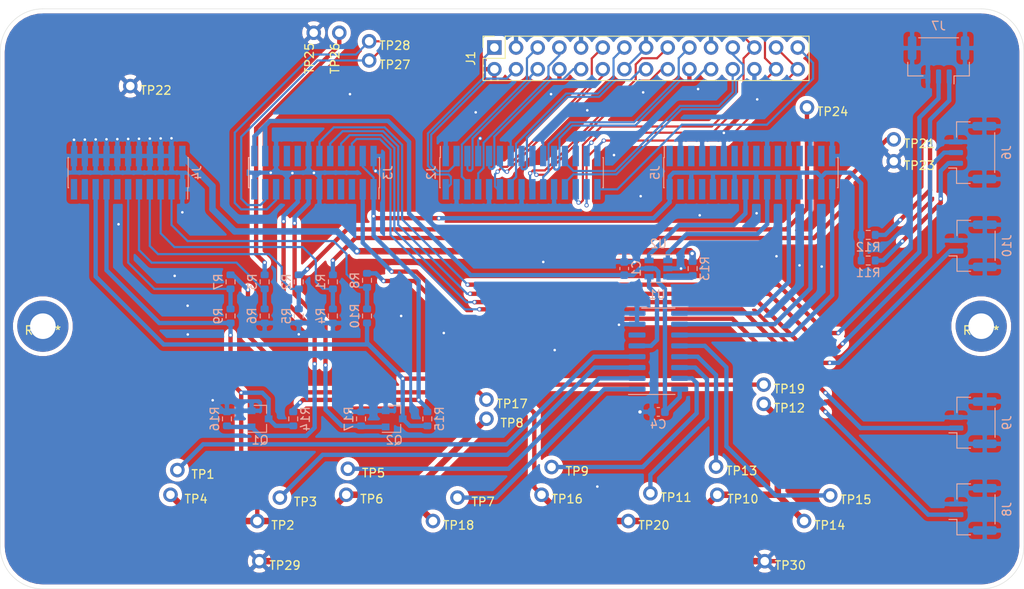
<source format=kicad_pcb>
(kicad_pcb (version 20171130) (host pcbnew 5.1.10-88a1d61d58~90~ubuntu20.04.1)

  (general
    (thickness 1.6)
    (drawings 109)
    (tracks 721)
    (zones 0)
    (modules 65)
    (nets 81)
  )

  (page A4)
  (layers
    (0 F.Cu signal)
    (31 B.Cu signal)
    (32 B.Adhes user)
    (33 F.Adhes user)
    (34 B.Paste user)
    (35 F.Paste user)
    (36 B.SilkS user)
    (37 F.SilkS user)
    (38 B.Mask user)
    (39 F.Mask user)
    (40 Dwgs.User user hide)
    (41 Cmts.User user)
    (42 Eco1.User user)
    (43 Eco2.User user)
    (44 Edge.Cuts user)
    (45 Margin user)
    (46 B.CrtYd user)
    (47 F.CrtYd user)
    (48 B.Fab user)
    (49 F.Fab user)
  )

  (setup
    (last_trace_width 0.508)
    (user_trace_width 0.127)
    (user_trace_width 0.254)
    (user_trace_width 0.508)
    (user_trace_width 0.762)
    (user_trace_width 1.27)
    (trace_clearance 0.127)
    (zone_clearance 0.508)
    (zone_45_only no)
    (trace_min 0.127)
    (via_size 0.8)
    (via_drill 0.4)
    (via_min_size 0.4)
    (via_min_drill 0.3)
    (user_via 0.5 0.3)
    (uvia_size 0.3)
    (uvia_drill 0.1)
    (uvias_allowed no)
    (uvia_min_size 0.2)
    (uvia_min_drill 0.1)
    (edge_width 0.05)
    (segment_width 0.2)
    (pcb_text_width 0.3)
    (pcb_text_size 1.5 1.5)
    (mod_edge_width 0.12)
    (mod_text_size 1 1)
    (mod_text_width 0.15)
    (pad_size 1.524 1.524)
    (pad_drill 0.762)
    (pad_to_mask_clearance 0)
    (aux_axis_origin 0 0)
    (grid_origin 100 104.199969)
    (visible_elements FFFFFF7F)
    (pcbplotparams
      (layerselection 0x010fc_ffffffff)
      (usegerberextensions false)
      (usegerberattributes true)
      (usegerberadvancedattributes true)
      (creategerberjobfile true)
      (excludeedgelayer true)
      (linewidth 0.100000)
      (plotframeref false)
      (viasonmask false)
      (mode 1)
      (useauxorigin false)
      (hpglpennumber 1)
      (hpglpenspeed 20)
      (hpglpendiameter 15.000000)
      (psnegative false)
      (psa4output false)
      (plotreference true)
      (plotvalue true)
      (plotinvisibletext false)
      (padsonsilk false)
      (subtractmaskfromsilk false)
      (outputformat 1)
      (mirror false)
      (drillshape 0)
      (scaleselection 1)
      (outputdirectory "FabricationOutput/"))
  )

  (net 0 "")
  (net 1 /+3V3MP)
  (net 2 +12V)
  (net 3 /IIC_SCL)
  (net 4 /IIC_SDA)
  (net 5 GND)
  (net 6 /LVDS7_N)
  (net 7 /LVDS7_P)
  (net 8 /LVDS6_N)
  (net 9 /LVDS6_P)
  (net 10 /LVDS5_N)
  (net 11 /LVDS5_P)
  (net 12 /LVDS4_N)
  (net 13 /LVDS4_P)
  (net 14 /LVDS3_N)
  (net 15 /LVDS3_P)
  (net 16 /LVDS2_N)
  (net 17 /LVDS2_P)
  (net 18 /LVDS1_N)
  (net 19 /LVDS1_P)
  (net 20 /LVDS0_N)
  (net 21 /LVDS0_P)
  (net 22 +5V)
  (net 23 +3V3)
  (net 24 /DAC1)
  (net 25 /DAC0)
  (net 26 /ADC2)
  (net 27 /ADC3)
  (net 28 /ADC4)
  (net 29 /ADC5)
  (net 30 /ADC6)
  (net 31 /ADC7)
  (net 32 /HSADC)
  (net 33 /TP_12V)
  (net 34 /TP_3V3)
  (net 35 /TP_3V3MP)
  (net 36 /MCU_IO3)
  (net 37 /MCU_IO2)
  (net 38 /MCU_IO1)
  (net 39 /MCU_IO0)
  (net 40 /TP_5V_1)
  (net 41 /TP_5V_2)
  (net 42 GND1)
  (net 43 GND2)
  (net 44 /MCU_IO4)
  (net 45 /MCU_IO11)
  (net 46 /MCU_IO10)
  (net 47 /MCU_IO5)
  (net 48 /MCU_IO9)
  (net 49 /MCU_IO8)
  (net 50 /MCU_IO7)
  (net 51 /MCU_IO6)
  (net 52 /TP_IO1)
  (net 53 /TP_IO2)
  (net 54 /TP_IO3)
  (net 55 /TP_IO4)
  (net 56 /TP_IO5)
  (net 57 /TP_IO6)
  (net 58 /TP_IO7)
  (net 59 /TP_IO8)
  (net 60 "Net-(U1-Pad6)")
  (net 61 /IO_MUX)
  (net 62 "Net-(J6-Pad1)")
  (net 63 "Net-(J7-Pad1)")
  (net 64 /FPGA_IO15)
  (net 65 /FPGA_IO14)
  (net 66 /FPGA_IO13)
  (net 67 /FPGA_IO12)
  (net 68 /FPGA_IO11)
  (net 69 /FPGA_IO10)
  (net 70 /FPGA_IO9)
  (net 71 /FPGA_IO8)
  (net 72 /FPGA_IO7)
  (net 73 /FPGA_IO6)
  (net 74 /FPGA_IO5)
  (net 75 /FPGA_IO4)
  (net 76 /FPGA_IO3)
  (net 77 /FPGA_IO2)
  (net 78 /FPGA_IO1)
  (net 79 /FPGA_IO0)
  (net 80 "Net-(R13-Pad1)")

  (net_class Default "This is the default net class."
    (clearance 0.127)
    (trace_width 0.254)
    (via_dia 0.8)
    (via_drill 0.4)
    (uvia_dia 0.3)
    (uvia_drill 0.1)
    (diff_pair_width 0.254)
    (diff_pair_gap 0.127)
    (add_net +12V)
    (add_net +3V3)
    (add_net +5V)
    (add_net /+3V3MP)
    (add_net /ADC2)
    (add_net /ADC3)
    (add_net /ADC4)
    (add_net /ADC5)
    (add_net /ADC6)
    (add_net /ADC7)
    (add_net /DAC0)
    (add_net /DAC1)
    (add_net /FPGA_IO0)
    (add_net /FPGA_IO1)
    (add_net /FPGA_IO10)
    (add_net /FPGA_IO11)
    (add_net /FPGA_IO12)
    (add_net /FPGA_IO13)
    (add_net /FPGA_IO14)
    (add_net /FPGA_IO15)
    (add_net /FPGA_IO2)
    (add_net /FPGA_IO3)
    (add_net /FPGA_IO4)
    (add_net /FPGA_IO5)
    (add_net /FPGA_IO6)
    (add_net /FPGA_IO7)
    (add_net /FPGA_IO8)
    (add_net /FPGA_IO9)
    (add_net /HSADC)
    (add_net /IIC_SCL)
    (add_net /IIC_SDA)
    (add_net /IO_MUX)
    (add_net /LVDS0_N)
    (add_net /LVDS0_P)
    (add_net /LVDS1_N)
    (add_net /LVDS1_P)
    (add_net /LVDS2_N)
    (add_net /LVDS2_P)
    (add_net /LVDS3_N)
    (add_net /LVDS3_P)
    (add_net /LVDS4_N)
    (add_net /LVDS4_P)
    (add_net /LVDS5_N)
    (add_net /LVDS5_P)
    (add_net /LVDS6_N)
    (add_net /LVDS6_P)
    (add_net /LVDS7_N)
    (add_net /LVDS7_P)
    (add_net /MCU_IO0)
    (add_net /MCU_IO1)
    (add_net /MCU_IO10)
    (add_net /MCU_IO11)
    (add_net /MCU_IO2)
    (add_net /MCU_IO3)
    (add_net /MCU_IO4)
    (add_net /MCU_IO5)
    (add_net /MCU_IO6)
    (add_net /MCU_IO7)
    (add_net /MCU_IO8)
    (add_net /MCU_IO9)
    (add_net /TP_12V)
    (add_net /TP_3V3)
    (add_net /TP_3V3MP)
    (add_net /TP_5V_1)
    (add_net /TP_5V_2)
    (add_net /TP_IO1)
    (add_net /TP_IO2)
    (add_net /TP_IO3)
    (add_net /TP_IO4)
    (add_net /TP_IO5)
    (add_net /TP_IO6)
    (add_net /TP_IO7)
    (add_net /TP_IO8)
    (add_net GND)
    (add_net GND1)
    (add_net GND2)
    (add_net "Net-(J6-Pad1)")
    (add_net "Net-(J7-Pad1)")
    (add_net "Net-(R13-Pad1)")
    (add_net "Net-(U1-Pad6)")
  )

  (module Syrostan-Ext-DIO:M3_Screw (layer F.Cu) (tedit 611F66E6) (tstamp 61256AA1)
    (at 210 104.199969)
    (fp_text reference REF** (at 0 0.5) (layer F.SilkS)
      (effects (font (size 1 1) (thickness 0.15)))
    )
    (fp_text value M3_Screw (at 0 -0.5) (layer F.Fab)
      (effects (font (size 1 1) (thickness 0.15)))
    )
    (pad "" thru_hole circle (at 0 0) (size 6 6) (drill 3) (layers *.Cu *.Mask))
  )

  (module Syrostan-Ext-DIO:M3_Screw (layer F.Cu) (tedit 611F66E6) (tstamp 61256A63)
    (at 100 104.199969)
    (fp_text reference REF** (at 0 0.5) (layer F.SilkS)
      (effects (font (size 1 1) (thickness 0.15)))
    )
    (fp_text value M3_Screw (at 0 -0.5) (layer F.Fab)
      (effects (font (size 1 1) (thickness 0.15)))
    )
    (pad "" thru_hole circle (at 0 0) (size 6 6) (drill 3) (layers *.Cu *.Mask))
  )

  (module Connector_PinHeader_1.27mm:PinHeader_2x15_P1.27mm_Vertical_SMD (layer B.Cu) (tedit 59FED6E3) (tstamp 611CB243)
    (at 156.116666 86.199969 270)
    (descr "surface-mounted straight pin header, 2x15, 1.27mm pitch, double rows")
    (tags "Surface mounted pin header SMD 2x15 1.27mm double row")
    (path /6127DBBD)
    (attr smd)
    (fp_text reference J2 (at 0 10.585 270) (layer B.SilkS)
      (effects (font (size 1 1) (thickness 0.15)) (justify mirror))
    )
    (fp_text value EEM (at 0 -10.585 270) (layer B.Fab) hide
      (effects (font (size 1 1) (thickness 0.15)) (justify mirror))
    )
    (fp_line (start 4.3 10.05) (end -4.3 10.05) (layer B.CrtYd) (width 0.05))
    (fp_line (start 4.3 -10.05) (end 4.3 10.05) (layer B.CrtYd) (width 0.05))
    (fp_line (start -4.3 -10.05) (end 4.3 -10.05) (layer B.CrtYd) (width 0.05))
    (fp_line (start -4.3 10.05) (end -4.3 -10.05) (layer B.CrtYd) (width 0.05))
    (fp_line (start 1.765 -9.52) (end 1.765 -9.585) (layer B.SilkS) (width 0.12))
    (fp_line (start -1.765 -9.52) (end -1.765 -9.585) (layer B.SilkS) (width 0.12))
    (fp_line (start 1.765 9.585) (end 1.765 9.52) (layer B.SilkS) (width 0.12))
    (fp_line (start -1.765 9.585) (end -1.765 9.52) (layer B.SilkS) (width 0.12))
    (fp_line (start -3.09 9.52) (end -1.765 9.52) (layer B.SilkS) (width 0.12))
    (fp_line (start -1.765 -9.585) (end 1.765 -9.585) (layer B.SilkS) (width 0.12))
    (fp_line (start -1.765 9.585) (end 1.765 9.585) (layer B.SilkS) (width 0.12))
    (fp_line (start 2.75 -9.09) (end 1.705 -9.09) (layer B.Fab) (width 0.1))
    (fp_line (start 2.75 -8.69) (end 2.75 -9.09) (layer B.Fab) (width 0.1))
    (fp_line (start 1.705 -8.69) (end 2.75 -8.69) (layer B.Fab) (width 0.1))
    (fp_line (start -2.75 -9.09) (end -1.705 -9.09) (layer B.Fab) (width 0.1))
    (fp_line (start -2.75 -8.69) (end -2.75 -9.09) (layer B.Fab) (width 0.1))
    (fp_line (start -1.705 -8.69) (end -2.75 -8.69) (layer B.Fab) (width 0.1))
    (fp_line (start 2.75 -7.82) (end 1.705 -7.82) (layer B.Fab) (width 0.1))
    (fp_line (start 2.75 -7.42) (end 2.75 -7.82) (layer B.Fab) (width 0.1))
    (fp_line (start 1.705 -7.42) (end 2.75 -7.42) (layer B.Fab) (width 0.1))
    (fp_line (start -2.75 -7.82) (end -1.705 -7.82) (layer B.Fab) (width 0.1))
    (fp_line (start -2.75 -7.42) (end -2.75 -7.82) (layer B.Fab) (width 0.1))
    (fp_line (start -1.705 -7.42) (end -2.75 -7.42) (layer B.Fab) (width 0.1))
    (fp_line (start 2.75 -6.55) (end 1.705 -6.55) (layer B.Fab) (width 0.1))
    (fp_line (start 2.75 -6.15) (end 2.75 -6.55) (layer B.Fab) (width 0.1))
    (fp_line (start 1.705 -6.15) (end 2.75 -6.15) (layer B.Fab) (width 0.1))
    (fp_line (start -2.75 -6.55) (end -1.705 -6.55) (layer B.Fab) (width 0.1))
    (fp_line (start -2.75 -6.15) (end -2.75 -6.55) (layer B.Fab) (width 0.1))
    (fp_line (start -1.705 -6.15) (end -2.75 -6.15) (layer B.Fab) (width 0.1))
    (fp_line (start 2.75 -5.28) (end 1.705 -5.28) (layer B.Fab) (width 0.1))
    (fp_line (start 2.75 -4.88) (end 2.75 -5.28) (layer B.Fab) (width 0.1))
    (fp_line (start 1.705 -4.88) (end 2.75 -4.88) (layer B.Fab) (width 0.1))
    (fp_line (start -2.75 -5.28) (end -1.705 -5.28) (layer B.Fab) (width 0.1))
    (fp_line (start -2.75 -4.88) (end -2.75 -5.28) (layer B.Fab) (width 0.1))
    (fp_line (start -1.705 -4.88) (end -2.75 -4.88) (layer B.Fab) (width 0.1))
    (fp_line (start 2.75 -4.01) (end 1.705 -4.01) (layer B.Fab) (width 0.1))
    (fp_line (start 2.75 -3.61) (end 2.75 -4.01) (layer B.Fab) (width 0.1))
    (fp_line (start 1.705 -3.61) (end 2.75 -3.61) (layer B.Fab) (width 0.1))
    (fp_line (start -2.75 -4.01) (end -1.705 -4.01) (layer B.Fab) (width 0.1))
    (fp_line (start -2.75 -3.61) (end -2.75 -4.01) (layer B.Fab) (width 0.1))
    (fp_line (start -1.705 -3.61) (end -2.75 -3.61) (layer B.Fab) (width 0.1))
    (fp_line (start 2.75 -2.74) (end 1.705 -2.74) (layer B.Fab) (width 0.1))
    (fp_line (start 2.75 -2.34) (end 2.75 -2.74) (layer B.Fab) (width 0.1))
    (fp_line (start 1.705 -2.34) (end 2.75 -2.34) (layer B.Fab) (width 0.1))
    (fp_line (start -2.75 -2.74) (end -1.705 -2.74) (layer B.Fab) (width 0.1))
    (fp_line (start -2.75 -2.34) (end -2.75 -2.74) (layer B.Fab) (width 0.1))
    (fp_line (start -1.705 -2.34) (end -2.75 -2.34) (layer B.Fab) (width 0.1))
    (fp_line (start 2.75 -1.47) (end 1.705 -1.47) (layer B.Fab) (width 0.1))
    (fp_line (start 2.75 -1.07) (end 2.75 -1.47) (layer B.Fab) (width 0.1))
    (fp_line (start 1.705 -1.07) (end 2.75 -1.07) (layer B.Fab) (width 0.1))
    (fp_line (start -2.75 -1.47) (end -1.705 -1.47) (layer B.Fab) (width 0.1))
    (fp_line (start -2.75 -1.07) (end -2.75 -1.47) (layer B.Fab) (width 0.1))
    (fp_line (start -1.705 -1.07) (end -2.75 -1.07) (layer B.Fab) (width 0.1))
    (fp_line (start 2.75 -0.2) (end 1.705 -0.2) (layer B.Fab) (width 0.1))
    (fp_line (start 2.75 0.2) (end 2.75 -0.2) (layer B.Fab) (width 0.1))
    (fp_line (start 1.705 0.2) (end 2.75 0.2) (layer B.Fab) (width 0.1))
    (fp_line (start -2.75 -0.2) (end -1.705 -0.2) (layer B.Fab) (width 0.1))
    (fp_line (start -2.75 0.2) (end -2.75 -0.2) (layer B.Fab) (width 0.1))
    (fp_line (start -1.705 0.2) (end -2.75 0.2) (layer B.Fab) (width 0.1))
    (fp_line (start 2.75 1.07) (end 1.705 1.07) (layer B.Fab) (width 0.1))
    (fp_line (start 2.75 1.47) (end 2.75 1.07) (layer B.Fab) (width 0.1))
    (fp_line (start 1.705 1.47) (end 2.75 1.47) (layer B.Fab) (width 0.1))
    (fp_line (start -2.75 1.07) (end -1.705 1.07) (layer B.Fab) (width 0.1))
    (fp_line (start -2.75 1.47) (end -2.75 1.07) (layer B.Fab) (width 0.1))
    (fp_line (start -1.705 1.47) (end -2.75 1.47) (layer B.Fab) (width 0.1))
    (fp_line (start 2.75 2.34) (end 1.705 2.34) (layer B.Fab) (width 0.1))
    (fp_line (start 2.75 2.74) (end 2.75 2.34) (layer B.Fab) (width 0.1))
    (fp_line (start 1.705 2.74) (end 2.75 2.74) (layer B.Fab) (width 0.1))
    (fp_line (start -2.75 2.34) (end -1.705 2.34) (layer B.Fab) (width 0.1))
    (fp_line (start -2.75 2.74) (end -2.75 2.34) (layer B.Fab) (width 0.1))
    (fp_line (start -1.705 2.74) (end -2.75 2.74) (layer B.Fab) (width 0.1))
    (fp_line (start 2.75 3.61) (end 1.705 3.61) (layer B.Fab) (width 0.1))
    (fp_line (start 2.75 4.01) (end 2.75 3.61) (layer B.Fab) (width 0.1))
    (fp_line (start 1.705 4.01) (end 2.75 4.01) (layer B.Fab) (width 0.1))
    (fp_line (start -2.75 3.61) (end -1.705 3.61) (layer B.Fab) (width 0.1))
    (fp_line (start -2.75 4.01) (end -2.75 3.61) (layer B.Fab) (width 0.1))
    (fp_line (start -1.705 4.01) (end -2.75 4.01) (layer B.Fab) (width 0.1))
    (fp_line (start 2.75 4.88) (end 1.705 4.88) (layer B.Fab) (width 0.1))
    (fp_line (start 2.75 5.28) (end 2.75 4.88) (layer B.Fab) (width 0.1))
    (fp_line (start 1.705 5.28) (end 2.75 5.28) (layer B.Fab) (width 0.1))
    (fp_line (start -2.75 4.88) (end -1.705 4.88) (layer B.Fab) (width 0.1))
    (fp_line (start -2.75 5.28) (end -2.75 4.88) (layer B.Fab) (width 0.1))
    (fp_line (start -1.705 5.28) (end -2.75 5.28) (layer B.Fab) (width 0.1))
    (fp_line (start 2.75 6.15) (end 1.705 6.15) (layer B.Fab) (width 0.1))
    (fp_line (start 2.75 6.55) (end 2.75 6.15) (layer B.Fab) (width 0.1))
    (fp_line (start 1.705 6.55) (end 2.75 6.55) (layer B.Fab) (width 0.1))
    (fp_line (start -2.75 6.15) (end -1.705 6.15) (layer B.Fab) (width 0.1))
    (fp_line (start -2.75 6.55) (end -2.75 6.15) (layer B.Fab) (width 0.1))
    (fp_line (start -1.705 6.55) (end -2.75 6.55) (layer B.Fab) (width 0.1))
    (fp_line (start 2.75 7.42) (end 1.705 7.42) (layer B.Fab) (width 0.1))
    (fp_line (start 2.75 7.82) (end 2.75 7.42) (layer B.Fab) (width 0.1))
    (fp_line (start 1.705 7.82) (end 2.75 7.82) (layer B.Fab) (width 0.1))
    (fp_line (start -2.75 7.42) (end -1.705 7.42) (layer B.Fab) (width 0.1))
    (fp_line (start -2.75 7.82) (end -2.75 7.42) (layer B.Fab) (width 0.1))
    (fp_line (start -1.705 7.82) (end -2.75 7.82) (layer B.Fab) (width 0.1))
    (fp_line (start 2.75 8.69) (end 1.705 8.69) (layer B.Fab) (width 0.1))
    (fp_line (start 2.75 9.09) (end 2.75 8.69) (layer B.Fab) (width 0.1))
    (fp_line (start 1.705 9.09) (end 2.75 9.09) (layer B.Fab) (width 0.1))
    (fp_line (start -2.75 8.69) (end -1.705 8.69) (layer B.Fab) (width 0.1))
    (fp_line (start -2.75 9.09) (end -2.75 8.69) (layer B.Fab) (width 0.1))
    (fp_line (start -1.705 9.09) (end -2.75 9.09) (layer B.Fab) (width 0.1))
    (fp_line (start 1.705 9.525) (end 1.705 -9.525) (layer B.Fab) (width 0.1))
    (fp_line (start -1.705 9.09) (end -1.27 9.525) (layer B.Fab) (width 0.1))
    (fp_line (start -1.705 -9.525) (end -1.705 9.09) (layer B.Fab) (width 0.1))
    (fp_line (start -1.27 9.525) (end 1.705 9.525) (layer B.Fab) (width 0.1))
    (fp_line (start 1.705 -9.525) (end -1.705 -9.525) (layer B.Fab) (width 0.1))
    (fp_text user %R (at 0 0) (layer B.Fab) hide
      (effects (font (size 1 1) (thickness 0.15)) (justify mirror))
    )
    (pad 30 smd rect (at 1.95 -8.89 270) (size 2.4 0.74) (layers B.Cu B.Paste B.Mask)
      (net 1 /+3V3MP))
    (pad 29 smd rect (at -1.95 -8.89 270) (size 2.4 0.74) (layers B.Cu B.Paste B.Mask)
      (net 2 +12V))
    (pad 28 smd rect (at 1.95 -7.62 270) (size 2.4 0.74) (layers B.Cu B.Paste B.Mask)
      (net 2 +12V))
    (pad 27 smd rect (at -1.95 -7.62 270) (size 2.4 0.74) (layers B.Cu B.Paste B.Mask)
      (net 3 /IIC_SCL))
    (pad 26 smd rect (at 1.95 -6.35 270) (size 2.4 0.74) (layers B.Cu B.Paste B.Mask)
      (net 4 /IIC_SDA))
    (pad 25 smd rect (at -1.95 -6.35 270) (size 2.4 0.74) (layers B.Cu B.Paste B.Mask)
      (net 5 GND))
    (pad 24 smd rect (at 1.95 -5.08 270) (size 2.4 0.74) (layers B.Cu B.Paste B.Mask)
      (net 6 /LVDS7_N))
    (pad 23 smd rect (at -1.95 -5.08 270) (size 2.4 0.74) (layers B.Cu B.Paste B.Mask)
      (net 7 /LVDS7_P))
    (pad 22 smd rect (at 1.95 -3.81 270) (size 2.4 0.74) (layers B.Cu B.Paste B.Mask)
      (net 5 GND))
    (pad 21 smd rect (at -1.95 -3.81 270) (size 2.4 0.74) (layers B.Cu B.Paste B.Mask)
      (net 8 /LVDS6_N))
    (pad 20 smd rect (at 1.95 -2.54 270) (size 2.4 0.74) (layers B.Cu B.Paste B.Mask)
      (net 9 /LVDS6_P))
    (pad 19 smd rect (at -1.95 -2.54 270) (size 2.4 0.74) (layers B.Cu B.Paste B.Mask)
      (net 5 GND))
    (pad 18 smd rect (at 1.95 -1.27 270) (size 2.4 0.74) (layers B.Cu B.Paste B.Mask)
      (net 10 /LVDS5_N))
    (pad 17 smd rect (at -1.95 -1.27 270) (size 2.4 0.74) (layers B.Cu B.Paste B.Mask)
      (net 11 /LVDS5_P))
    (pad 16 smd rect (at 1.95 0 270) (size 2.4 0.74) (layers B.Cu B.Paste B.Mask)
      (net 5 GND))
    (pad 15 smd rect (at -1.95 0 270) (size 2.4 0.74) (layers B.Cu B.Paste B.Mask)
      (net 12 /LVDS4_N))
    (pad 14 smd rect (at 1.95 1.27 270) (size 2.4 0.74) (layers B.Cu B.Paste B.Mask)
      (net 13 /LVDS4_P))
    (pad 13 smd rect (at -1.95 1.27 270) (size 2.4 0.74) (layers B.Cu B.Paste B.Mask)
      (net 5 GND))
    (pad 12 smd rect (at 1.95 2.54 270) (size 2.4 0.74) (layers B.Cu B.Paste B.Mask)
      (net 14 /LVDS3_N))
    (pad 11 smd rect (at -1.95 2.54 270) (size 2.4 0.74) (layers B.Cu B.Paste B.Mask)
      (net 15 /LVDS3_P))
    (pad 10 smd rect (at 1.95 3.81 270) (size 2.4 0.74) (layers B.Cu B.Paste B.Mask)
      (net 5 GND))
    (pad 9 smd rect (at -1.95 3.81 270) (size 2.4 0.74) (layers B.Cu B.Paste B.Mask)
      (net 16 /LVDS2_N))
    (pad 8 smd rect (at 1.95 5.08 270) (size 2.4 0.74) (layers B.Cu B.Paste B.Mask)
      (net 17 /LVDS2_P))
    (pad 7 smd rect (at -1.95 5.08 270) (size 2.4 0.74) (layers B.Cu B.Paste B.Mask)
      (net 5 GND))
    (pad 6 smd rect (at 1.95 6.35 270) (size 2.4 0.74) (layers B.Cu B.Paste B.Mask)
      (net 18 /LVDS1_N))
    (pad 5 smd rect (at -1.95 6.35 270) (size 2.4 0.74) (layers B.Cu B.Paste B.Mask)
      (net 19 /LVDS1_P))
    (pad 4 smd rect (at 1.95 7.62 270) (size 2.4 0.74) (layers B.Cu B.Paste B.Mask)
      (net 5 GND))
    (pad 3 smd rect (at -1.95 7.62 270) (size 2.4 0.74) (layers B.Cu B.Paste B.Mask)
      (net 20 /LVDS0_N))
    (pad 2 smd rect (at 1.95 8.89 270) (size 2.4 0.74) (layers B.Cu B.Paste B.Mask)
      (net 21 /LVDS0_P))
    (pad 1 smd rect (at -1.95 8.89 270) (size 2.4 0.74) (layers B.Cu B.Paste B.Mask)
      (net 5 GND))
    (model ${KISYS3DMOD}/Connector_PinHeader_1.27mm.3dshapes/PinHeader_2x15_P1.27mm_Vertical_SMD.wrl
      (at (xyz 0 0 0))
      (scale (xyz 1 1 1))
      (rotate (xyz 0 0 0))
    )
  )

  (module Package_TO_SOT_SMD:SOT-23-6 (layer B.Cu) (tedit 5A02FF57) (tstamp 61243799)
    (at 172.16 97.44 180)
    (descr "6-pin SOT-23 package")
    (tags SOT-23-6)
    (path /619D4F47)
    (attr smd)
    (fp_text reference U2 (at 0 2.9) (layer B.SilkS)
      (effects (font (size 1 1) (thickness 0.15)) (justify mirror))
    )
    (fp_text value TS5A3159 (at 0 -2.9) (layer B.Fab)
      (effects (font (size 1 1) (thickness 0.15)) (justify mirror))
    )
    (fp_line (start 0.9 1.55) (end 0.9 -1.55) (layer B.Fab) (width 0.1))
    (fp_line (start 0.9 -1.55) (end -0.9 -1.55) (layer B.Fab) (width 0.1))
    (fp_line (start -0.9 0.9) (end -0.9 -1.55) (layer B.Fab) (width 0.1))
    (fp_line (start 0.9 1.55) (end -0.25 1.55) (layer B.Fab) (width 0.1))
    (fp_line (start -0.9 0.9) (end -0.25 1.55) (layer B.Fab) (width 0.1))
    (fp_line (start -1.9 1.8) (end -1.9 -1.8) (layer B.CrtYd) (width 0.05))
    (fp_line (start -1.9 -1.8) (end 1.9 -1.8) (layer B.CrtYd) (width 0.05))
    (fp_line (start 1.9 -1.8) (end 1.9 1.8) (layer B.CrtYd) (width 0.05))
    (fp_line (start 1.9 1.8) (end -1.9 1.8) (layer B.CrtYd) (width 0.05))
    (fp_line (start 0.9 1.61) (end -1.55 1.61) (layer B.SilkS) (width 0.12))
    (fp_line (start -0.9 -1.61) (end 0.9 -1.61) (layer B.SilkS) (width 0.12))
    (fp_text user %R (at 0 0 270) (layer B.Fab)
      (effects (font (size 0.5 0.5) (thickness 0.075)) (justify mirror))
    )
    (pad 5 smd rect (at 1.1 0 180) (size 1.06 0.65) (layers B.Cu B.Paste B.Mask)
      (net 22 +5V))
    (pad 6 smd rect (at 1.1 0.95 180) (size 1.06 0.65) (layers B.Cu B.Paste B.Mask)
      (net 72 /FPGA_IO7))
    (pad 4 smd rect (at 1.1 -0.95 180) (size 1.06 0.65) (layers B.Cu B.Paste B.Mask)
      (net 61 /IO_MUX))
    (pad 3 smd rect (at -1.1 -0.95 180) (size 1.06 0.65) (layers B.Cu B.Paste B.Mask)
      (net 80 "Net-(R13-Pad1)"))
    (pad 2 smd rect (at -1.1 0 180) (size 1.06 0.65) (layers B.Cu B.Paste B.Mask)
      (net 5 GND))
    (pad 1 smd rect (at -1.1 0.95 180) (size 1.06 0.65) (layers B.Cu B.Paste B.Mask)
      (net 70 /FPGA_IO9))
    (model ${KISYS3DMOD}/Package_TO_SOT_SMD.3dshapes/SOT-23-6.wrl
      (at (xyz 0 0 0))
      (scale (xyz 1 1 1))
      (rotate (xyz 0 0 0))
    )
  )

  (module Resistor_SMD:R_0603_1608Metric (layer B.Cu) (tedit 5F68FEEE) (tstamp 61243651)
    (at 137.3 115.06 270)
    (descr "Resistor SMD 0603 (1608 Metric), square (rectangular) end terminal, IPC_7351 nominal, (Body size source: IPC-SM-782 page 72, https://www.pcb-3d.com/wordpress/wp-content/uploads/ipc-sm-782a_amendment_1_and_2.pdf), generated with kicad-footprint-generator")
    (tags resistor)
    (path /6191D776)
    (attr smd)
    (fp_text reference R17 (at 0 1.43 90) (layer B.SilkS)
      (effects (font (size 1 1) (thickness 0.15)) (justify mirror))
    )
    (fp_text value 10k (at 0 -1.43 90) (layer B.Fab)
      (effects (font (size 1 1) (thickness 0.15)) (justify mirror))
    )
    (fp_line (start 1.48 -0.73) (end -1.48 -0.73) (layer B.CrtYd) (width 0.05))
    (fp_line (start 1.48 0.73) (end 1.48 -0.73) (layer B.CrtYd) (width 0.05))
    (fp_line (start -1.48 0.73) (end 1.48 0.73) (layer B.CrtYd) (width 0.05))
    (fp_line (start -1.48 -0.73) (end -1.48 0.73) (layer B.CrtYd) (width 0.05))
    (fp_line (start -0.237258 -0.5225) (end 0.237258 -0.5225) (layer B.SilkS) (width 0.12))
    (fp_line (start -0.237258 0.5225) (end 0.237258 0.5225) (layer B.SilkS) (width 0.12))
    (fp_line (start 0.8 -0.4125) (end -0.8 -0.4125) (layer B.Fab) (width 0.1))
    (fp_line (start 0.8 0.4125) (end 0.8 -0.4125) (layer B.Fab) (width 0.1))
    (fp_line (start -0.8 0.4125) (end 0.8 0.4125) (layer B.Fab) (width 0.1))
    (fp_line (start -0.8 -0.4125) (end -0.8 0.4125) (layer B.Fab) (width 0.1))
    (fp_text user %R (at 0 0 90) (layer B.Fab)
      (effects (font (size 0.4 0.4) (thickness 0.06)) (justify mirror))
    )
    (pad 2 smd roundrect (at 0.825 0 270) (size 0.8 0.95) (layers B.Cu B.Paste B.Mask) (roundrect_rratio 0.25)
      (net 44 /MCU_IO4))
    (pad 1 smd roundrect (at -0.825 0 270) (size 0.8 0.95) (layers B.Cu B.Paste B.Mask) (roundrect_rratio 0.25)
      (net 5 GND))
    (model ${KISYS3DMOD}/Resistor_SMD.3dshapes/R_0603_1608Metric.wrl
      (at (xyz 0 0 0))
      (scale (xyz 1 1 1))
      (rotate (xyz 0 0 0))
    )
  )

  (module Resistor_SMD:R_0603_1608Metric (layer B.Cu) (tedit 5F68FEEE) (tstamp 61243640)
    (at 121.58 115.06 270)
    (descr "Resistor SMD 0603 (1608 Metric), square (rectangular) end terminal, IPC_7351 nominal, (Body size source: IPC-SM-782 page 72, https://www.pcb-3d.com/wordpress/wp-content/uploads/ipc-sm-782a_amendment_1_and_2.pdf), generated with kicad-footprint-generator")
    (tags resistor)
    (path /61597115)
    (attr smd)
    (fp_text reference R16 (at 0 1.43 90) (layer B.SilkS)
      (effects (font (size 1 1) (thickness 0.15)) (justify mirror))
    )
    (fp_text value 10k (at 0 -1.43 90) (layer B.Fab)
      (effects (font (size 1 1) (thickness 0.15)) (justify mirror))
    )
    (fp_line (start 1.48 -0.73) (end -1.48 -0.73) (layer B.CrtYd) (width 0.05))
    (fp_line (start 1.48 0.73) (end 1.48 -0.73) (layer B.CrtYd) (width 0.05))
    (fp_line (start -1.48 0.73) (end 1.48 0.73) (layer B.CrtYd) (width 0.05))
    (fp_line (start -1.48 -0.73) (end -1.48 0.73) (layer B.CrtYd) (width 0.05))
    (fp_line (start -0.237258 -0.5225) (end 0.237258 -0.5225) (layer B.SilkS) (width 0.12))
    (fp_line (start -0.237258 0.5225) (end 0.237258 0.5225) (layer B.SilkS) (width 0.12))
    (fp_line (start 0.8 -0.4125) (end -0.8 -0.4125) (layer B.Fab) (width 0.1))
    (fp_line (start 0.8 0.4125) (end 0.8 -0.4125) (layer B.Fab) (width 0.1))
    (fp_line (start -0.8 0.4125) (end 0.8 0.4125) (layer B.Fab) (width 0.1))
    (fp_line (start -0.8 -0.4125) (end -0.8 0.4125) (layer B.Fab) (width 0.1))
    (fp_text user %R (at 0 0 90) (layer B.Fab)
      (effects (font (size 0.4 0.4) (thickness 0.06)) (justify mirror))
    )
    (pad 2 smd roundrect (at 0.825 0 270) (size 0.8 0.95) (layers B.Cu B.Paste B.Mask) (roundrect_rratio 0.25)
      (net 47 /MCU_IO5))
    (pad 1 smd roundrect (at -0.825 0 270) (size 0.8 0.95) (layers B.Cu B.Paste B.Mask) (roundrect_rratio 0.25)
      (net 5 GND))
    (model ${KISYS3DMOD}/Resistor_SMD.3dshapes/R_0603_1608Metric.wrl
      (at (xyz 0 0 0))
      (scale (xyz 1 1 1))
      (rotate (xyz 0 0 0))
    )
  )

  (module Resistor_SMD:R_0603_1608Metric (layer B.Cu) (tedit 5F68FEEE) (tstamp 6124362F)
    (at 145.07 115.06 90)
    (descr "Resistor SMD 0603 (1608 Metric), square (rectangular) end terminal, IPC_7351 nominal, (Body size source: IPC-SM-782 page 72, https://www.pcb-3d.com/wordpress/wp-content/uploads/ipc-sm-782a_amendment_1_and_2.pdf), generated with kicad-footprint-generator")
    (tags resistor)
    (path /6191D785)
    (attr smd)
    (fp_text reference R15 (at 0 1.43 90) (layer B.SilkS)
      (effects (font (size 1 1) (thickness 0.15)) (justify mirror))
    )
    (fp_text value 47k (at 0 -1.43 90) (layer B.Fab)
      (effects (font (size 1 1) (thickness 0.15)) (justify mirror))
    )
    (fp_line (start 1.48 -0.73) (end -1.48 -0.73) (layer B.CrtYd) (width 0.05))
    (fp_line (start 1.48 0.73) (end 1.48 -0.73) (layer B.CrtYd) (width 0.05))
    (fp_line (start -1.48 0.73) (end 1.48 0.73) (layer B.CrtYd) (width 0.05))
    (fp_line (start -1.48 -0.73) (end -1.48 0.73) (layer B.CrtYd) (width 0.05))
    (fp_line (start -0.237258 -0.5225) (end 0.237258 -0.5225) (layer B.SilkS) (width 0.12))
    (fp_line (start -0.237258 0.5225) (end 0.237258 0.5225) (layer B.SilkS) (width 0.12))
    (fp_line (start 0.8 -0.4125) (end -0.8 -0.4125) (layer B.Fab) (width 0.1))
    (fp_line (start 0.8 0.4125) (end 0.8 -0.4125) (layer B.Fab) (width 0.1))
    (fp_line (start -0.8 0.4125) (end 0.8 0.4125) (layer B.Fab) (width 0.1))
    (fp_line (start -0.8 -0.4125) (end -0.8 0.4125) (layer B.Fab) (width 0.1))
    (fp_text user %R (at 0 0 90) (layer B.Fab)
      (effects (font (size 0.4 0.4) (thickness 0.06)) (justify mirror))
    )
    (pad 2 smd roundrect (at 0.825 0 90) (size 0.8 0.95) (layers B.Cu B.Paste B.Mask) (roundrect_rratio 0.25)
      (net 23 +3V3))
    (pad 1 smd roundrect (at -0.825 0 90) (size 0.8 0.95) (layers B.Cu B.Paste B.Mask) (roundrect_rratio 0.25)
      (net 43 GND2))
    (model ${KISYS3DMOD}/Resistor_SMD.3dshapes/R_0603_1608Metric.wrl
      (at (xyz 0 0 0))
      (scale (xyz 1 1 1))
      (rotate (xyz 0 0 0))
    )
  )

  (module Resistor_SMD:R_0603_1608Metric (layer B.Cu) (tedit 5F68FEEE) (tstamp 6124361E)
    (at 129.35 115.06 90)
    (descr "Resistor SMD 0603 (1608 Metric), square (rectangular) end terminal, IPC_7351 nominal, (Body size source: IPC-SM-782 page 72, https://www.pcb-3d.com/wordpress/wp-content/uploads/ipc-sm-782a_amendment_1_and_2.pdf), generated with kicad-footprint-generator")
    (tags resistor)
    (path /6167AC4F)
    (attr smd)
    (fp_text reference R14 (at 0 1.43 90) (layer B.SilkS)
      (effects (font (size 1 1) (thickness 0.15)) (justify mirror))
    )
    (fp_text value 47k (at 0 -1.43 90) (layer B.Fab)
      (effects (font (size 1 1) (thickness 0.15)) (justify mirror))
    )
    (fp_line (start 1.48 -0.73) (end -1.48 -0.73) (layer B.CrtYd) (width 0.05))
    (fp_line (start 1.48 0.73) (end 1.48 -0.73) (layer B.CrtYd) (width 0.05))
    (fp_line (start -1.48 0.73) (end 1.48 0.73) (layer B.CrtYd) (width 0.05))
    (fp_line (start -1.48 -0.73) (end -1.48 0.73) (layer B.CrtYd) (width 0.05))
    (fp_line (start -0.237258 -0.5225) (end 0.237258 -0.5225) (layer B.SilkS) (width 0.12))
    (fp_line (start -0.237258 0.5225) (end 0.237258 0.5225) (layer B.SilkS) (width 0.12))
    (fp_line (start 0.8 -0.4125) (end -0.8 -0.4125) (layer B.Fab) (width 0.1))
    (fp_line (start 0.8 0.4125) (end 0.8 -0.4125) (layer B.Fab) (width 0.1))
    (fp_line (start -0.8 0.4125) (end 0.8 0.4125) (layer B.Fab) (width 0.1))
    (fp_line (start -0.8 -0.4125) (end -0.8 0.4125) (layer B.Fab) (width 0.1))
    (fp_text user %R (at 0 0 90) (layer B.Fab)
      (effects (font (size 0.4 0.4) (thickness 0.06)) (justify mirror))
    )
    (pad 2 smd roundrect (at 0.825 0 90) (size 0.8 0.95) (layers B.Cu B.Paste B.Mask) (roundrect_rratio 0.25)
      (net 23 +3V3))
    (pad 1 smd roundrect (at -0.825 0 90) (size 0.8 0.95) (layers B.Cu B.Paste B.Mask) (roundrect_rratio 0.25)
      (net 42 GND1))
    (model ${KISYS3DMOD}/Resistor_SMD.3dshapes/R_0603_1608Metric.wrl
      (at (xyz 0 0 0))
      (scale (xyz 1 1 1))
      (rotate (xyz 0 0 0))
    )
  )

  (module Resistor_SMD:R_0603_1608Metric (layer B.Cu) (tedit 5F68FEEE) (tstamp 6124360D)
    (at 176.17 97.44 90)
    (descr "Resistor SMD 0603 (1608 Metric), square (rectangular) end terminal, IPC_7351 nominal, (Body size source: IPC-SM-782 page 72, https://www.pcb-3d.com/wordpress/wp-content/uploads/ipc-sm-782a_amendment_1_and_2.pdf), generated with kicad-footprint-generator")
    (tags resistor)
    (path /619D4F26)
    (attr smd)
    (fp_text reference R13 (at 0 1.43 90) (layer B.SilkS)
      (effects (font (size 1 1) (thickness 0.15)) (justify mirror))
    )
    (fp_text value 220 (at 0 -1.43 90) (layer B.Fab)
      (effects (font (size 1 1) (thickness 0.15)) (justify mirror))
    )
    (fp_line (start 1.48 -0.73) (end -1.48 -0.73) (layer B.CrtYd) (width 0.05))
    (fp_line (start 1.48 0.73) (end 1.48 -0.73) (layer B.CrtYd) (width 0.05))
    (fp_line (start -1.48 0.73) (end 1.48 0.73) (layer B.CrtYd) (width 0.05))
    (fp_line (start -1.48 -0.73) (end -1.48 0.73) (layer B.CrtYd) (width 0.05))
    (fp_line (start -0.237258 -0.5225) (end 0.237258 -0.5225) (layer B.SilkS) (width 0.12))
    (fp_line (start -0.237258 0.5225) (end 0.237258 0.5225) (layer B.SilkS) (width 0.12))
    (fp_line (start 0.8 -0.4125) (end -0.8 -0.4125) (layer B.Fab) (width 0.1))
    (fp_line (start 0.8 0.4125) (end 0.8 -0.4125) (layer B.Fab) (width 0.1))
    (fp_line (start -0.8 0.4125) (end 0.8 0.4125) (layer B.Fab) (width 0.1))
    (fp_line (start -0.8 -0.4125) (end -0.8 0.4125) (layer B.Fab) (width 0.1))
    (fp_text user %R (at 0 0 90) (layer B.Fab)
      (effects (font (size 0.4 0.4) (thickness 0.06)) (justify mirror))
    )
    (pad 2 smd roundrect (at 0.825 0 90) (size 0.8 0.95) (layers B.Cu B.Paste B.Mask) (roundrect_rratio 0.25)
      (net 32 /HSADC))
    (pad 1 smd roundrect (at -0.825 0 90) (size 0.8 0.95) (layers B.Cu B.Paste B.Mask) (roundrect_rratio 0.25)
      (net 80 "Net-(R13-Pad1)"))
    (model ${KISYS3DMOD}/Resistor_SMD.3dshapes/R_0603_1608Metric.wrl
      (at (xyz 0 0 0))
      (scale (xyz 1 1 1))
      (rotate (xyz 0 0 0))
    )
  )

  (module Package_TO_SOT_SMD:SOT-23 (layer B.Cu) (tedit 5A02FF57) (tstamp 6124347C)
    (at 141.185 115.06)
    (descr "SOT-23, Standard")
    (tags SOT-23)
    (path /6191D76F)
    (attr smd)
    (fp_text reference Q2 (at 0 2.5) (layer B.SilkS)
      (effects (font (size 1 1) (thickness 0.15)) (justify mirror))
    )
    (fp_text value BSS138LT1G (at 0 -2.5) (layer B.Fab)
      (effects (font (size 1 1) (thickness 0.15)) (justify mirror))
    )
    (fp_line (start 0.76 -1.58) (end -0.7 -1.58) (layer B.SilkS) (width 0.12))
    (fp_line (start 0.76 1.58) (end -1.4 1.58) (layer B.SilkS) (width 0.12))
    (fp_line (start -1.7 -1.75) (end -1.7 1.75) (layer B.CrtYd) (width 0.05))
    (fp_line (start 1.7 -1.75) (end -1.7 -1.75) (layer B.CrtYd) (width 0.05))
    (fp_line (start 1.7 1.75) (end 1.7 -1.75) (layer B.CrtYd) (width 0.05))
    (fp_line (start -1.7 1.75) (end 1.7 1.75) (layer B.CrtYd) (width 0.05))
    (fp_line (start 0.76 1.58) (end 0.76 0.65) (layer B.SilkS) (width 0.12))
    (fp_line (start 0.76 -1.58) (end 0.76 -0.65) (layer B.SilkS) (width 0.12))
    (fp_line (start -0.7 -1.52) (end 0.7 -1.52) (layer B.Fab) (width 0.1))
    (fp_line (start 0.7 1.52) (end 0.7 -1.52) (layer B.Fab) (width 0.1))
    (fp_line (start -0.7 0.95) (end -0.15 1.52) (layer B.Fab) (width 0.1))
    (fp_line (start -0.15 1.52) (end 0.7 1.52) (layer B.Fab) (width 0.1))
    (fp_line (start -0.7 0.95) (end -0.7 -1.5) (layer B.Fab) (width 0.1))
    (fp_text user %R (at 0 0 -90) (layer B.Fab)
      (effects (font (size 0.5 0.5) (thickness 0.075)) (justify mirror))
    )
    (pad 3 smd rect (at 1 0) (size 0.9 0.8) (layers B.Cu B.Paste B.Mask)
      (net 43 GND2))
    (pad 2 smd rect (at -1 -0.95) (size 0.9 0.8) (layers B.Cu B.Paste B.Mask)
      (net 5 GND))
    (pad 1 smd rect (at -1 0.95) (size 0.9 0.8) (layers B.Cu B.Paste B.Mask)
      (net 44 /MCU_IO4))
    (model ${KISYS3DMOD}/Package_TO_SOT_SMD.3dshapes/SOT-23.wrl
      (at (xyz 0 0 0))
      (scale (xyz 1 1 1))
      (rotate (xyz 0 0 0))
    )
  )

  (module Package_TO_SOT_SMD:SOT-23 (layer B.Cu) (tedit 5A02FF57) (tstamp 61243467)
    (at 125.465 115.06)
    (descr "SOT-23, Standard")
    (tags SOT-23)
    (path /6138003C)
    (attr smd)
    (fp_text reference Q1 (at 0 2.5) (layer B.SilkS)
      (effects (font (size 1 1) (thickness 0.15)) (justify mirror))
    )
    (fp_text value BSS138LT1G (at 0 -2.5) (layer B.Fab)
      (effects (font (size 1 1) (thickness 0.15)) (justify mirror))
    )
    (fp_line (start 0.76 -1.58) (end -0.7 -1.58) (layer B.SilkS) (width 0.12))
    (fp_line (start 0.76 1.58) (end -1.4 1.58) (layer B.SilkS) (width 0.12))
    (fp_line (start -1.7 -1.75) (end -1.7 1.75) (layer B.CrtYd) (width 0.05))
    (fp_line (start 1.7 -1.75) (end -1.7 -1.75) (layer B.CrtYd) (width 0.05))
    (fp_line (start 1.7 1.75) (end 1.7 -1.75) (layer B.CrtYd) (width 0.05))
    (fp_line (start -1.7 1.75) (end 1.7 1.75) (layer B.CrtYd) (width 0.05))
    (fp_line (start 0.76 1.58) (end 0.76 0.65) (layer B.SilkS) (width 0.12))
    (fp_line (start 0.76 -1.58) (end 0.76 -0.65) (layer B.SilkS) (width 0.12))
    (fp_line (start -0.7 -1.52) (end 0.7 -1.52) (layer B.Fab) (width 0.1))
    (fp_line (start 0.7 1.52) (end 0.7 -1.52) (layer B.Fab) (width 0.1))
    (fp_line (start -0.7 0.95) (end -0.15 1.52) (layer B.Fab) (width 0.1))
    (fp_line (start -0.15 1.52) (end 0.7 1.52) (layer B.Fab) (width 0.1))
    (fp_line (start -0.7 0.95) (end -0.7 -1.5) (layer B.Fab) (width 0.1))
    (fp_text user %R (at 0 0 -90) (layer B.Fab)
      (effects (font (size 0.5 0.5) (thickness 0.075)) (justify mirror))
    )
    (pad 3 smd rect (at 1 0) (size 0.9 0.8) (layers B.Cu B.Paste B.Mask)
      (net 42 GND1))
    (pad 2 smd rect (at -1 -0.95) (size 0.9 0.8) (layers B.Cu B.Paste B.Mask)
      (net 5 GND))
    (pad 1 smd rect (at -1 0.95) (size 0.9 0.8) (layers B.Cu B.Paste B.Mask)
      (net 47 /MCU_IO5))
    (model ${KISYS3DMOD}/Package_TO_SOT_SMD.3dshapes/SOT-23.wrl
      (at (xyz 0 0 0))
      (scale (xyz 1 1 1))
      (rotate (xyz 0 0 0))
    )
  )

  (module Capacitor_SMD:C_0603_1608Metric (layer B.Cu) (tedit 5F68FEEE) (tstamp 61242E78)
    (at 168.15 97.44 90)
    (descr "Capacitor SMD 0603 (1608 Metric), square (rectangular) end terminal, IPC_7351 nominal, (Body size source: IPC-SM-782 page 76, https://www.pcb-3d.com/wordpress/wp-content/uploads/ipc-sm-782a_amendment_1_and_2.pdf), generated with kicad-footprint-generator")
    (tags capacitor)
    (path /619D4F3B)
    (attr smd)
    (fp_text reference C1 (at 0 1.43 90) (layer B.SilkS)
      (effects (font (size 1 1) (thickness 0.15)) (justify mirror))
    )
    (fp_text value 0.1uF (at 0 -1.43 90) (layer B.Fab)
      (effects (font (size 1 1) (thickness 0.15)) (justify mirror))
    )
    (fp_line (start 1.48 -0.73) (end -1.48 -0.73) (layer B.CrtYd) (width 0.05))
    (fp_line (start 1.48 0.73) (end 1.48 -0.73) (layer B.CrtYd) (width 0.05))
    (fp_line (start -1.48 0.73) (end 1.48 0.73) (layer B.CrtYd) (width 0.05))
    (fp_line (start -1.48 -0.73) (end -1.48 0.73) (layer B.CrtYd) (width 0.05))
    (fp_line (start -0.14058 -0.51) (end 0.14058 -0.51) (layer B.SilkS) (width 0.12))
    (fp_line (start -0.14058 0.51) (end 0.14058 0.51) (layer B.SilkS) (width 0.12))
    (fp_line (start 0.8 -0.4) (end -0.8 -0.4) (layer B.Fab) (width 0.1))
    (fp_line (start 0.8 0.4) (end 0.8 -0.4) (layer B.Fab) (width 0.1))
    (fp_line (start -0.8 0.4) (end 0.8 0.4) (layer B.Fab) (width 0.1))
    (fp_line (start -0.8 -0.4) (end -0.8 0.4) (layer B.Fab) (width 0.1))
    (fp_text user %R (at 0 0 90) (layer B.Fab)
      (effects (font (size 0.4 0.4) (thickness 0.06)) (justify mirror))
    )
    (pad 2 smd roundrect (at 0.775 0 90) (size 0.9 0.95) (layers B.Cu B.Paste B.Mask) (roundrect_rratio 0.25)
      (net 5 GND))
    (pad 1 smd roundrect (at -0.775 0 90) (size 0.9 0.95) (layers B.Cu B.Paste B.Mask) (roundrect_rratio 0.25)
      (net 22 +5V))
    (model ${KISYS3DMOD}/Capacitor_SMD.3dshapes/C_0603_1608Metric.wrl
      (at (xyz 0 0 0))
      (scale (xyz 1 1 1))
      (rotate (xyz 0 0 0))
    )
  )

  (module Connector_JST:JST_GH_BM02B-GHS-TBT_1x02-1MP_P1.25mm_Vertical (layer B.Cu) (tedit 5B78AD87) (tstamp 611F1C4D)
    (at 209.02 94.774969 90)
    (descr "JST GH series connector, BM02B-GHS-TBT (http://www.jst-mfg.com/product/pdf/eng/eGH.pdf), generated with kicad-footprint-generator")
    (tags "connector JST GH side entry")
    (path /636DD07C)
    (attr smd)
    (fp_text reference J10 (at 0 4 90) (layer B.SilkS)
      (effects (font (size 1 1) (thickness 0.15)) (justify mirror))
    )
    (fp_text value SW5 (at 0 -4 90) (layer B.Fab) hide
      (effects (font (size 1 1) (thickness 0.15)) (justify mirror))
    )
    (fp_line (start -0.625 -1.042893) (end -0.125 -1.75) (layer B.Fab) (width 0.1))
    (fp_line (start -1.125 -1.75) (end -0.625 -1.042893) (layer B.Fab) (width 0.1))
    (fp_line (start 3.48 3.3) (end -3.48 3.3) (layer B.CrtYd) (width 0.05))
    (fp_line (start 3.48 -3.3) (end 3.48 3.3) (layer B.CrtYd) (width 0.05))
    (fp_line (start -3.48 -3.3) (end 3.48 -3.3) (layer B.CrtYd) (width 0.05))
    (fp_line (start -3.48 3.3) (end -3.48 -3.3) (layer B.CrtYd) (width 0.05))
    (fp_line (start 0.875 0.5) (end 0.375 0.5) (layer B.Fab) (width 0.1))
    (fp_line (start 0.875 0) (end 0.875 0.5) (layer B.Fab) (width 0.1))
    (fp_line (start 0.375 0) (end 0.875 0) (layer B.Fab) (width 0.1))
    (fp_line (start 0.375 0.5) (end 0.375 0) (layer B.Fab) (width 0.1))
    (fp_line (start -0.375 0.5) (end -0.875 0.5) (layer B.Fab) (width 0.1))
    (fp_line (start -0.375 0) (end -0.375 0.5) (layer B.Fab) (width 0.1))
    (fp_line (start -0.875 0) (end -0.375 0) (layer B.Fab) (width 0.1))
    (fp_line (start -0.875 0.5) (end -0.875 0) (layer B.Fab) (width 0.1))
    (fp_line (start 2.875 -1.75) (end 2.875 2.5) (layer B.Fab) (width 0.1))
    (fp_line (start -2.875 -1.75) (end -2.875 2.5) (layer B.Fab) (width 0.1))
    (fp_line (start -2.875 2.5) (end 2.875 2.5) (layer B.Fab) (width 0.1))
    (fp_line (start -1.715 2.61) (end 1.715 2.61) (layer B.SilkS) (width 0.12))
    (fp_line (start 2.985 -1.86) (end 1.185 -1.86) (layer B.SilkS) (width 0.12))
    (fp_line (start 2.985 -0.26) (end 2.985 -1.86) (layer B.SilkS) (width 0.12))
    (fp_line (start -1.185 -1.86) (end -1.185 -2.8) (layer B.SilkS) (width 0.12))
    (fp_line (start -2.985 -1.86) (end -1.185 -1.86) (layer B.SilkS) (width 0.12))
    (fp_line (start -2.985 -0.26) (end -2.985 -1.86) (layer B.SilkS) (width 0.12))
    (fp_line (start -2.875 -1.75) (end 2.875 -1.75) (layer B.Fab) (width 0.1))
    (fp_text user %R (at 0 1.5 90) (layer B.Fab) hide
      (effects (font (size 1 1) (thickness 0.15)) (justify mirror))
    )
    (pad MP smd roundrect (at 2.475 1.4 90) (size 1 2.8) (layers B.Cu B.Paste B.Mask) (roundrect_rratio 0.25)
      (net 5 GND))
    (pad MP smd roundrect (at -2.475 1.4 90) (size 1 2.8) (layers B.Cu B.Paste B.Mask) (roundrect_rratio 0.25)
      (net 5 GND))
    (pad 2 smd roundrect (at 0.625 -1.95 90) (size 0.6 1.7) (layers B.Cu B.Paste B.Mask) (roundrect_rratio 0.25)
      (net 5 GND))
    (pad 1 smd roundrect (at -0.625 -1.95 90) (size 0.6 1.7) (layers B.Cu B.Paste B.Mask) (roundrect_rratio 0.25)
      (net 50 /MCU_IO7))
    (model ${KISYS3DMOD}/Connector_JST.3dshapes/JST_GH_BM02B-GHS-TBT_1x02-1MP_P1.25mm_Vertical.wrl
      (at (xyz 0 0 0))
      (scale (xyz 1 1 1))
      (rotate (xyz 0 0 0))
    )
  )

  (module Connector_JST:JST_GH_BM02B-GHS-TBT_1x02-1MP_P1.25mm_Vertical (layer B.Cu) (tedit 5B78AD87) (tstamp 611F1C2C)
    (at 209.01 115.513334 90)
    (descr "JST GH series connector, BM02B-GHS-TBT (http://www.jst-mfg.com/product/pdf/eng/eGH.pdf), generated with kicad-footprint-generator")
    (tags "connector JST GH side entry")
    (path /636C40FA)
    (attr smd)
    (fp_text reference J9 (at 0 4 90) (layer B.SilkS)
      (effects (font (size 1 1) (thickness 0.15)) (justify mirror))
    )
    (fp_text value SW4 (at 0 -4 90) (layer B.Fab) hide
      (effects (font (size 1 1) (thickness 0.15)) (justify mirror))
    )
    (fp_line (start -0.625 -1.042893) (end -0.125 -1.75) (layer B.Fab) (width 0.1))
    (fp_line (start -1.125 -1.75) (end -0.625 -1.042893) (layer B.Fab) (width 0.1))
    (fp_line (start 3.48 3.3) (end -3.48 3.3) (layer B.CrtYd) (width 0.05))
    (fp_line (start 3.48 -3.3) (end 3.48 3.3) (layer B.CrtYd) (width 0.05))
    (fp_line (start -3.48 -3.3) (end 3.48 -3.3) (layer B.CrtYd) (width 0.05))
    (fp_line (start -3.48 3.3) (end -3.48 -3.3) (layer B.CrtYd) (width 0.05))
    (fp_line (start 0.875 0.5) (end 0.375 0.5) (layer B.Fab) (width 0.1))
    (fp_line (start 0.875 0) (end 0.875 0.5) (layer B.Fab) (width 0.1))
    (fp_line (start 0.375 0) (end 0.875 0) (layer B.Fab) (width 0.1))
    (fp_line (start 0.375 0.5) (end 0.375 0) (layer B.Fab) (width 0.1))
    (fp_line (start -0.375 0.5) (end -0.875 0.5) (layer B.Fab) (width 0.1))
    (fp_line (start -0.375 0) (end -0.375 0.5) (layer B.Fab) (width 0.1))
    (fp_line (start -0.875 0) (end -0.375 0) (layer B.Fab) (width 0.1))
    (fp_line (start -0.875 0.5) (end -0.875 0) (layer B.Fab) (width 0.1))
    (fp_line (start 2.875 -1.75) (end 2.875 2.5) (layer B.Fab) (width 0.1))
    (fp_line (start -2.875 -1.75) (end -2.875 2.5) (layer B.Fab) (width 0.1))
    (fp_line (start -2.875 2.5) (end 2.875 2.5) (layer B.Fab) (width 0.1))
    (fp_line (start -1.715 2.61) (end 1.715 2.61) (layer B.SilkS) (width 0.12))
    (fp_line (start 2.985 -1.86) (end 1.185 -1.86) (layer B.SilkS) (width 0.12))
    (fp_line (start 2.985 -0.26) (end 2.985 -1.86) (layer B.SilkS) (width 0.12))
    (fp_line (start -1.185 -1.86) (end -1.185 -2.8) (layer B.SilkS) (width 0.12))
    (fp_line (start -2.985 -1.86) (end -1.185 -1.86) (layer B.SilkS) (width 0.12))
    (fp_line (start -2.985 -0.26) (end -2.985 -1.86) (layer B.SilkS) (width 0.12))
    (fp_line (start -2.875 -1.75) (end 2.875 -1.75) (layer B.Fab) (width 0.1))
    (fp_text user %R (at 0 1.5 90) (layer B.Fab) hide
      (effects (font (size 1 1) (thickness 0.15)) (justify mirror))
    )
    (pad MP smd roundrect (at 2.475 1.4 90) (size 1 2.8) (layers B.Cu B.Paste B.Mask) (roundrect_rratio 0.25)
      (net 5 GND))
    (pad MP smd roundrect (at -2.475 1.4 90) (size 1 2.8) (layers B.Cu B.Paste B.Mask) (roundrect_rratio 0.25)
      (net 5 GND))
    (pad 2 smd roundrect (at 0.625 -1.95 90) (size 0.6 1.7) (layers B.Cu B.Paste B.Mask) (roundrect_rratio 0.25)
      (net 5 GND))
    (pad 1 smd roundrect (at -0.625 -1.95 90) (size 0.6 1.7) (layers B.Cu B.Paste B.Mask) (roundrect_rratio 0.25)
      (net 51 /MCU_IO6))
    (model ${KISYS3DMOD}/Connector_JST.3dshapes/JST_GH_BM02B-GHS-TBT_1x02-1MP_P1.25mm_Vertical.wrl
      (at (xyz 0 0 0))
      (scale (xyz 1 1 1))
      (rotate (xyz 0 0 0))
    )
  )

  (module Connector_JST:JST_GH_BM02B-GHS-TBT_1x02-1MP_P1.25mm_Vertical (layer B.Cu) (tedit 5B78AD87) (tstamp 611F1C0B)
    (at 209.01 125.67 90)
    (descr "JST GH series connector, BM02B-GHS-TBT (http://www.jst-mfg.com/product/pdf/eng/eGH.pdf), generated with kicad-footprint-generator")
    (tags "connector JST GH side entry")
    (path /635D7408)
    (attr smd)
    (fp_text reference J8 (at 0 4 90) (layer B.SilkS)
      (effects (font (size 1 1) (thickness 0.15)) (justify mirror))
    )
    (fp_text value SW3 (at 0 -4 90) (layer B.Fab) hide
      (effects (font (size 1 1) (thickness 0.15)) (justify mirror))
    )
    (fp_line (start -0.625 -1.042893) (end -0.125 -1.75) (layer B.Fab) (width 0.1))
    (fp_line (start -1.125 -1.75) (end -0.625 -1.042893) (layer B.Fab) (width 0.1))
    (fp_line (start 3.48 3.3) (end -3.48 3.3) (layer B.CrtYd) (width 0.05))
    (fp_line (start 3.48 -3.3) (end 3.48 3.3) (layer B.CrtYd) (width 0.05))
    (fp_line (start -3.48 -3.3) (end 3.48 -3.3) (layer B.CrtYd) (width 0.05))
    (fp_line (start -3.48 3.3) (end -3.48 -3.3) (layer B.CrtYd) (width 0.05))
    (fp_line (start 0.875 0.5) (end 0.375 0.5) (layer B.Fab) (width 0.1))
    (fp_line (start 0.875 0) (end 0.875 0.5) (layer B.Fab) (width 0.1))
    (fp_line (start 0.375 0) (end 0.875 0) (layer B.Fab) (width 0.1))
    (fp_line (start 0.375 0.5) (end 0.375 0) (layer B.Fab) (width 0.1))
    (fp_line (start -0.375 0.5) (end -0.875 0.5) (layer B.Fab) (width 0.1))
    (fp_line (start -0.375 0) (end -0.375 0.5) (layer B.Fab) (width 0.1))
    (fp_line (start -0.875 0) (end -0.375 0) (layer B.Fab) (width 0.1))
    (fp_line (start -0.875 0.5) (end -0.875 0) (layer B.Fab) (width 0.1))
    (fp_line (start 2.875 -1.75) (end 2.875 2.5) (layer B.Fab) (width 0.1))
    (fp_line (start -2.875 -1.75) (end -2.875 2.5) (layer B.Fab) (width 0.1))
    (fp_line (start -2.875 2.5) (end 2.875 2.5) (layer B.Fab) (width 0.1))
    (fp_line (start -1.715 2.61) (end 1.715 2.61) (layer B.SilkS) (width 0.12))
    (fp_line (start 2.985 -1.86) (end 1.185 -1.86) (layer B.SilkS) (width 0.12))
    (fp_line (start 2.985 -0.26) (end 2.985 -1.86) (layer B.SilkS) (width 0.12))
    (fp_line (start -1.185 -1.86) (end -1.185 -2.8) (layer B.SilkS) (width 0.12))
    (fp_line (start -2.985 -1.86) (end -1.185 -1.86) (layer B.SilkS) (width 0.12))
    (fp_line (start -2.985 -0.26) (end -2.985 -1.86) (layer B.SilkS) (width 0.12))
    (fp_line (start -2.875 -1.75) (end 2.875 -1.75) (layer B.Fab) (width 0.1))
    (fp_text user %R (at 0 1.5 90) (layer B.Fab) hide
      (effects (font (size 1 1) (thickness 0.15)) (justify mirror))
    )
    (pad MP smd roundrect (at 2.475 1.4 90) (size 1 2.8) (layers B.Cu B.Paste B.Mask) (roundrect_rratio 0.25)
      (net 5 GND))
    (pad MP smd roundrect (at -2.475 1.4 90) (size 1 2.8) (layers B.Cu B.Paste B.Mask) (roundrect_rratio 0.25)
      (net 5 GND))
    (pad 2 smd roundrect (at 0.625 -1.95 90) (size 0.6 1.7) (layers B.Cu B.Paste B.Mask) (roundrect_rratio 0.25)
      (net 5 GND))
    (pad 1 smd roundrect (at -0.625 -1.95 90) (size 0.6 1.7) (layers B.Cu B.Paste B.Mask) (roundrect_rratio 0.25)
      (net 39 /MCU_IO0))
    (model ${KISYS3DMOD}/Connector_JST.3dshapes/JST_GH_BM02B-GHS-TBT_1x02-1MP_P1.25mm_Vertical.wrl
      (at (xyz 0 0 0))
      (scale (xyz 1 1 1))
      (rotate (xyz 0 0 0))
    )
  )

  (module Connector_JST:JST_GH_BM03B-GHS-TBT_1x03-1MP_P1.25mm_Vertical (layer B.Cu) (tedit 5B78AD87) (tstamp 611F1BEA)
    (at 205 73 180)
    (descr "JST GH series connector, BM03B-GHS-TBT (http://www.jst-mfg.com/product/pdf/eng/eGH.pdf), generated with kicad-footprint-generator")
    (tags "connector JST GH side entry")
    (path /636AACE0)
    (attr smd)
    (fp_text reference J7 (at 0 4) (layer B.SilkS)
      (effects (font (size 1 1) (thickness 0.15)) (justify mirror))
    )
    (fp_text value SW2 (at 0 -4) (layer B.Fab) hide
      (effects (font (size 1 1) (thickness 0.15)) (justify mirror))
    )
    (fp_line (start -1.25 -1.042893) (end -0.75 -1.75) (layer B.Fab) (width 0.1))
    (fp_line (start -1.75 -1.75) (end -1.25 -1.042893) (layer B.Fab) (width 0.1))
    (fp_line (start 4.1 3.3) (end -4.1 3.3) (layer B.CrtYd) (width 0.05))
    (fp_line (start 4.1 -3.3) (end 4.1 3.3) (layer B.CrtYd) (width 0.05))
    (fp_line (start -4.1 -3.3) (end 4.1 -3.3) (layer B.CrtYd) (width 0.05))
    (fp_line (start -4.1 3.3) (end -4.1 -3.3) (layer B.CrtYd) (width 0.05))
    (fp_line (start 1.5 0.5) (end 1 0.5) (layer B.Fab) (width 0.1))
    (fp_line (start 1.5 0) (end 1.5 0.5) (layer B.Fab) (width 0.1))
    (fp_line (start 1 0) (end 1.5 0) (layer B.Fab) (width 0.1))
    (fp_line (start 1 0.5) (end 1 0) (layer B.Fab) (width 0.1))
    (fp_line (start 0.25 0.5) (end -0.25 0.5) (layer B.Fab) (width 0.1))
    (fp_line (start 0.25 0) (end 0.25 0.5) (layer B.Fab) (width 0.1))
    (fp_line (start -0.25 0) (end 0.25 0) (layer B.Fab) (width 0.1))
    (fp_line (start -0.25 0.5) (end -0.25 0) (layer B.Fab) (width 0.1))
    (fp_line (start -1 0.5) (end -1.5 0.5) (layer B.Fab) (width 0.1))
    (fp_line (start -1 0) (end -1 0.5) (layer B.Fab) (width 0.1))
    (fp_line (start -1.5 0) (end -1 0) (layer B.Fab) (width 0.1))
    (fp_line (start -1.5 0.5) (end -1.5 0) (layer B.Fab) (width 0.1))
    (fp_line (start 3.5 -1.75) (end 3.5 2.5) (layer B.Fab) (width 0.1))
    (fp_line (start -3.5 -1.75) (end -3.5 2.5) (layer B.Fab) (width 0.1))
    (fp_line (start -3.5 2.5) (end 3.5 2.5) (layer B.Fab) (width 0.1))
    (fp_line (start -2.34 2.61) (end 2.34 2.61) (layer B.SilkS) (width 0.12))
    (fp_line (start 3.61 -1.86) (end 1.81 -1.86) (layer B.SilkS) (width 0.12))
    (fp_line (start 3.61 -0.26) (end 3.61 -1.86) (layer B.SilkS) (width 0.12))
    (fp_line (start -1.81 -1.86) (end -1.81 -2.8) (layer B.SilkS) (width 0.12))
    (fp_line (start -3.61 -1.86) (end -1.81 -1.86) (layer B.SilkS) (width 0.12))
    (fp_line (start -3.61 -0.26) (end -3.61 -1.86) (layer B.SilkS) (width 0.12))
    (fp_line (start -3.5 -1.75) (end 3.5 -1.75) (layer B.Fab) (width 0.1))
    (fp_text user %R (at 0 1.5) (layer B.Fab) hide
      (effects (font (size 1 1) (thickness 0.15)) (justify mirror))
    )
    (pad MP smd roundrect (at 3.1 1.4 180) (size 1 2.8) (layers B.Cu B.Paste B.Mask) (roundrect_rratio 0.25)
      (net 5 GND))
    (pad MP smd roundrect (at -3.1 1.4 180) (size 1 2.8) (layers B.Cu B.Paste B.Mask) (roundrect_rratio 0.25)
      (net 5 GND))
    (pad 3 smd roundrect (at 1.25 -1.95 180) (size 0.6 1.7) (layers B.Cu B.Paste B.Mask) (roundrect_rratio 0.25)
      (net 5 GND))
    (pad 2 smd roundrect (at 0 -1.95 180) (size 0.6 1.7) (layers B.Cu B.Paste B.Mask) (roundrect_rratio 0.25)
      (net 48 /MCU_IO9))
    (pad 1 smd roundrect (at -1.25 -1.95 180) (size 0.6 1.7) (layers B.Cu B.Paste B.Mask) (roundrect_rratio 0.25)
      (net 63 "Net-(J7-Pad1)"))
    (model ${KISYS3DMOD}/Connector_JST.3dshapes/JST_GH_BM03B-GHS-TBT_1x03-1MP_P1.25mm_Vertical.wrl
      (at (xyz 0 0 0))
      (scale (xyz 1 1 1))
      (rotate (xyz 0 0 0))
    )
  )

  (module Connector_JST:JST_GH_BM03B-GHS-TBT_1x03-1MP_P1.25mm_Vertical (layer B.Cu) (tedit 5B78AD87) (tstamp 611F1BC4)
    (at 208.97 83.85 90)
    (descr "JST GH series connector, BM03B-GHS-TBT (http://www.jst-mfg.com/product/pdf/eng/eGH.pdf), generated with kicad-footprint-generator")
    (tags "connector JST GH side entry")
    (path /635D81CA)
    (attr smd)
    (fp_text reference J6 (at 0 4 90) (layer B.SilkS)
      (effects (font (size 1 1) (thickness 0.15)) (justify mirror))
    )
    (fp_text value SW1 (at 0 -4 90) (layer B.Fab) hide
      (effects (font (size 1 1) (thickness 0.15)) (justify mirror))
    )
    (fp_line (start -1.25 -1.042893) (end -0.75 -1.75) (layer B.Fab) (width 0.1))
    (fp_line (start -1.75 -1.75) (end -1.25 -1.042893) (layer B.Fab) (width 0.1))
    (fp_line (start 4.1 3.3) (end -4.1 3.3) (layer B.CrtYd) (width 0.05))
    (fp_line (start 4.1 -3.3) (end 4.1 3.3) (layer B.CrtYd) (width 0.05))
    (fp_line (start -4.1 -3.3) (end 4.1 -3.3) (layer B.CrtYd) (width 0.05))
    (fp_line (start -4.1 3.3) (end -4.1 -3.3) (layer B.CrtYd) (width 0.05))
    (fp_line (start 1.5 0.5) (end 1 0.5) (layer B.Fab) (width 0.1))
    (fp_line (start 1.5 0) (end 1.5 0.5) (layer B.Fab) (width 0.1))
    (fp_line (start 1 0) (end 1.5 0) (layer B.Fab) (width 0.1))
    (fp_line (start 1 0.5) (end 1 0) (layer B.Fab) (width 0.1))
    (fp_line (start 0.25 0.5) (end -0.25 0.5) (layer B.Fab) (width 0.1))
    (fp_line (start 0.25 0) (end 0.25 0.5) (layer B.Fab) (width 0.1))
    (fp_line (start -0.25 0) (end 0.25 0) (layer B.Fab) (width 0.1))
    (fp_line (start -0.25 0.5) (end -0.25 0) (layer B.Fab) (width 0.1))
    (fp_line (start -1 0.5) (end -1.5 0.5) (layer B.Fab) (width 0.1))
    (fp_line (start -1 0) (end -1 0.5) (layer B.Fab) (width 0.1))
    (fp_line (start -1.5 0) (end -1 0) (layer B.Fab) (width 0.1))
    (fp_line (start -1.5 0.5) (end -1.5 0) (layer B.Fab) (width 0.1))
    (fp_line (start 3.5 -1.75) (end 3.5 2.5) (layer B.Fab) (width 0.1))
    (fp_line (start -3.5 -1.75) (end -3.5 2.5) (layer B.Fab) (width 0.1))
    (fp_line (start -3.5 2.5) (end 3.5 2.5) (layer B.Fab) (width 0.1))
    (fp_line (start -2.34 2.61) (end 2.34 2.61) (layer B.SilkS) (width 0.12))
    (fp_line (start 3.61 -1.86) (end 1.81 -1.86) (layer B.SilkS) (width 0.12))
    (fp_line (start 3.61 -0.26) (end 3.61 -1.86) (layer B.SilkS) (width 0.12))
    (fp_line (start -1.81 -1.86) (end -1.81 -2.8) (layer B.SilkS) (width 0.12))
    (fp_line (start -3.61 -1.86) (end -1.81 -1.86) (layer B.SilkS) (width 0.12))
    (fp_line (start -3.61 -0.26) (end -3.61 -1.86) (layer B.SilkS) (width 0.12))
    (fp_line (start -3.5 -1.75) (end 3.5 -1.75) (layer B.Fab) (width 0.1))
    (fp_text user %R (at 0 1.5 90) (layer B.Fab) hide
      (effects (font (size 1 1) (thickness 0.15)) (justify mirror))
    )
    (pad MP smd roundrect (at 3.1 1.4 90) (size 1 2.8) (layers B.Cu B.Paste B.Mask) (roundrect_rratio 0.25)
      (net 5 GND))
    (pad MP smd roundrect (at -3.1 1.4 90) (size 1 2.8) (layers B.Cu B.Paste B.Mask) (roundrect_rratio 0.25)
      (net 5 GND))
    (pad 3 smd roundrect (at 1.25 -1.95 90) (size 0.6 1.7) (layers B.Cu B.Paste B.Mask) (roundrect_rratio 0.25)
      (net 5 GND))
    (pad 2 smd roundrect (at 0 -1.95 90) (size 0.6 1.7) (layers B.Cu B.Paste B.Mask) (roundrect_rratio 0.25)
      (net 49 /MCU_IO8))
    (pad 1 smd roundrect (at -1.25 -1.95 90) (size 0.6 1.7) (layers B.Cu B.Paste B.Mask) (roundrect_rratio 0.25)
      (net 62 "Net-(J6-Pad1)"))
    (model ${KISYS3DMOD}/Connector_JST.3dshapes/JST_GH_BM03B-GHS-TBT_1x03-1MP_P1.25mm_Vertical.wrl
      (at (xyz 0 0 0))
      (scale (xyz 1 1 1))
      (rotate (xyz 0 0 0))
    )
  )

  (module Connector_PinHeader_1.27mm:PinHeader_2x16_P1.27mm_Vertical_SMD (layer B.Cu) (tedit 59FED6E3) (tstamp 611F1B9E)
    (at 183 86.199969 270)
    (descr "surface-mounted straight pin header, 2x16, 1.27mm pitch, double rows")
    (tags "Surface mounted pin header SMD 2x16 1.27mm double row")
    (path /635CF05C)
    (attr smd)
    (fp_text reference J5 (at 0 11.22 90) (layer B.SilkS)
      (effects (font (size 1 1) (thickness 0.15)) (justify mirror))
    )
    (fp_text value FPGA_IO (at 0 -11.22 90) (layer B.Fab) hide
      (effects (font (size 1 1) (thickness 0.15)) (justify mirror))
    )
    (fp_line (start 4.3 10.7) (end -4.3 10.7) (layer B.CrtYd) (width 0.05))
    (fp_line (start 4.3 -10.7) (end 4.3 10.7) (layer B.CrtYd) (width 0.05))
    (fp_line (start -4.3 -10.7) (end 4.3 -10.7) (layer B.CrtYd) (width 0.05))
    (fp_line (start -4.3 10.7) (end -4.3 -10.7) (layer B.CrtYd) (width 0.05))
    (fp_line (start 1.765 -10.155) (end 1.765 -10.22) (layer B.SilkS) (width 0.12))
    (fp_line (start -1.765 -10.155) (end -1.765 -10.22) (layer B.SilkS) (width 0.12))
    (fp_line (start 1.765 10.22) (end 1.765 10.155) (layer B.SilkS) (width 0.12))
    (fp_line (start -1.765 10.22) (end -1.765 10.155) (layer B.SilkS) (width 0.12))
    (fp_line (start -3.09 10.155) (end -1.765 10.155) (layer B.SilkS) (width 0.12))
    (fp_line (start -1.765 -10.22) (end 1.765 -10.22) (layer B.SilkS) (width 0.12))
    (fp_line (start -1.765 10.22) (end 1.765 10.22) (layer B.SilkS) (width 0.12))
    (fp_line (start 2.75 -9.725) (end 1.705 -9.725) (layer B.Fab) (width 0.1))
    (fp_line (start 2.75 -9.325) (end 2.75 -9.725) (layer B.Fab) (width 0.1))
    (fp_line (start 1.705 -9.325) (end 2.75 -9.325) (layer B.Fab) (width 0.1))
    (fp_line (start -2.75 -9.725) (end -1.705 -9.725) (layer B.Fab) (width 0.1))
    (fp_line (start -2.75 -9.325) (end -2.75 -9.725) (layer B.Fab) (width 0.1))
    (fp_line (start -1.705 -9.325) (end -2.75 -9.325) (layer B.Fab) (width 0.1))
    (fp_line (start 2.75 -8.455) (end 1.705 -8.455) (layer B.Fab) (width 0.1))
    (fp_line (start 2.75 -8.055) (end 2.75 -8.455) (layer B.Fab) (width 0.1))
    (fp_line (start 1.705 -8.055) (end 2.75 -8.055) (layer B.Fab) (width 0.1))
    (fp_line (start -2.75 -8.455) (end -1.705 -8.455) (layer B.Fab) (width 0.1))
    (fp_line (start -2.75 -8.055) (end -2.75 -8.455) (layer B.Fab) (width 0.1))
    (fp_line (start -1.705 -8.055) (end -2.75 -8.055) (layer B.Fab) (width 0.1))
    (fp_line (start 2.75 -7.185) (end 1.705 -7.185) (layer B.Fab) (width 0.1))
    (fp_line (start 2.75 -6.785) (end 2.75 -7.185) (layer B.Fab) (width 0.1))
    (fp_line (start 1.705 -6.785) (end 2.75 -6.785) (layer B.Fab) (width 0.1))
    (fp_line (start -2.75 -7.185) (end -1.705 -7.185) (layer B.Fab) (width 0.1))
    (fp_line (start -2.75 -6.785) (end -2.75 -7.185) (layer B.Fab) (width 0.1))
    (fp_line (start -1.705 -6.785) (end -2.75 -6.785) (layer B.Fab) (width 0.1))
    (fp_line (start 2.75 -5.915) (end 1.705 -5.915) (layer B.Fab) (width 0.1))
    (fp_line (start 2.75 -5.515) (end 2.75 -5.915) (layer B.Fab) (width 0.1))
    (fp_line (start 1.705 -5.515) (end 2.75 -5.515) (layer B.Fab) (width 0.1))
    (fp_line (start -2.75 -5.915) (end -1.705 -5.915) (layer B.Fab) (width 0.1))
    (fp_line (start -2.75 -5.515) (end -2.75 -5.915) (layer B.Fab) (width 0.1))
    (fp_line (start -1.705 -5.515) (end -2.75 -5.515) (layer B.Fab) (width 0.1))
    (fp_line (start 2.75 -4.645) (end 1.705 -4.645) (layer B.Fab) (width 0.1))
    (fp_line (start 2.75 -4.245) (end 2.75 -4.645) (layer B.Fab) (width 0.1))
    (fp_line (start 1.705 -4.245) (end 2.75 -4.245) (layer B.Fab) (width 0.1))
    (fp_line (start -2.75 -4.645) (end -1.705 -4.645) (layer B.Fab) (width 0.1))
    (fp_line (start -2.75 -4.245) (end -2.75 -4.645) (layer B.Fab) (width 0.1))
    (fp_line (start -1.705 -4.245) (end -2.75 -4.245) (layer B.Fab) (width 0.1))
    (fp_line (start 2.75 -3.375) (end 1.705 -3.375) (layer B.Fab) (width 0.1))
    (fp_line (start 2.75 -2.975) (end 2.75 -3.375) (layer B.Fab) (width 0.1))
    (fp_line (start 1.705 -2.975) (end 2.75 -2.975) (layer B.Fab) (width 0.1))
    (fp_line (start -2.75 -3.375) (end -1.705 -3.375) (layer B.Fab) (width 0.1))
    (fp_line (start -2.75 -2.975) (end -2.75 -3.375) (layer B.Fab) (width 0.1))
    (fp_line (start -1.705 -2.975) (end -2.75 -2.975) (layer B.Fab) (width 0.1))
    (fp_line (start 2.75 -2.105) (end 1.705 -2.105) (layer B.Fab) (width 0.1))
    (fp_line (start 2.75 -1.705) (end 2.75 -2.105) (layer B.Fab) (width 0.1))
    (fp_line (start 1.705 -1.705) (end 2.75 -1.705) (layer B.Fab) (width 0.1))
    (fp_line (start -2.75 -2.105) (end -1.705 -2.105) (layer B.Fab) (width 0.1))
    (fp_line (start -2.75 -1.705) (end -2.75 -2.105) (layer B.Fab) (width 0.1))
    (fp_line (start -1.705 -1.705) (end -2.75 -1.705) (layer B.Fab) (width 0.1))
    (fp_line (start 2.75 -0.835) (end 1.705 -0.835) (layer B.Fab) (width 0.1))
    (fp_line (start 2.75 -0.435) (end 2.75 -0.835) (layer B.Fab) (width 0.1))
    (fp_line (start 1.705 -0.435) (end 2.75 -0.435) (layer B.Fab) (width 0.1))
    (fp_line (start -2.75 -0.835) (end -1.705 -0.835) (layer B.Fab) (width 0.1))
    (fp_line (start -2.75 -0.435) (end -2.75 -0.835) (layer B.Fab) (width 0.1))
    (fp_line (start -1.705 -0.435) (end -2.75 -0.435) (layer B.Fab) (width 0.1))
    (fp_line (start 2.75 0.435) (end 1.705 0.435) (layer B.Fab) (width 0.1))
    (fp_line (start 2.75 0.835) (end 2.75 0.435) (layer B.Fab) (width 0.1))
    (fp_line (start 1.705 0.835) (end 2.75 0.835) (layer B.Fab) (width 0.1))
    (fp_line (start -2.75 0.435) (end -1.705 0.435) (layer B.Fab) (width 0.1))
    (fp_line (start -2.75 0.835) (end -2.75 0.435) (layer B.Fab) (width 0.1))
    (fp_line (start -1.705 0.835) (end -2.75 0.835) (layer B.Fab) (width 0.1))
    (fp_line (start 2.75 1.705) (end 1.705 1.705) (layer B.Fab) (width 0.1))
    (fp_line (start 2.75 2.105) (end 2.75 1.705) (layer B.Fab) (width 0.1))
    (fp_line (start 1.705 2.105) (end 2.75 2.105) (layer B.Fab) (width 0.1))
    (fp_line (start -2.75 1.705) (end -1.705 1.705) (layer B.Fab) (width 0.1))
    (fp_line (start -2.75 2.105) (end -2.75 1.705) (layer B.Fab) (width 0.1))
    (fp_line (start -1.705 2.105) (end -2.75 2.105) (layer B.Fab) (width 0.1))
    (fp_line (start 2.75 2.975) (end 1.705 2.975) (layer B.Fab) (width 0.1))
    (fp_line (start 2.75 3.375) (end 2.75 2.975) (layer B.Fab) (width 0.1))
    (fp_line (start 1.705 3.375) (end 2.75 3.375) (layer B.Fab) (width 0.1))
    (fp_line (start -2.75 2.975) (end -1.705 2.975) (layer B.Fab) (width 0.1))
    (fp_line (start -2.75 3.375) (end -2.75 2.975) (layer B.Fab) (width 0.1))
    (fp_line (start -1.705 3.375) (end -2.75 3.375) (layer B.Fab) (width 0.1))
    (fp_line (start 2.75 4.245) (end 1.705 4.245) (layer B.Fab) (width 0.1))
    (fp_line (start 2.75 4.645) (end 2.75 4.245) (layer B.Fab) (width 0.1))
    (fp_line (start 1.705 4.645) (end 2.75 4.645) (layer B.Fab) (width 0.1))
    (fp_line (start -2.75 4.245) (end -1.705 4.245) (layer B.Fab) (width 0.1))
    (fp_line (start -2.75 4.645) (end -2.75 4.245) (layer B.Fab) (width 0.1))
    (fp_line (start -1.705 4.645) (end -2.75 4.645) (layer B.Fab) (width 0.1))
    (fp_line (start 2.75 5.515) (end 1.705 5.515) (layer B.Fab) (width 0.1))
    (fp_line (start 2.75 5.915) (end 2.75 5.515) (layer B.Fab) (width 0.1))
    (fp_line (start 1.705 5.915) (end 2.75 5.915) (layer B.Fab) (width 0.1))
    (fp_line (start -2.75 5.515) (end -1.705 5.515) (layer B.Fab) (width 0.1))
    (fp_line (start -2.75 5.915) (end -2.75 5.515) (layer B.Fab) (width 0.1))
    (fp_line (start -1.705 5.915) (end -2.75 5.915) (layer B.Fab) (width 0.1))
    (fp_line (start 2.75 6.785) (end 1.705 6.785) (layer B.Fab) (width 0.1))
    (fp_line (start 2.75 7.185) (end 2.75 6.785) (layer B.Fab) (width 0.1))
    (fp_line (start 1.705 7.185) (end 2.75 7.185) (layer B.Fab) (width 0.1))
    (fp_line (start -2.75 6.785) (end -1.705 6.785) (layer B.Fab) (width 0.1))
    (fp_line (start -2.75 7.185) (end -2.75 6.785) (layer B.Fab) (width 0.1))
    (fp_line (start -1.705 7.185) (end -2.75 7.185) (layer B.Fab) (width 0.1))
    (fp_line (start 2.75 8.055) (end 1.705 8.055) (layer B.Fab) (width 0.1))
    (fp_line (start 2.75 8.455) (end 2.75 8.055) (layer B.Fab) (width 0.1))
    (fp_line (start 1.705 8.455) (end 2.75 8.455) (layer B.Fab) (width 0.1))
    (fp_line (start -2.75 8.055) (end -1.705 8.055) (layer B.Fab) (width 0.1))
    (fp_line (start -2.75 8.455) (end -2.75 8.055) (layer B.Fab) (width 0.1))
    (fp_line (start -1.705 8.455) (end -2.75 8.455) (layer B.Fab) (width 0.1))
    (fp_line (start 2.75 9.325) (end 1.705 9.325) (layer B.Fab) (width 0.1))
    (fp_line (start 2.75 9.725) (end 2.75 9.325) (layer B.Fab) (width 0.1))
    (fp_line (start 1.705 9.725) (end 2.75 9.725) (layer B.Fab) (width 0.1))
    (fp_line (start -2.75 9.325) (end -1.705 9.325) (layer B.Fab) (width 0.1))
    (fp_line (start -2.75 9.725) (end -2.75 9.325) (layer B.Fab) (width 0.1))
    (fp_line (start -1.705 9.725) (end -2.75 9.725) (layer B.Fab) (width 0.1))
    (fp_line (start 1.705 10.16) (end 1.705 -10.16) (layer B.Fab) (width 0.1))
    (fp_line (start -1.705 9.725) (end -1.27 10.16) (layer B.Fab) (width 0.1))
    (fp_line (start -1.705 -10.16) (end -1.705 9.725) (layer B.Fab) (width 0.1))
    (fp_line (start -1.27 10.16) (end 1.705 10.16) (layer B.Fab) (width 0.1))
    (fp_line (start 1.705 -10.16) (end -1.705 -10.16) (layer B.Fab) (width 0.1))
    (fp_text user %R (at 0 0 180) (layer B.Fab) hide
      (effects (font (size 1 1) (thickness 0.15)) (justify mirror))
    )
    (pad 32 smd rect (at 1.95 -9.525 270) (size 2.4 0.74) (layers B.Cu B.Paste B.Mask)
      (net 64 /FPGA_IO15))
    (pad 31 smd rect (at -1.95 -9.525 270) (size 2.4 0.74) (layers B.Cu B.Paste B.Mask)
      (net 5 GND))
    (pad 30 smd rect (at 1.95 -8.255 270) (size 2.4 0.74) (layers B.Cu B.Paste B.Mask)
      (net 23 +3V3))
    (pad 29 smd rect (at -1.95 -8.255 270) (size 2.4 0.74) (layers B.Cu B.Paste B.Mask)
      (net 65 /FPGA_IO14))
    (pad 28 smd rect (at 1.95 -6.985 270) (size 2.4 0.74) (layers B.Cu B.Paste B.Mask)
      (net 66 /FPGA_IO13))
    (pad 27 smd rect (at -1.95 -6.985 270) (size 2.4 0.74) (layers B.Cu B.Paste B.Mask)
      (net 5 GND))
    (pad 26 smd rect (at 1.95 -5.715 270) (size 2.4 0.74) (layers B.Cu B.Paste B.Mask)
      (net 23 +3V3))
    (pad 25 smd rect (at -1.95 -5.715 270) (size 2.4 0.74) (layers B.Cu B.Paste B.Mask)
      (net 67 /FPGA_IO12))
    (pad 24 smd rect (at 1.95 -4.445 270) (size 2.4 0.74) (layers B.Cu B.Paste B.Mask)
      (net 68 /FPGA_IO11))
    (pad 23 smd rect (at -1.95 -4.445 270) (size 2.4 0.74) (layers B.Cu B.Paste B.Mask)
      (net 5 GND))
    (pad 22 smd rect (at 1.95 -3.175 270) (size 2.4 0.74) (layers B.Cu B.Paste B.Mask)
      (net 23 +3V3))
    (pad 21 smd rect (at -1.95 -3.175 270) (size 2.4 0.74) (layers B.Cu B.Paste B.Mask)
      (net 69 /FPGA_IO10))
    (pad 20 smd rect (at 1.95 -1.905 270) (size 2.4 0.74) (layers B.Cu B.Paste B.Mask)
      (net 70 /FPGA_IO9))
    (pad 19 smd rect (at -1.95 -1.905 270) (size 2.4 0.74) (layers B.Cu B.Paste B.Mask)
      (net 5 GND))
    (pad 18 smd rect (at 1.95 -0.635 270) (size 2.4 0.74) (layers B.Cu B.Paste B.Mask)
      (net 23 +3V3))
    (pad 17 smd rect (at -1.95 -0.635 270) (size 2.4 0.74) (layers B.Cu B.Paste B.Mask)
      (net 71 /FPGA_IO8))
    (pad 16 smd rect (at 1.95 0.635 270) (size 2.4 0.74) (layers B.Cu B.Paste B.Mask)
      (net 72 /FPGA_IO7))
    (pad 15 smd rect (at -1.95 0.635 270) (size 2.4 0.74) (layers B.Cu B.Paste B.Mask)
      (net 5 GND))
    (pad 14 smd rect (at 1.95 1.905 270) (size 2.4 0.74) (layers B.Cu B.Paste B.Mask)
      (net 23 +3V3))
    (pad 13 smd rect (at -1.95 1.905 270) (size 2.4 0.74) (layers B.Cu B.Paste B.Mask)
      (net 73 /FPGA_IO6))
    (pad 12 smd rect (at 1.95 3.175 270) (size 2.4 0.74) (layers B.Cu B.Paste B.Mask)
      (net 74 /FPGA_IO5))
    (pad 11 smd rect (at -1.95 3.175 270) (size 2.4 0.74) (layers B.Cu B.Paste B.Mask)
      (net 5 GND))
    (pad 10 smd rect (at 1.95 4.445 270) (size 2.4 0.74) (layers B.Cu B.Paste B.Mask)
      (net 23 +3V3))
    (pad 9 smd rect (at -1.95 4.445 270) (size 2.4 0.74) (layers B.Cu B.Paste B.Mask)
      (net 75 /FPGA_IO4))
    (pad 8 smd rect (at 1.95 5.715 270) (size 2.4 0.74) (layers B.Cu B.Paste B.Mask)
      (net 76 /FPGA_IO3))
    (pad 7 smd rect (at -1.95 5.715 270) (size 2.4 0.74) (layers B.Cu B.Paste B.Mask)
      (net 5 GND))
    (pad 6 smd rect (at 1.95 6.985 270) (size 2.4 0.74) (layers B.Cu B.Paste B.Mask)
      (net 23 +3V3))
    (pad 5 smd rect (at -1.95 6.985 270) (size 2.4 0.74) (layers B.Cu B.Paste B.Mask)
      (net 77 /FPGA_IO2))
    (pad 4 smd rect (at 1.95 8.255 270) (size 2.4 0.74) (layers B.Cu B.Paste B.Mask)
      (net 78 /FPGA_IO1))
    (pad 3 smd rect (at -1.95 8.255 270) (size 2.4 0.74) (layers B.Cu B.Paste B.Mask)
      (net 5 GND))
    (pad 2 smd rect (at 1.95 9.525 270) (size 2.4 0.74) (layers B.Cu B.Paste B.Mask)
      (net 23 +3V3))
    (pad 1 smd rect (at -1.95 9.525 270) (size 2.4 0.74) (layers B.Cu B.Paste B.Mask)
      (net 79 /FPGA_IO0))
    (model ${KISYS3DMOD}/Connector_PinHeader_1.27mm.3dshapes/PinHeader_2x16_P1.27mm_Vertical_SMD.wrl
      (at (xyz 0 0 0))
      (scale (xyz 1 1 1))
      (rotate (xyz 0 0 0))
    )
  )

  (module Resistor_SMD:R_0603_1608Metric (layer B.Cu) (tedit 5F68FEEE) (tstamp 611E9DC9)
    (at 196.75 93.5)
    (descr "Resistor SMD 0603 (1608 Metric), square (rectangular) end terminal, IPC_7351 nominal, (Body size source: IPC-SM-782 page 72, https://www.pcb-3d.com/wordpress/wp-content/uploads/ipc-sm-782a_amendment_1_and_2.pdf), generated with kicad-footprint-generator")
    (tags resistor)
    (path /63281EC4)
    (attr smd)
    (fp_text reference R12 (at 0 1.43) (layer B.SilkS)
      (effects (font (size 1 1) (thickness 0.15)) (justify mirror))
    )
    (fp_text value 10k (at 0 -1.43) (layer B.Fab) hide
      (effects (font (size 1 1) (thickness 0.15)) (justify mirror))
    )
    (fp_line (start 1.48 -0.73) (end -1.48 -0.73) (layer B.CrtYd) (width 0.05))
    (fp_line (start 1.48 0.73) (end 1.48 -0.73) (layer B.CrtYd) (width 0.05))
    (fp_line (start -1.48 0.73) (end 1.48 0.73) (layer B.CrtYd) (width 0.05))
    (fp_line (start -1.48 -0.73) (end -1.48 0.73) (layer B.CrtYd) (width 0.05))
    (fp_line (start -0.237258 -0.5225) (end 0.237258 -0.5225) (layer B.SilkS) (width 0.12))
    (fp_line (start -0.237258 0.5225) (end 0.237258 0.5225) (layer B.SilkS) (width 0.12))
    (fp_line (start 0.8 -0.4125) (end -0.8 -0.4125) (layer B.Fab) (width 0.1))
    (fp_line (start 0.8 0.4125) (end 0.8 -0.4125) (layer B.Fab) (width 0.1))
    (fp_line (start -0.8 0.4125) (end 0.8 0.4125) (layer B.Fab) (width 0.1))
    (fp_line (start -0.8 -0.4125) (end -0.8 0.4125) (layer B.Fab) (width 0.1))
    (fp_text user %R (at 0 0) (layer B.Fab) hide
      (effects (font (size 0.4 0.4) (thickness 0.06)) (justify mirror))
    )
    (pad 2 smd roundrect (at 0.825 0) (size 0.8 0.95) (layers B.Cu B.Paste B.Mask) (roundrect_rratio 0.25)
      (net 63 "Net-(J7-Pad1)"))
    (pad 1 smd roundrect (at -0.825 0) (size 0.8 0.95) (layers B.Cu B.Paste B.Mask) (roundrect_rratio 0.25)
      (net 23 +3V3))
    (model ${KISYS3DMOD}/Resistor_SMD.3dshapes/R_0603_1608Metric.wrl
      (at (xyz 0 0 0))
      (scale (xyz 1 1 1))
      (rotate (xyz 0 0 0))
    )
  )

  (module Resistor_SMD:R_0603_1608Metric (layer B.Cu) (tedit 5F68FEEE) (tstamp 611E9DB8)
    (at 196.75 96.5)
    (descr "Resistor SMD 0603 (1608 Metric), square (rectangular) end terminal, IPC_7351 nominal, (Body size source: IPC-SM-782 page 72, https://www.pcb-3d.com/wordpress/wp-content/uploads/ipc-sm-782a_amendment_1_and_2.pdf), generated with kicad-footprint-generator")
    (tags resistor)
    (path /632C4040)
    (attr smd)
    (fp_text reference R11 (at 0 1.43) (layer B.SilkS)
      (effects (font (size 1 1) (thickness 0.15)) (justify mirror))
    )
    (fp_text value 10k (at 0 -1.43) (layer B.Fab) hide
      (effects (font (size 1 1) (thickness 0.15)) (justify mirror))
    )
    (fp_line (start 1.48 -0.73) (end -1.48 -0.73) (layer B.CrtYd) (width 0.05))
    (fp_line (start 1.48 0.73) (end 1.48 -0.73) (layer B.CrtYd) (width 0.05))
    (fp_line (start -1.48 0.73) (end 1.48 0.73) (layer B.CrtYd) (width 0.05))
    (fp_line (start -1.48 -0.73) (end -1.48 0.73) (layer B.CrtYd) (width 0.05))
    (fp_line (start -0.237258 -0.5225) (end 0.237258 -0.5225) (layer B.SilkS) (width 0.12))
    (fp_line (start -0.237258 0.5225) (end 0.237258 0.5225) (layer B.SilkS) (width 0.12))
    (fp_line (start 0.8 -0.4125) (end -0.8 -0.4125) (layer B.Fab) (width 0.1))
    (fp_line (start 0.8 0.4125) (end 0.8 -0.4125) (layer B.Fab) (width 0.1))
    (fp_line (start -0.8 0.4125) (end 0.8 0.4125) (layer B.Fab) (width 0.1))
    (fp_line (start -0.8 -0.4125) (end -0.8 0.4125) (layer B.Fab) (width 0.1))
    (fp_text user %R (at 0 0) (layer B.Fab) hide
      (effects (font (size 0.4 0.4) (thickness 0.06)) (justify mirror))
    )
    (pad 2 smd roundrect (at 0.825 0) (size 0.8 0.95) (layers B.Cu B.Paste B.Mask) (roundrect_rratio 0.25)
      (net 62 "Net-(J6-Pad1)"))
    (pad 1 smd roundrect (at -0.825 0) (size 0.8 0.95) (layers B.Cu B.Paste B.Mask) (roundrect_rratio 0.25)
      (net 23 +3V3))
    (model ${KISYS3DMOD}/Resistor_SMD.3dshapes/R_0603_1608Metric.wrl
      (at (xyz 0 0 0))
      (scale (xyz 1 1 1))
      (rotate (xyz 0 0 0))
    )
  )

  (module Package_SO:SOP-16_3.9x9.9mm_P1.27mm (layer B.Cu) (tedit 5F476169) (tstamp 611E5AA8)
    (at 172.149969 107.139969)
    (descr "SOP, 16 Pin (https://www.diodes.com/assets/Datasheets/PAM8403.pdf), generated with kicad-footprint-generator ipc_gullwing_generator.py")
    (tags "SOP SO")
    (path /62FB6D8E)
    (attr smd)
    (fp_text reference U1 (at -0.149969 -6.639969) (layer B.SilkS)
      (effects (font (size 1 1) (thickness 0.15)) (justify mirror))
    )
    (fp_text value SN74CBT3251 (at 0 -5.9) (layer B.Fab) hide
      (effects (font (size 1 1) (thickness 0.15)) (justify mirror))
    )
    (fp_line (start 0 -5.06) (end 1.95 -5.06) (layer B.SilkS) (width 0.12))
    (fp_line (start 0 -5.06) (end -1.95 -5.06) (layer B.SilkS) (width 0.12))
    (fp_line (start 0 5.06) (end 1.95 5.06) (layer B.SilkS) (width 0.12))
    (fp_line (start 0 5.06) (end -3.5 5.06) (layer B.SilkS) (width 0.12))
    (fp_line (start -0.975 4.95) (end 1.95 4.95) (layer B.Fab) (width 0.1))
    (fp_line (start 1.95 4.95) (end 1.95 -4.95) (layer B.Fab) (width 0.1))
    (fp_line (start 1.95 -4.95) (end -1.95 -4.95) (layer B.Fab) (width 0.1))
    (fp_line (start -1.95 -4.95) (end -1.95 3.975) (layer B.Fab) (width 0.1))
    (fp_line (start -1.95 3.975) (end -0.975 4.95) (layer B.Fab) (width 0.1))
    (fp_line (start -3.75 5.2) (end -3.75 -5.2) (layer B.CrtYd) (width 0.05))
    (fp_line (start -3.75 -5.2) (end 3.75 -5.2) (layer B.CrtYd) (width 0.05))
    (fp_line (start 3.75 -5.2) (end 3.75 5.2) (layer B.CrtYd) (width 0.05))
    (fp_line (start 3.75 5.2) (end -3.75 5.2) (layer B.CrtYd) (width 0.05))
    (fp_text user %R (at 0 0) (layer B.Fab) hide
      (effects (font (size 0.98 0.98) (thickness 0.15)) (justify mirror))
    )
    (pad 16 smd roundrect (at 2.5 4.445) (size 2 0.6) (layers B.Cu B.Paste B.Mask) (roundrect_rratio 0.25)
      (net 22 +5V))
    (pad 15 smd roundrect (at 2.5 3.175) (size 2 0.6) (layers B.Cu B.Paste B.Mask) (roundrect_rratio 0.25)
      (net 56 /TP_IO5))
    (pad 14 smd roundrect (at 2.5 1.905) (size 2 0.6) (layers B.Cu B.Paste B.Mask) (roundrect_rratio 0.25)
      (net 57 /TP_IO6))
    (pad 13 smd roundrect (at 2.5 0.635) (size 2 0.6) (layers B.Cu B.Paste B.Mask) (roundrect_rratio 0.25)
      (net 58 /TP_IO7))
    (pad 12 smd roundrect (at 2.5 -0.635) (size 2 0.6) (layers B.Cu B.Paste B.Mask) (roundrect_rratio 0.25)
      (net 59 /TP_IO8))
    (pad 11 smd roundrect (at 2.5 -1.905) (size 2 0.6) (layers B.Cu B.Paste B.Mask) (roundrect_rratio 0.25)
      (net 64 /FPGA_IO15))
    (pad 10 smd roundrect (at 2.5 -3.175) (size 2 0.6) (layers B.Cu B.Paste B.Mask) (roundrect_rratio 0.25)
      (net 66 /FPGA_IO13))
    (pad 9 smd roundrect (at 2.5 -4.445) (size 2 0.6) (layers B.Cu B.Paste B.Mask) (roundrect_rratio 0.25)
      (net 68 /FPGA_IO11))
    (pad 8 smd roundrect (at -2.5 -4.445) (size 2 0.6) (layers B.Cu B.Paste B.Mask) (roundrect_rratio 0.25)
      (net 5 GND))
    (pad 7 smd roundrect (at -2.5 -3.175) (size 2 0.6) (layers B.Cu B.Paste B.Mask) (roundrect_rratio 0.25)
      (net 5 GND))
    (pad 6 smd roundrect (at -2.5 -1.905) (size 2 0.6) (layers B.Cu B.Paste B.Mask) (roundrect_rratio 0.25)
      (net 60 "Net-(U1-Pad6)"))
    (pad 5 smd roundrect (at -2.5 -0.635) (size 2 0.6) (layers B.Cu B.Paste B.Mask) (roundrect_rratio 0.25)
      (net 61 /IO_MUX))
    (pad 4 smd roundrect (at -2.5 0.635) (size 2 0.6) (layers B.Cu B.Paste B.Mask) (roundrect_rratio 0.25)
      (net 52 /TP_IO1))
    (pad 3 smd roundrect (at -2.5 1.905) (size 2 0.6) (layers B.Cu B.Paste B.Mask) (roundrect_rratio 0.25)
      (net 53 /TP_IO2))
    (pad 2 smd roundrect (at -2.5 3.175) (size 2 0.6) (layers B.Cu B.Paste B.Mask) (roundrect_rratio 0.25)
      (net 54 /TP_IO3))
    (pad 1 smd roundrect (at -2.5 4.445) (size 2 0.6) (layers B.Cu B.Paste B.Mask) (roundrect_rratio 0.25)
      (net 55 /TP_IO4))
    (model ${KISYS3DMOD}/Package_SO.3dshapes/SOP-16_3.9x9.9mm_P1.27mm.wrl
      (at (xyz 0 0 0))
      (scale (xyz 1 1 1))
      (rotate (xyz 0 0 0))
    )
  )

  (module Capacitor_SMD:C_0603_1608Metric (layer B.Cu) (tedit 5F68FEEE) (tstamp 611E5507)
    (at 172.149969 114.25 180)
    (descr "Capacitor SMD 0603 (1608 Metric), square (rectangular) end terminal, IPC_7351 nominal, (Body size source: IPC-SM-782 page 76, https://www.pcb-3d.com/wordpress/wp-content/uploads/ipc-sm-782a_amendment_1_and_2.pdf), generated with kicad-footprint-generator")
    (tags capacitor)
    (path /62A02041)
    (attr smd)
    (fp_text reference C4 (at 0.01 -1.44) (layer B.SilkS)
      (effects (font (size 1 1) (thickness 0.15)) (justify mirror))
    )
    (fp_text value 0.1uF (at 0 -1.43) (layer B.Fab) hide
      (effects (font (size 1 1) (thickness 0.15)) (justify mirror))
    )
    (fp_line (start -0.8 -0.4) (end -0.8 0.4) (layer B.Fab) (width 0.1))
    (fp_line (start -0.8 0.4) (end 0.8 0.4) (layer B.Fab) (width 0.1))
    (fp_line (start 0.8 0.4) (end 0.8 -0.4) (layer B.Fab) (width 0.1))
    (fp_line (start 0.8 -0.4) (end -0.8 -0.4) (layer B.Fab) (width 0.1))
    (fp_line (start -0.14058 0.51) (end 0.14058 0.51) (layer B.SilkS) (width 0.12))
    (fp_line (start -0.14058 -0.51) (end 0.14058 -0.51) (layer B.SilkS) (width 0.12))
    (fp_line (start -1.48 -0.73) (end -1.48 0.73) (layer B.CrtYd) (width 0.05))
    (fp_line (start -1.48 0.73) (end 1.48 0.73) (layer B.CrtYd) (width 0.05))
    (fp_line (start 1.48 0.73) (end 1.48 -0.73) (layer B.CrtYd) (width 0.05))
    (fp_line (start 1.48 -0.73) (end -1.48 -0.73) (layer B.CrtYd) (width 0.05))
    (fp_text user %R (at 0 0) (layer B.Fab) hide
      (effects (font (size 0.4 0.4) (thickness 0.06)) (justify mirror))
    )
    (pad 2 smd roundrect (at 0.775 0 180) (size 0.9 0.95) (layers B.Cu B.Paste B.Mask) (roundrect_rratio 0.25)
      (net 5 GND))
    (pad 1 smd roundrect (at -0.775 0 180) (size 0.9 0.95) (layers B.Cu B.Paste B.Mask) (roundrect_rratio 0.25)
      (net 22 +5V))
    (model ${KISYS3DMOD}/Capacitor_SMD.3dshapes/C_0603_1608Metric.wrl
      (at (xyz 0 0 0))
      (scale (xyz 1 1 1))
      (rotate (xyz 0 0 0))
    )
  )

  (module Resistor_SMD:R_0603_1608Metric (layer B.Cu) (tedit 5F68FEEE) (tstamp 611E2F5C)
    (at 138 103 270)
    (descr "Resistor SMD 0603 (1608 Metric), square (rectangular) end terminal, IPC_7351 nominal, (Body size source: IPC-SM-782 page 72, https://www.pcb-3d.com/wordpress/wp-content/uploads/ipc-sm-782a_amendment_1_and_2.pdf), generated with kicad-footprint-generator")
    (tags resistor)
    (path /61D61A71)
    (attr smd)
    (fp_text reference R10 (at 0 1.43 90) (layer B.SilkS)
      (effects (font (size 1 1) (thickness 0.15)) (justify mirror))
    )
    (fp_text value 10k (at 0 -1.43 90) (layer B.Fab) hide
      (effects (font (size 1 1) (thickness 0.15)) (justify mirror))
    )
    (fp_line (start 1.48 -0.73) (end -1.48 -0.73) (layer B.CrtYd) (width 0.05))
    (fp_line (start 1.48 0.73) (end 1.48 -0.73) (layer B.CrtYd) (width 0.05))
    (fp_line (start -1.48 0.73) (end 1.48 0.73) (layer B.CrtYd) (width 0.05))
    (fp_line (start -1.48 -0.73) (end -1.48 0.73) (layer B.CrtYd) (width 0.05))
    (fp_line (start -0.237258 -0.5225) (end 0.237258 -0.5225) (layer B.SilkS) (width 0.12))
    (fp_line (start -0.237258 0.5225) (end 0.237258 0.5225) (layer B.SilkS) (width 0.12))
    (fp_line (start 0.8 -0.4125) (end -0.8 -0.4125) (layer B.Fab) (width 0.1))
    (fp_line (start 0.8 0.4125) (end 0.8 -0.4125) (layer B.Fab) (width 0.1))
    (fp_line (start -0.8 0.4125) (end 0.8 0.4125) (layer B.Fab) (width 0.1))
    (fp_line (start -0.8 -0.4125) (end -0.8 0.4125) (layer B.Fab) (width 0.1))
    (fp_text user %R (at 0 0 90) (layer B.Fab) hide
      (effects (font (size 0.4 0.4) (thickness 0.06)) (justify mirror))
    )
    (pad 2 smd roundrect (at 0.825 0 270) (size 0.8 0.95) (layers B.Cu B.Paste B.Mask) (roundrect_rratio 0.25)
      (net 43 GND2))
    (pad 1 smd roundrect (at -0.825 0 270) (size 0.8 0.95) (layers B.Cu B.Paste B.Mask) (roundrect_rratio 0.25)
      (net 31 /ADC7))
    (model ${KISYS3DMOD}/Resistor_SMD.3dshapes/R_0603_1608Metric.wrl
      (at (xyz 0 0 0))
      (scale (xyz 1 1 1))
      (rotate (xyz 0 0 0))
    )
  )

  (module Resistor_SMD:R_0603_1608Metric (layer B.Cu) (tedit 5F68FEEE) (tstamp 611E2F4B)
    (at 122 103 270)
    (descr "Resistor SMD 0603 (1608 Metric), square (rectangular) end terminal, IPC_7351 nominal, (Body size source: IPC-SM-782 page 72, https://www.pcb-3d.com/wordpress/wp-content/uploads/ipc-sm-782a_amendment_1_and_2.pdf), generated with kicad-footprint-generator")
    (tags resistor)
    (path /61D4E494)
    (attr smd)
    (fp_text reference R9 (at 0 1.43 90) (layer B.SilkS)
      (effects (font (size 1 1) (thickness 0.15)) (justify mirror))
    )
    (fp_text value 10k (at 0 -1.43 90) (layer B.Fab) hide
      (effects (font (size 1 1) (thickness 0.15)) (justify mirror))
    )
    (fp_line (start 1.48 -0.73) (end -1.48 -0.73) (layer B.CrtYd) (width 0.05))
    (fp_line (start 1.48 0.73) (end 1.48 -0.73) (layer B.CrtYd) (width 0.05))
    (fp_line (start -1.48 0.73) (end 1.48 0.73) (layer B.CrtYd) (width 0.05))
    (fp_line (start -1.48 -0.73) (end -1.48 0.73) (layer B.CrtYd) (width 0.05))
    (fp_line (start -0.237258 -0.5225) (end 0.237258 -0.5225) (layer B.SilkS) (width 0.12))
    (fp_line (start -0.237258 0.5225) (end 0.237258 0.5225) (layer B.SilkS) (width 0.12))
    (fp_line (start 0.8 -0.4125) (end -0.8 -0.4125) (layer B.Fab) (width 0.1))
    (fp_line (start 0.8 0.4125) (end 0.8 -0.4125) (layer B.Fab) (width 0.1))
    (fp_line (start -0.8 0.4125) (end 0.8 0.4125) (layer B.Fab) (width 0.1))
    (fp_line (start -0.8 -0.4125) (end -0.8 0.4125) (layer B.Fab) (width 0.1))
    (fp_text user %R (at 0 0 90) (layer B.Fab) hide
      (effects (font (size 0.4 0.4) (thickness 0.06)) (justify mirror))
    )
    (pad 2 smd roundrect (at 0.825 0 270) (size 0.8 0.95) (layers B.Cu B.Paste B.Mask) (roundrect_rratio 0.25)
      (net 42 GND1))
    (pad 1 smd roundrect (at -0.825 0 270) (size 0.8 0.95) (layers B.Cu B.Paste B.Mask) (roundrect_rratio 0.25)
      (net 27 /ADC3))
    (model ${KISYS3DMOD}/Resistor_SMD.3dshapes/R_0603_1608Metric.wrl
      (at (xyz 0 0 0))
      (scale (xyz 1 1 1))
      (rotate (xyz 0 0 0))
    )
  )

  (module Resistor_SMD:R_0603_1608Metric (layer B.Cu) (tedit 5F68FEEE) (tstamp 611E2F3A)
    (at 138 98.825 270)
    (descr "Resistor SMD 0603 (1608 Metric), square (rectangular) end terminal, IPC_7351 nominal, (Body size source: IPC-SM-782 page 72, https://www.pcb-3d.com/wordpress/wp-content/uploads/ipc-sm-782a_amendment_1_and_2.pdf), generated with kicad-footprint-generator")
    (tags resistor)
    (path /61D61A77)
    (attr smd)
    (fp_text reference R8 (at 0 1.43 90) (layer B.SilkS)
      (effects (font (size 1 1) (thickness 0.15)) (justify mirror))
    )
    (fp_text value 10k (at 0 -1.43 90) (layer B.Fab) hide
      (effects (font (size 1 1) (thickness 0.15)) (justify mirror))
    )
    (fp_line (start 1.48 -0.73) (end -1.48 -0.73) (layer B.CrtYd) (width 0.05))
    (fp_line (start 1.48 0.73) (end 1.48 -0.73) (layer B.CrtYd) (width 0.05))
    (fp_line (start -1.48 0.73) (end 1.48 0.73) (layer B.CrtYd) (width 0.05))
    (fp_line (start -1.48 -0.73) (end -1.48 0.73) (layer B.CrtYd) (width 0.05))
    (fp_line (start -0.237258 -0.5225) (end 0.237258 -0.5225) (layer B.SilkS) (width 0.12))
    (fp_line (start -0.237258 0.5225) (end 0.237258 0.5225) (layer B.SilkS) (width 0.12))
    (fp_line (start 0.8 -0.4125) (end -0.8 -0.4125) (layer B.Fab) (width 0.1))
    (fp_line (start 0.8 0.4125) (end 0.8 -0.4125) (layer B.Fab) (width 0.1))
    (fp_line (start -0.8 0.4125) (end 0.8 0.4125) (layer B.Fab) (width 0.1))
    (fp_line (start -0.8 -0.4125) (end -0.8 0.4125) (layer B.Fab) (width 0.1))
    (fp_text user %R (at 0 0 90) (layer B.Fab) hide
      (effects (font (size 0.4 0.4) (thickness 0.06)) (justify mirror))
    )
    (pad 2 smd roundrect (at 0.825 0 270) (size 0.8 0.95) (layers B.Cu B.Paste B.Mask) (roundrect_rratio 0.25)
      (net 31 /ADC7))
    (pad 1 smd roundrect (at -0.825 0 270) (size 0.8 0.95) (layers B.Cu B.Paste B.Mask) (roundrect_rratio 0.25)
      (net 41 /TP_5V_2))
    (model ${KISYS3DMOD}/Resistor_SMD.3dshapes/R_0603_1608Metric.wrl
      (at (xyz 0 0 0))
      (scale (xyz 1 1 1))
      (rotate (xyz 0 0 0))
    )
  )

  (module Resistor_SMD:R_0603_1608Metric (layer B.Cu) (tedit 5F68FEEE) (tstamp 611E2F29)
    (at 122 99 270)
    (descr "Resistor SMD 0603 (1608 Metric), square (rectangular) end terminal, IPC_7351 nominal, (Body size source: IPC-SM-782 page 72, https://www.pcb-3d.com/wordpress/wp-content/uploads/ipc-sm-782a_amendment_1_and_2.pdf), generated with kicad-footprint-generator")
    (tags resistor)
    (path /61D4E49A)
    (attr smd)
    (fp_text reference R7 (at 0 1.43 90) (layer B.SilkS)
      (effects (font (size 1 1) (thickness 0.15)) (justify mirror))
    )
    (fp_text value 10k (at 0 -1.43 90) (layer B.Fab) hide
      (effects (font (size 1 1) (thickness 0.15)) (justify mirror))
    )
    (fp_line (start 1.48 -0.73) (end -1.48 -0.73) (layer B.CrtYd) (width 0.05))
    (fp_line (start 1.48 0.73) (end 1.48 -0.73) (layer B.CrtYd) (width 0.05))
    (fp_line (start -1.48 0.73) (end 1.48 0.73) (layer B.CrtYd) (width 0.05))
    (fp_line (start -1.48 -0.73) (end -1.48 0.73) (layer B.CrtYd) (width 0.05))
    (fp_line (start -0.237258 -0.5225) (end 0.237258 -0.5225) (layer B.SilkS) (width 0.12))
    (fp_line (start -0.237258 0.5225) (end 0.237258 0.5225) (layer B.SilkS) (width 0.12))
    (fp_line (start 0.8 -0.4125) (end -0.8 -0.4125) (layer B.Fab) (width 0.1))
    (fp_line (start 0.8 0.4125) (end 0.8 -0.4125) (layer B.Fab) (width 0.1))
    (fp_line (start -0.8 0.4125) (end 0.8 0.4125) (layer B.Fab) (width 0.1))
    (fp_line (start -0.8 -0.4125) (end -0.8 0.4125) (layer B.Fab) (width 0.1))
    (fp_text user %R (at 0 0 90) (layer B.Fab) hide
      (effects (font (size 0.4 0.4) (thickness 0.06)) (justify mirror))
    )
    (pad 2 smd roundrect (at 0.825 0 270) (size 0.8 0.95) (layers B.Cu B.Paste B.Mask) (roundrect_rratio 0.25)
      (net 27 /ADC3))
    (pad 1 smd roundrect (at -0.825 0 270) (size 0.8 0.95) (layers B.Cu B.Paste B.Mask) (roundrect_rratio 0.25)
      (net 40 /TP_5V_1))
    (model ${KISYS3DMOD}/Resistor_SMD.3dshapes/R_0603_1608Metric.wrl
      (at (xyz 0 0 0))
      (scale (xyz 1 1 1))
      (rotate (xyz 0 0 0))
    )
  )

  (module Resistor_SMD:R_0603_1608Metric (layer B.Cu) (tedit 5F68FEEE) (tstamp 611CB38B)
    (at 126 103 270)
    (descr "Resistor SMD 0603 (1608 Metric), square (rectangular) end terminal, IPC_7351 nominal, (Body size source: IPC-SM-782 page 72, https://www.pcb-3d.com/wordpress/wp-content/uploads/ipc-sm-782a_amendment_1_and_2.pdf), generated with kicad-footprint-generator")
    (tags resistor)
    (path /61B7574E)
    (attr smd)
    (fp_text reference R6 (at -0.01 1.49 270) (layer B.SilkS)
      (effects (font (size 1 1) (thickness 0.15)) (justify mirror))
    )
    (fp_text value 10k (at 0 -1.43 270) (layer B.Fab) hide
      (effects (font (size 1 1) (thickness 0.15)) (justify mirror))
    )
    (fp_line (start 1.48 -0.73) (end -1.48 -0.73) (layer B.CrtYd) (width 0.05))
    (fp_line (start 1.48 0.73) (end 1.48 -0.73) (layer B.CrtYd) (width 0.05))
    (fp_line (start -1.48 0.73) (end 1.48 0.73) (layer B.CrtYd) (width 0.05))
    (fp_line (start -1.48 -0.73) (end -1.48 0.73) (layer B.CrtYd) (width 0.05))
    (fp_line (start -0.237258 -0.5225) (end 0.237258 -0.5225) (layer B.SilkS) (width 0.12))
    (fp_line (start -0.237258 0.5225) (end 0.237258 0.5225) (layer B.SilkS) (width 0.12))
    (fp_line (start 0.8 -0.4125) (end -0.8 -0.4125) (layer B.Fab) (width 0.1))
    (fp_line (start 0.8 0.4125) (end 0.8 -0.4125) (layer B.Fab) (width 0.1))
    (fp_line (start -0.8 0.4125) (end 0.8 0.4125) (layer B.Fab) (width 0.1))
    (fp_line (start -0.8 -0.4125) (end -0.8 0.4125) (layer B.Fab) (width 0.1))
    (fp_text user %R (at 0 0 270) (layer B.Fab) hide
      (effects (font (size 0.4 0.4) (thickness 0.06)) (justify mirror))
    )
    (pad 2 smd roundrect (at 0.825 0 270) (size 0.8 0.95) (layers B.Cu B.Paste B.Mask) (roundrect_rratio 0.25)
      (net 5 GND))
    (pad 1 smd roundrect (at -0.825 0 270) (size 0.8 0.95) (layers B.Cu B.Paste B.Mask) (roundrect_rratio 0.25)
      (net 28 /ADC4))
    (model ${KISYS3DMOD}/Resistor_SMD.3dshapes/R_0603_1608Metric.wrl
      (at (xyz 0 0 0))
      (scale (xyz 1 1 1))
      (rotate (xyz 0 0 0))
    )
  )

  (module Resistor_SMD:R_0603_1608Metric (layer B.Cu) (tedit 5F68FEEE) (tstamp 611CB37A)
    (at 130 103 270)
    (descr "Resistor SMD 0603 (1608 Metric), square (rectangular) end terminal, IPC_7351 nominal, (Body size source: IPC-SM-782 page 72, https://www.pcb-3d.com/wordpress/wp-content/uploads/ipc-sm-782a_amendment_1_and_2.pdf), generated with kicad-footprint-generator")
    (tags resistor)
    (path /61B6B5D2)
    (attr smd)
    (fp_text reference R5 (at 0 1.43 270) (layer B.SilkS)
      (effects (font (size 1 1) (thickness 0.15)) (justify mirror))
    )
    (fp_text value 10k (at 0 -1.43 270) (layer B.Fab) hide
      (effects (font (size 1 1) (thickness 0.15)) (justify mirror))
    )
    (fp_line (start 1.48 -0.73) (end -1.48 -0.73) (layer B.CrtYd) (width 0.05))
    (fp_line (start 1.48 0.73) (end 1.48 -0.73) (layer B.CrtYd) (width 0.05))
    (fp_line (start -1.48 0.73) (end 1.48 0.73) (layer B.CrtYd) (width 0.05))
    (fp_line (start -1.48 -0.73) (end -1.48 0.73) (layer B.CrtYd) (width 0.05))
    (fp_line (start -0.237258 -0.5225) (end 0.237258 -0.5225) (layer B.SilkS) (width 0.12))
    (fp_line (start -0.237258 0.5225) (end 0.237258 0.5225) (layer B.SilkS) (width 0.12))
    (fp_line (start 0.8 -0.4125) (end -0.8 -0.4125) (layer B.Fab) (width 0.1))
    (fp_line (start 0.8 0.4125) (end 0.8 -0.4125) (layer B.Fab) (width 0.1))
    (fp_line (start -0.8 0.4125) (end 0.8 0.4125) (layer B.Fab) (width 0.1))
    (fp_line (start -0.8 -0.4125) (end -0.8 0.4125) (layer B.Fab) (width 0.1))
    (fp_text user %R (at 0 0 270) (layer B.Fab) hide
      (effects (font (size 0.4 0.4) (thickness 0.06)) (justify mirror))
    )
    (pad 2 smd roundrect (at 0.825 0 270) (size 0.8 0.95) (layers B.Cu B.Paste B.Mask) (roundrect_rratio 0.25)
      (net 5 GND))
    (pad 1 smd roundrect (at -0.825 0 270) (size 0.8 0.95) (layers B.Cu B.Paste B.Mask) (roundrect_rratio 0.25)
      (net 29 /ADC5))
    (model ${KISYS3DMOD}/Resistor_SMD.3dshapes/R_0603_1608Metric.wrl
      (at (xyz 0 0 0))
      (scale (xyz 1 1 1))
      (rotate (xyz 0 0 0))
    )
  )

  (module Resistor_SMD:R_0603_1608Metric (layer B.Cu) (tedit 5F68FEEE) (tstamp 611CB369)
    (at 134 103 270)
    (descr "Resistor SMD 0603 (1608 Metric), square (rectangular) end terminal, IPC_7351 nominal, (Body size source: IPC-SM-782 page 72, https://www.pcb-3d.com/wordpress/wp-content/uploads/ipc-sm-782a_amendment_1_and_2.pdf), generated with kicad-footprint-generator")
    (tags resistor)
    (path /619B8BBC)
    (attr smd)
    (fp_text reference R4 (at 0 1.43 270) (layer B.SilkS)
      (effects (font (size 1 1) (thickness 0.15)) (justify mirror))
    )
    (fp_text value 10k (at 0 -1.43 270) (layer B.Fab) hide
      (effects (font (size 1 1) (thickness 0.15)) (justify mirror))
    )
    (fp_line (start 1.48 -0.73) (end -1.48 -0.73) (layer B.CrtYd) (width 0.05))
    (fp_line (start 1.48 0.73) (end 1.48 -0.73) (layer B.CrtYd) (width 0.05))
    (fp_line (start -1.48 0.73) (end 1.48 0.73) (layer B.CrtYd) (width 0.05))
    (fp_line (start -1.48 -0.73) (end -1.48 0.73) (layer B.CrtYd) (width 0.05))
    (fp_line (start -0.237258 -0.5225) (end 0.237258 -0.5225) (layer B.SilkS) (width 0.12))
    (fp_line (start -0.237258 0.5225) (end 0.237258 0.5225) (layer B.SilkS) (width 0.12))
    (fp_line (start 0.8 -0.4125) (end -0.8 -0.4125) (layer B.Fab) (width 0.1))
    (fp_line (start 0.8 0.4125) (end 0.8 -0.4125) (layer B.Fab) (width 0.1))
    (fp_line (start -0.8 0.4125) (end 0.8 0.4125) (layer B.Fab) (width 0.1))
    (fp_line (start -0.8 -0.4125) (end -0.8 0.4125) (layer B.Fab) (width 0.1))
    (fp_text user %R (at 0 0 270) (layer B.Fab) hide
      (effects (font (size 0.4 0.4) (thickness 0.06)) (justify mirror))
    )
    (pad 2 smd roundrect (at 0.825 0 270) (size 0.8 0.95) (layers B.Cu B.Paste B.Mask) (roundrect_rratio 0.25)
      (net 5 GND))
    (pad 1 smd roundrect (at -0.825 0 270) (size 0.8 0.95) (layers B.Cu B.Paste B.Mask) (roundrect_rratio 0.25)
      (net 30 /ADC6))
    (model ${KISYS3DMOD}/Resistor_SMD.3dshapes/R_0603_1608Metric.wrl
      (at (xyz 0 0 0))
      (scale (xyz 1 1 1))
      (rotate (xyz 0 0 0))
    )
  )

  (module Resistor_SMD:R_0603_1608Metric (layer B.Cu) (tedit 5F68FEEE) (tstamp 611CB358)
    (at 126 99 270)
    (descr "Resistor SMD 0603 (1608 Metric), square (rectangular) end terminal, IPC_7351 nominal, (Body size source: IPC-SM-782 page 72, https://www.pcb-3d.com/wordpress/wp-content/uploads/ipc-sm-782a_amendment_1_and_2.pdf), generated with kicad-footprint-generator")
    (tags resistor)
    (path /61B75754)
    (attr smd)
    (fp_text reference R3 (at 0 1.43 270) (layer B.SilkS)
      (effects (font (size 1 1) (thickness 0.15)) (justify mirror))
    )
    (fp_text value 10k (at 0 -1.43 270) (layer B.Fab) hide
      (effects (font (size 1 1) (thickness 0.15)) (justify mirror))
    )
    (fp_line (start 1.48 -0.73) (end -1.48 -0.73) (layer B.CrtYd) (width 0.05))
    (fp_line (start 1.48 0.73) (end 1.48 -0.73) (layer B.CrtYd) (width 0.05))
    (fp_line (start -1.48 0.73) (end 1.48 0.73) (layer B.CrtYd) (width 0.05))
    (fp_line (start -1.48 -0.73) (end -1.48 0.73) (layer B.CrtYd) (width 0.05))
    (fp_line (start -0.237258 -0.5225) (end 0.237258 -0.5225) (layer B.SilkS) (width 0.12))
    (fp_line (start -0.237258 0.5225) (end 0.237258 0.5225) (layer B.SilkS) (width 0.12))
    (fp_line (start 0.8 -0.4125) (end -0.8 -0.4125) (layer B.Fab) (width 0.1))
    (fp_line (start 0.8 0.4125) (end 0.8 -0.4125) (layer B.Fab) (width 0.1))
    (fp_line (start -0.8 0.4125) (end 0.8 0.4125) (layer B.Fab) (width 0.1))
    (fp_line (start -0.8 -0.4125) (end -0.8 0.4125) (layer B.Fab) (width 0.1))
    (fp_text user %R (at 0 0 270) (layer B.Fab) hide
      (effects (font (size 0.4 0.4) (thickness 0.06)) (justify mirror))
    )
    (pad 2 smd roundrect (at 0.825 0 270) (size 0.8 0.95) (layers B.Cu B.Paste B.Mask) (roundrect_rratio 0.25)
      (net 28 /ADC4))
    (pad 1 smd roundrect (at -0.825 0 270) (size 0.8 0.95) (layers B.Cu B.Paste B.Mask) (roundrect_rratio 0.25)
      (net 35 /TP_3V3MP))
    (model ${KISYS3DMOD}/Resistor_SMD.3dshapes/R_0603_1608Metric.wrl
      (at (xyz 0 0 0))
      (scale (xyz 1 1 1))
      (rotate (xyz 0 0 0))
    )
  )

  (module Resistor_SMD:R_0603_1608Metric (layer B.Cu) (tedit 5F68FEEE) (tstamp 611CB347)
    (at 130 99 270)
    (descr "Resistor SMD 0603 (1608 Metric), square (rectangular) end terminal, IPC_7351 nominal, (Body size source: IPC-SM-782 page 72, https://www.pcb-3d.com/wordpress/wp-content/uploads/ipc-sm-782a_amendment_1_and_2.pdf), generated with kicad-footprint-generator")
    (tags resistor)
    (path /61B6B5D8)
    (attr smd)
    (fp_text reference R2 (at 0 1.43 270) (layer B.SilkS)
      (effects (font (size 1 1) (thickness 0.15)) (justify mirror))
    )
    (fp_text value 10k (at 0 -1.43 270) (layer B.Fab) hide
      (effects (font (size 1 1) (thickness 0.15)) (justify mirror))
    )
    (fp_line (start 1.48 -0.73) (end -1.48 -0.73) (layer B.CrtYd) (width 0.05))
    (fp_line (start 1.48 0.73) (end 1.48 -0.73) (layer B.CrtYd) (width 0.05))
    (fp_line (start -1.48 0.73) (end 1.48 0.73) (layer B.CrtYd) (width 0.05))
    (fp_line (start -1.48 -0.73) (end -1.48 0.73) (layer B.CrtYd) (width 0.05))
    (fp_line (start -0.237258 -0.5225) (end 0.237258 -0.5225) (layer B.SilkS) (width 0.12))
    (fp_line (start -0.237258 0.5225) (end 0.237258 0.5225) (layer B.SilkS) (width 0.12))
    (fp_line (start 0.8 -0.4125) (end -0.8 -0.4125) (layer B.Fab) (width 0.1))
    (fp_line (start 0.8 0.4125) (end 0.8 -0.4125) (layer B.Fab) (width 0.1))
    (fp_line (start -0.8 0.4125) (end 0.8 0.4125) (layer B.Fab) (width 0.1))
    (fp_line (start -0.8 -0.4125) (end -0.8 0.4125) (layer B.Fab) (width 0.1))
    (fp_text user %R (at 0 0 270) (layer B.Fab) hide
      (effects (font (size 0.4 0.4) (thickness 0.06)) (justify mirror))
    )
    (pad 2 smd roundrect (at 0.825 0 270) (size 0.8 0.95) (layers B.Cu B.Paste B.Mask) (roundrect_rratio 0.25)
      (net 29 /ADC5))
    (pad 1 smd roundrect (at -0.825 0 270) (size 0.8 0.95) (layers B.Cu B.Paste B.Mask) (roundrect_rratio 0.25)
      (net 34 /TP_3V3))
    (model ${KISYS3DMOD}/Resistor_SMD.3dshapes/R_0603_1608Metric.wrl
      (at (xyz 0 0 0))
      (scale (xyz 1 1 1))
      (rotate (xyz 0 0 0))
    )
  )

  (module Resistor_SMD:R_0603_1608Metric (layer B.Cu) (tedit 5F68FEEE) (tstamp 611CB336)
    (at 134 99 270)
    (descr "Resistor SMD 0603 (1608 Metric), square (rectangular) end terminal, IPC_7351 nominal, (Body size source: IPC-SM-782 page 72, https://www.pcb-3d.com/wordpress/wp-content/uploads/ipc-sm-782a_amendment_1_and_2.pdf), generated with kicad-footprint-generator")
    (tags resistor)
    (path /619CCA40)
    (attr smd)
    (fp_text reference R1 (at 0 1.43 270) (layer B.SilkS)
      (effects (font (size 1 1) (thickness 0.15)) (justify mirror))
    )
    (fp_text value 51k (at 0 -1.43 270) (layer B.Fab) hide
      (effects (font (size 1 1) (thickness 0.15)) (justify mirror))
    )
    (fp_line (start 1.48 -0.73) (end -1.48 -0.73) (layer B.CrtYd) (width 0.05))
    (fp_line (start 1.48 0.73) (end 1.48 -0.73) (layer B.CrtYd) (width 0.05))
    (fp_line (start -1.48 0.73) (end 1.48 0.73) (layer B.CrtYd) (width 0.05))
    (fp_line (start -1.48 -0.73) (end -1.48 0.73) (layer B.CrtYd) (width 0.05))
    (fp_line (start -0.237258 -0.5225) (end 0.237258 -0.5225) (layer B.SilkS) (width 0.12))
    (fp_line (start -0.237258 0.5225) (end 0.237258 0.5225) (layer B.SilkS) (width 0.12))
    (fp_line (start 0.8 -0.4125) (end -0.8 -0.4125) (layer B.Fab) (width 0.1))
    (fp_line (start 0.8 0.4125) (end 0.8 -0.4125) (layer B.Fab) (width 0.1))
    (fp_line (start -0.8 0.4125) (end 0.8 0.4125) (layer B.Fab) (width 0.1))
    (fp_line (start -0.8 -0.4125) (end -0.8 0.4125) (layer B.Fab) (width 0.1))
    (fp_text user %R (at 0 0 270) (layer B.Fab) hide
      (effects (font (size 0.4 0.4) (thickness 0.06)) (justify mirror))
    )
    (pad 2 smd roundrect (at 0.825 0 270) (size 0.8 0.95) (layers B.Cu B.Paste B.Mask) (roundrect_rratio 0.25)
      (net 30 /ADC6))
    (pad 1 smd roundrect (at -0.825 0 270) (size 0.8 0.95) (layers B.Cu B.Paste B.Mask) (roundrect_rratio 0.25)
      (net 33 /TP_12V))
    (model ${KISYS3DMOD}/Resistor_SMD.3dshapes/R_0603_1608Metric.wrl
      (at (xyz 0 0 0))
      (scale (xyz 1 1 1))
      (rotate (xyz 0 0 0))
    )
  )

  (module Connector_PinHeader_1.27mm:PinHeader_2x11_P1.27mm_Vertical_SMD (layer B.Cu) (tedit 59FED6E3) (tstamp 611CB325)
    (at 110 86.199969 90)
    (descr "surface-mounted straight pin header, 2x11, 1.27mm pitch, double rows")
    (tags "Surface mounted pin header SMD 2x11 1.27mm double row")
    (path /613DC56A)
    (attr smd)
    (fp_text reference J4 (at 0 8.045 270) (layer B.SilkS)
      (effects (font (size 1 1) (thickness 0.15)) (justify mirror))
    )
    (fp_text value Analog (at 0 -8.045 270) (layer B.Fab) hide
      (effects (font (size 1 1) (thickness 0.15)) (justify mirror))
    )
    (fp_line (start 4.3 7.5) (end -4.3 7.5) (layer B.CrtYd) (width 0.05))
    (fp_line (start 4.3 -7.5) (end 4.3 7.5) (layer B.CrtYd) (width 0.05))
    (fp_line (start -4.3 -7.5) (end 4.3 -7.5) (layer B.CrtYd) (width 0.05))
    (fp_line (start -4.3 7.5) (end -4.3 -7.5) (layer B.CrtYd) (width 0.05))
    (fp_line (start 1.765 -6.98) (end 1.765 -7.045) (layer B.SilkS) (width 0.12))
    (fp_line (start -1.765 -6.98) (end -1.765 -7.045) (layer B.SilkS) (width 0.12))
    (fp_line (start 1.765 7.045) (end 1.765 6.98) (layer B.SilkS) (width 0.12))
    (fp_line (start -1.765 7.045) (end -1.765 6.98) (layer B.SilkS) (width 0.12))
    (fp_line (start -3.09 6.98) (end -1.765 6.98) (layer B.SilkS) (width 0.12))
    (fp_line (start -1.765 -7.045) (end 1.765 -7.045) (layer B.SilkS) (width 0.12))
    (fp_line (start -1.765 7.045) (end 1.765 7.045) (layer B.SilkS) (width 0.12))
    (fp_line (start 2.75 -6.55) (end 1.705 -6.55) (layer B.Fab) (width 0.1))
    (fp_line (start 2.75 -6.15) (end 2.75 -6.55) (layer B.Fab) (width 0.1))
    (fp_line (start 1.705 -6.15) (end 2.75 -6.15) (layer B.Fab) (width 0.1))
    (fp_line (start -2.75 -6.55) (end -1.705 -6.55) (layer B.Fab) (width 0.1))
    (fp_line (start -2.75 -6.15) (end -2.75 -6.55) (layer B.Fab) (width 0.1))
    (fp_line (start -1.705 -6.15) (end -2.75 -6.15) (layer B.Fab) (width 0.1))
    (fp_line (start 2.75 -5.28) (end 1.705 -5.28) (layer B.Fab) (width 0.1))
    (fp_line (start 2.75 -4.88) (end 2.75 -5.28) (layer B.Fab) (width 0.1))
    (fp_line (start 1.705 -4.88) (end 2.75 -4.88) (layer B.Fab) (width 0.1))
    (fp_line (start -2.75 -5.28) (end -1.705 -5.28) (layer B.Fab) (width 0.1))
    (fp_line (start -2.75 -4.88) (end -2.75 -5.28) (layer B.Fab) (width 0.1))
    (fp_line (start -1.705 -4.88) (end -2.75 -4.88) (layer B.Fab) (width 0.1))
    (fp_line (start 2.75 -4.01) (end 1.705 -4.01) (layer B.Fab) (width 0.1))
    (fp_line (start 2.75 -3.61) (end 2.75 -4.01) (layer B.Fab) (width 0.1))
    (fp_line (start 1.705 -3.61) (end 2.75 -3.61) (layer B.Fab) (width 0.1))
    (fp_line (start -2.75 -4.01) (end -1.705 -4.01) (layer B.Fab) (width 0.1))
    (fp_line (start -2.75 -3.61) (end -2.75 -4.01) (layer B.Fab) (width 0.1))
    (fp_line (start -1.705 -3.61) (end -2.75 -3.61) (layer B.Fab) (width 0.1))
    (fp_line (start 2.75 -2.74) (end 1.705 -2.74) (layer B.Fab) (width 0.1))
    (fp_line (start 2.75 -2.34) (end 2.75 -2.74) (layer B.Fab) (width 0.1))
    (fp_line (start 1.705 -2.34) (end 2.75 -2.34) (layer B.Fab) (width 0.1))
    (fp_line (start -2.75 -2.74) (end -1.705 -2.74) (layer B.Fab) (width 0.1))
    (fp_line (start -2.75 -2.34) (end -2.75 -2.74) (layer B.Fab) (width 0.1))
    (fp_line (start -1.705 -2.34) (end -2.75 -2.34) (layer B.Fab) (width 0.1))
    (fp_line (start 2.75 -1.47) (end 1.705 -1.47) (layer B.Fab) (width 0.1))
    (fp_line (start 2.75 -1.07) (end 2.75 -1.47) (layer B.Fab) (width 0.1))
    (fp_line (start 1.705 -1.07) (end 2.75 -1.07) (layer B.Fab) (width 0.1))
    (fp_line (start -2.75 -1.47) (end -1.705 -1.47) (layer B.Fab) (width 0.1))
    (fp_line (start -2.75 -1.07) (end -2.75 -1.47) (layer B.Fab) (width 0.1))
    (fp_line (start -1.705 -1.07) (end -2.75 -1.07) (layer B.Fab) (width 0.1))
    (fp_line (start 2.75 -0.2) (end 1.705 -0.2) (layer B.Fab) (width 0.1))
    (fp_line (start 2.75 0.2) (end 2.75 -0.2) (layer B.Fab) (width 0.1))
    (fp_line (start 1.705 0.2) (end 2.75 0.2) (layer B.Fab) (width 0.1))
    (fp_line (start -2.75 -0.2) (end -1.705 -0.2) (layer B.Fab) (width 0.1))
    (fp_line (start -2.75 0.2) (end -2.75 -0.2) (layer B.Fab) (width 0.1))
    (fp_line (start -1.705 0.2) (end -2.75 0.2) (layer B.Fab) (width 0.1))
    (fp_line (start 2.75 1.07) (end 1.705 1.07) (layer B.Fab) (width 0.1))
    (fp_line (start 2.75 1.47) (end 2.75 1.07) (layer B.Fab) (width 0.1))
    (fp_line (start 1.705 1.47) (end 2.75 1.47) (layer B.Fab) (width 0.1))
    (fp_line (start -2.75 1.07) (end -1.705 1.07) (layer B.Fab) (width 0.1))
    (fp_line (start -2.75 1.47) (end -2.75 1.07) (layer B.Fab) (width 0.1))
    (fp_line (start -1.705 1.47) (end -2.75 1.47) (layer B.Fab) (width 0.1))
    (fp_line (start 2.75 2.34) (end 1.705 2.34) (layer B.Fab) (width 0.1))
    (fp_line (start 2.75 2.74) (end 2.75 2.34) (layer B.Fab) (width 0.1))
    (fp_line (start 1.705 2.74) (end 2.75 2.74) (layer B.Fab) (width 0.1))
    (fp_line (start -2.75 2.34) (end -1.705 2.34) (layer B.Fab) (width 0.1))
    (fp_line (start -2.75 2.74) (end -2.75 2.34) (layer B.Fab) (width 0.1))
    (fp_line (start -1.705 2.74) (end -2.75 2.74) (layer B.Fab) (width 0.1))
    (fp_line (start 2.75 3.61) (end 1.705 3.61) (layer B.Fab) (width 0.1))
    (fp_line (start 2.75 4.01) (end 2.75 3.61) (layer B.Fab) (width 0.1))
    (fp_line (start 1.705 4.01) (end 2.75 4.01) (layer B.Fab) (width 0.1))
    (fp_line (start -2.75 3.61) (end -1.705 3.61) (layer B.Fab) (width 0.1))
    (fp_line (start -2.75 4.01) (end -2.75 3.61) (layer B.Fab) (width 0.1))
    (fp_line (start -1.705 4.01) (end -2.75 4.01) (layer B.Fab) (width 0.1))
    (fp_line (start 2.75 4.88) (end 1.705 4.88) (layer B.Fab) (width 0.1))
    (fp_line (start 2.75 5.28) (end 2.75 4.88) (layer B.Fab) (width 0.1))
    (fp_line (start 1.705 5.28) (end 2.75 5.28) (layer B.Fab) (width 0.1))
    (fp_line (start -2.75 4.88) (end -1.705 4.88) (layer B.Fab) (width 0.1))
    (fp_line (start -2.75 5.28) (end -2.75 4.88) (layer B.Fab) (width 0.1))
    (fp_line (start -1.705 5.28) (end -2.75 5.28) (layer B.Fab) (width 0.1))
    (fp_line (start 2.75 6.15) (end 1.705 6.15) (layer B.Fab) (width 0.1))
    (fp_line (start 2.75 6.55) (end 2.75 6.15) (layer B.Fab) (width 0.1))
    (fp_line (start 1.705 6.55) (end 2.75 6.55) (layer B.Fab) (width 0.1))
    (fp_line (start -2.75 6.15) (end -1.705 6.15) (layer B.Fab) (width 0.1))
    (fp_line (start -2.75 6.55) (end -2.75 6.15) (layer B.Fab) (width 0.1))
    (fp_line (start -1.705 6.55) (end -2.75 6.55) (layer B.Fab) (width 0.1))
    (fp_line (start 1.705 6.985) (end 1.705 -6.985) (layer B.Fab) (width 0.1))
    (fp_line (start -1.705 6.55) (end -1.27 6.985) (layer B.Fab) (width 0.1))
    (fp_line (start -1.705 -6.985) (end -1.705 6.55) (layer B.Fab) (width 0.1))
    (fp_line (start -1.27 6.985) (end 1.705 6.985) (layer B.Fab) (width 0.1))
    (fp_line (start 1.705 -6.985) (end -1.705 -6.985) (layer B.Fab) (width 0.1))
    (fp_text user %R (at 0 0) (layer B.Fab) hide
      (effects (font (size 1 1) (thickness 0.15)) (justify mirror))
    )
    (pad 22 smd rect (at 1.95 -6.35 90) (size 2.4 0.74) (layers B.Cu B.Paste B.Mask)
      (net 5 GND))
    (pad 21 smd rect (at -1.95 -6.35 90) (size 2.4 0.74) (layers B.Cu B.Paste B.Mask)
      (net 24 /DAC1))
    (pad 20 smd rect (at 1.95 -5.08 90) (size 2.4 0.74) (layers B.Cu B.Paste B.Mask)
      (net 5 GND))
    (pad 19 smd rect (at -1.95 -5.08 90) (size 2.4 0.74) (layers B.Cu B.Paste B.Mask)
      (net 25 /DAC0))
    (pad 18 smd rect (at 1.95 -3.81 90) (size 2.4 0.74) (layers B.Cu B.Paste B.Mask)
      (net 5 GND))
    (pad 17 smd rect (at -1.95 -3.81 90) (size 2.4 0.74) (layers B.Cu B.Paste B.Mask)
      (net 43 GND2))
    (pad 16 smd rect (at 1.95 -2.54 90) (size 2.4 0.74) (layers B.Cu B.Paste B.Mask)
      (net 5 GND))
    (pad 15 smd rect (at -1.95 -2.54 90) (size 2.4 0.74) (layers B.Cu B.Paste B.Mask)
      (net 42 GND1))
    (pad 14 smd rect (at 1.95 -1.27 90) (size 2.4 0.74) (layers B.Cu B.Paste B.Mask)
      (net 5 GND))
    (pad 13 smd rect (at -1.95 -1.27 90) (size 2.4 0.74) (layers B.Cu B.Paste B.Mask)
      (net 26 /ADC2))
    (pad 12 smd rect (at 1.95 0 90) (size 2.4 0.74) (layers B.Cu B.Paste B.Mask)
      (net 5 GND))
    (pad 11 smd rect (at -1.95 0 90) (size 2.4 0.74) (layers B.Cu B.Paste B.Mask)
      (net 27 /ADC3))
    (pad 10 smd rect (at 1.95 1.27 90) (size 2.4 0.74) (layers B.Cu B.Paste B.Mask)
      (net 5 GND))
    (pad 9 smd rect (at -1.95 1.27 90) (size 2.4 0.74) (layers B.Cu B.Paste B.Mask)
      (net 28 /ADC4))
    (pad 8 smd rect (at 1.95 2.54 90) (size 2.4 0.74) (layers B.Cu B.Paste B.Mask)
      (net 5 GND))
    (pad 7 smd rect (at -1.95 2.54 90) (size 2.4 0.74) (layers B.Cu B.Paste B.Mask)
      (net 29 /ADC5))
    (pad 6 smd rect (at 1.95 3.81 90) (size 2.4 0.74) (layers B.Cu B.Paste B.Mask)
      (net 5 GND))
    (pad 5 smd rect (at -1.95 3.81 90) (size 2.4 0.74) (layers B.Cu B.Paste B.Mask)
      (net 30 /ADC6))
    (pad 4 smd rect (at 1.95 5.08 90) (size 2.4 0.74) (layers B.Cu B.Paste B.Mask)
      (net 5 GND))
    (pad 3 smd rect (at -1.95 5.08 90) (size 2.4 0.74) (layers B.Cu B.Paste B.Mask)
      (net 31 /ADC7))
    (pad 2 smd rect (at 1.95 6.35 90) (size 2.4 0.74) (layers B.Cu B.Paste B.Mask)
      (net 32 /HSADC))
    (pad 1 smd rect (at -1.95 6.35 90) (size 2.4 0.74) (layers B.Cu B.Paste B.Mask)
      (net 5 GND))
    (model ${KISYS3DMOD}/Connector_PinHeader_1.27mm.3dshapes/PinHeader_2x11_P1.27mm_Vertical_SMD.wrl
      (at (xyz 0 0 0))
      (scale (xyz 1 1 1))
      (rotate (xyz 0 0 0))
    )
  )

  (module Connector_PinHeader_1.27mm:PinHeader_2x12_P1.27mm_Vertical_SMD (layer B.Cu) (tedit 59FED6E3) (tstamp 611CB2B8)
    (at 131.783333 86.199969 90)
    (descr "surface-mounted straight pin header, 2x12, 1.27mm pitch, double rows")
    (tags "Surface mounted pin header SMD 2x12 1.27mm double row")
    (path /613E8DE2)
    (attr smd)
    (fp_text reference J3 (at 0 8.68 270) (layer B.SilkS)
      (effects (font (size 1 1) (thickness 0.15)) (justify mirror))
    )
    (fp_text value MCU_IO (at 0 -8.68 270) (layer B.Fab) hide
      (effects (font (size 1 1) (thickness 0.15)) (justify mirror))
    )
    (fp_line (start 4.3 8.15) (end -4.3 8.15) (layer B.CrtYd) (width 0.05))
    (fp_line (start 4.3 -8.15) (end 4.3 8.15) (layer B.CrtYd) (width 0.05))
    (fp_line (start -4.3 -8.15) (end 4.3 -8.15) (layer B.CrtYd) (width 0.05))
    (fp_line (start -4.3 8.15) (end -4.3 -8.15) (layer B.CrtYd) (width 0.05))
    (fp_line (start 1.765 -7.615) (end 1.765 -7.68) (layer B.SilkS) (width 0.12))
    (fp_line (start -1.765 -7.615) (end -1.765 -7.68) (layer B.SilkS) (width 0.12))
    (fp_line (start 1.765 7.68) (end 1.765 7.615) (layer B.SilkS) (width 0.12))
    (fp_line (start -1.765 7.68) (end -1.765 7.615) (layer B.SilkS) (width 0.12))
    (fp_line (start -3.09 7.615) (end -1.765 7.615) (layer B.SilkS) (width 0.12))
    (fp_line (start -1.765 -7.68) (end 1.765 -7.68) (layer B.SilkS) (width 0.12))
    (fp_line (start -1.765 7.68) (end 1.765 7.68) (layer B.SilkS) (width 0.12))
    (fp_line (start 2.75 -7.185) (end 1.705 -7.185) (layer B.Fab) (width 0.1))
    (fp_line (start 2.75 -6.785) (end 2.75 -7.185) (layer B.Fab) (width 0.1))
    (fp_line (start 1.705 -6.785) (end 2.75 -6.785) (layer B.Fab) (width 0.1))
    (fp_line (start -2.75 -7.185) (end -1.705 -7.185) (layer B.Fab) (width 0.1))
    (fp_line (start -2.75 -6.785) (end -2.75 -7.185) (layer B.Fab) (width 0.1))
    (fp_line (start -1.705 -6.785) (end -2.75 -6.785) (layer B.Fab) (width 0.1))
    (fp_line (start 2.75 -5.915) (end 1.705 -5.915) (layer B.Fab) (width 0.1))
    (fp_line (start 2.75 -5.515) (end 2.75 -5.915) (layer B.Fab) (width 0.1))
    (fp_line (start 1.705 -5.515) (end 2.75 -5.515) (layer B.Fab) (width 0.1))
    (fp_line (start -2.75 -5.915) (end -1.705 -5.915) (layer B.Fab) (width 0.1))
    (fp_line (start -2.75 -5.515) (end -2.75 -5.915) (layer B.Fab) (width 0.1))
    (fp_line (start -1.705 -5.515) (end -2.75 -5.515) (layer B.Fab) (width 0.1))
    (fp_line (start 2.75 -4.645) (end 1.705 -4.645) (layer B.Fab) (width 0.1))
    (fp_line (start 2.75 -4.245) (end 2.75 -4.645) (layer B.Fab) (width 0.1))
    (fp_line (start 1.705 -4.245) (end 2.75 -4.245) (layer B.Fab) (width 0.1))
    (fp_line (start -2.75 -4.645) (end -1.705 -4.645) (layer B.Fab) (width 0.1))
    (fp_line (start -2.75 -4.245) (end -2.75 -4.645) (layer B.Fab) (width 0.1))
    (fp_line (start -1.705 -4.245) (end -2.75 -4.245) (layer B.Fab) (width 0.1))
    (fp_line (start 2.75 -3.375) (end 1.705 -3.375) (layer B.Fab) (width 0.1))
    (fp_line (start 2.75 -2.975) (end 2.75 -3.375) (layer B.Fab) (width 0.1))
    (fp_line (start 1.705 -2.975) (end 2.75 -2.975) (layer B.Fab) (width 0.1))
    (fp_line (start -2.75 -3.375) (end -1.705 -3.375) (layer B.Fab) (width 0.1))
    (fp_line (start -2.75 -2.975) (end -2.75 -3.375) (layer B.Fab) (width 0.1))
    (fp_line (start -1.705 -2.975) (end -2.75 -2.975) (layer B.Fab) (width 0.1))
    (fp_line (start 2.75 -2.105) (end 1.705 -2.105) (layer B.Fab) (width 0.1))
    (fp_line (start 2.75 -1.705) (end 2.75 -2.105) (layer B.Fab) (width 0.1))
    (fp_line (start 1.705 -1.705) (end 2.75 -1.705) (layer B.Fab) (width 0.1))
    (fp_line (start -2.75 -2.105) (end -1.705 -2.105) (layer B.Fab) (width 0.1))
    (fp_line (start -2.75 -1.705) (end -2.75 -2.105) (layer B.Fab) (width 0.1))
    (fp_line (start -1.705 -1.705) (end -2.75 -1.705) (layer B.Fab) (width 0.1))
    (fp_line (start 2.75 -0.835) (end 1.705 -0.835) (layer B.Fab) (width 0.1))
    (fp_line (start 2.75 -0.435) (end 2.75 -0.835) (layer B.Fab) (width 0.1))
    (fp_line (start 1.705 -0.435) (end 2.75 -0.435) (layer B.Fab) (width 0.1))
    (fp_line (start -2.75 -0.835) (end -1.705 -0.835) (layer B.Fab) (width 0.1))
    (fp_line (start -2.75 -0.435) (end -2.75 -0.835) (layer B.Fab) (width 0.1))
    (fp_line (start -1.705 -0.435) (end -2.75 -0.435) (layer B.Fab) (width 0.1))
    (fp_line (start 2.75 0.435) (end 1.705 0.435) (layer B.Fab) (width 0.1))
    (fp_line (start 2.75 0.835) (end 2.75 0.435) (layer B.Fab) (width 0.1))
    (fp_line (start 1.705 0.835) (end 2.75 0.835) (layer B.Fab) (width 0.1))
    (fp_line (start -2.75 0.435) (end -1.705 0.435) (layer B.Fab) (width 0.1))
    (fp_line (start -2.75 0.835) (end -2.75 0.435) (layer B.Fab) (width 0.1))
    (fp_line (start -1.705 0.835) (end -2.75 0.835) (layer B.Fab) (width 0.1))
    (fp_line (start 2.75 1.705) (end 1.705 1.705) (layer B.Fab) (width 0.1))
    (fp_line (start 2.75 2.105) (end 2.75 1.705) (layer B.Fab) (width 0.1))
    (fp_line (start 1.705 2.105) (end 2.75 2.105) (layer B.Fab) (width 0.1))
    (fp_line (start -2.75 1.705) (end -1.705 1.705) (layer B.Fab) (width 0.1))
    (fp_line (start -2.75 2.105) (end -2.75 1.705) (layer B.Fab) (width 0.1))
    (fp_line (start -1.705 2.105) (end -2.75 2.105) (layer B.Fab) (width 0.1))
    (fp_line (start 2.75 2.975) (end 1.705 2.975) (layer B.Fab) (width 0.1))
    (fp_line (start 2.75 3.375) (end 2.75 2.975) (layer B.Fab) (width 0.1))
    (fp_line (start 1.705 3.375) (end 2.75 3.375) (layer B.Fab) (width 0.1))
    (fp_line (start -2.75 2.975) (end -1.705 2.975) (layer B.Fab) (width 0.1))
    (fp_line (start -2.75 3.375) (end -2.75 2.975) (layer B.Fab) (width 0.1))
    (fp_line (start -1.705 3.375) (end -2.75 3.375) (layer B.Fab) (width 0.1))
    (fp_line (start 2.75 4.245) (end 1.705 4.245) (layer B.Fab) (width 0.1))
    (fp_line (start 2.75 4.645) (end 2.75 4.245) (layer B.Fab) (width 0.1))
    (fp_line (start 1.705 4.645) (end 2.75 4.645) (layer B.Fab) (width 0.1))
    (fp_line (start -2.75 4.245) (end -1.705 4.245) (layer B.Fab) (width 0.1))
    (fp_line (start -2.75 4.645) (end -2.75 4.245) (layer B.Fab) (width 0.1))
    (fp_line (start -1.705 4.645) (end -2.75 4.645) (layer B.Fab) (width 0.1))
    (fp_line (start 2.75 5.515) (end 1.705 5.515) (layer B.Fab) (width 0.1))
    (fp_line (start 2.75 5.915) (end 2.75 5.515) (layer B.Fab) (width 0.1))
    (fp_line (start 1.705 5.915) (end 2.75 5.915) (layer B.Fab) (width 0.1))
    (fp_line (start -2.75 5.515) (end -1.705 5.515) (layer B.Fab) (width 0.1))
    (fp_line (start -2.75 5.915) (end -2.75 5.515) (layer B.Fab) (width 0.1))
    (fp_line (start -1.705 5.915) (end -2.75 5.915) (layer B.Fab) (width 0.1))
    (fp_line (start 2.75 6.785) (end 1.705 6.785) (layer B.Fab) (width 0.1))
    (fp_line (start 2.75 7.185) (end 2.75 6.785) (layer B.Fab) (width 0.1))
    (fp_line (start 1.705 7.185) (end 2.75 7.185) (layer B.Fab) (width 0.1))
    (fp_line (start -2.75 6.785) (end -1.705 6.785) (layer B.Fab) (width 0.1))
    (fp_line (start -2.75 7.185) (end -2.75 6.785) (layer B.Fab) (width 0.1))
    (fp_line (start -1.705 7.185) (end -2.75 7.185) (layer B.Fab) (width 0.1))
    (fp_line (start 1.705 7.62) (end 1.705 -7.62) (layer B.Fab) (width 0.1))
    (fp_line (start -1.705 7.185) (end -1.27 7.62) (layer B.Fab) (width 0.1))
    (fp_line (start -1.705 -7.62) (end -1.705 7.185) (layer B.Fab) (width 0.1))
    (fp_line (start -1.27 7.62) (end 1.705 7.62) (layer B.Fab) (width 0.1))
    (fp_line (start 1.705 -7.62) (end -1.705 -7.62) (layer B.Fab) (width 0.1))
    (fp_text user %R (at 0 0) (layer B.Fab) hide
      (effects (font (size 1 1) (thickness 0.15)) (justify mirror))
    )
    (pad 24 smd rect (at 1.95 -6.985 90) (size 2.4 0.74) (layers B.Cu B.Paste B.Mask)
      (net 22 +5V))
    (pad 23 smd rect (at -1.95 -6.985 90) (size 2.4 0.74) (layers B.Cu B.Paste B.Mask)
      (net 5 GND))
    (pad 22 smd rect (at 1.95 -5.715 90) (size 2.4 0.74) (layers B.Cu B.Paste B.Mask)
      (net 22 +5V))
    (pad 21 smd rect (at -1.95 -5.715 90) (size 2.4 0.74) (layers B.Cu B.Paste B.Mask)
      (net 4 /IIC_SDA))
    (pad 20 smd rect (at 1.95 -4.445 90) (size 2.4 0.74) (layers B.Cu B.Paste B.Mask)
      (net 5 GND))
    (pad 19 smd rect (at -1.95 -4.445 90) (size 2.4 0.74) (layers B.Cu B.Paste B.Mask)
      (net 3 /IIC_SCL))
    (pad 18 smd rect (at 1.95 -3.175 90) (size 2.4 0.74) (layers B.Cu B.Paste B.Mask)
      (net 45 /MCU_IO11))
    (pad 17 smd rect (at -1.95 -3.175 90) (size 2.4 0.74) (layers B.Cu B.Paste B.Mask)
      (net 5 GND))
    (pad 16 smd rect (at 1.95 -1.905 90) (size 2.4 0.74) (layers B.Cu B.Paste B.Mask)
      (net 46 /MCU_IO10))
    (pad 15 smd rect (at -1.95 -1.905 90) (size 2.4 0.74) (layers B.Cu B.Paste B.Mask)
      (net 47 /MCU_IO5))
    (pad 14 smd rect (at 1.95 -0.635 90) (size 2.4 0.74) (layers B.Cu B.Paste B.Mask)
      (net 5 GND))
    (pad 13 smd rect (at -1.95 -0.635 90) (size 2.4 0.74) (layers B.Cu B.Paste B.Mask)
      (net 44 /MCU_IO4))
    (pad 12 smd rect (at 1.95 0.635 90) (size 2.4 0.74) (layers B.Cu B.Paste B.Mask)
      (net 48 /MCU_IO9))
    (pad 11 smd rect (at -1.95 0.635 90) (size 2.4 0.74) (layers B.Cu B.Paste B.Mask)
      (net 5 GND))
    (pad 10 smd rect (at 1.95 1.905 90) (size 2.4 0.74) (layers B.Cu B.Paste B.Mask)
      (net 49 /MCU_IO8))
    (pad 9 smd rect (at -1.95 1.905 90) (size 2.4 0.74) (layers B.Cu B.Paste B.Mask)
      (net 36 /MCU_IO3))
    (pad 8 smd rect (at 1.95 3.175 90) (size 2.4 0.74) (layers B.Cu B.Paste B.Mask)
      (net 50 /MCU_IO7))
    (pad 7 smd rect (at -1.95 3.175 90) (size 2.4 0.74) (layers B.Cu B.Paste B.Mask)
      (net 37 /MCU_IO2))
    (pad 6 smd rect (at 1.95 4.445 90) (size 2.4 0.74) (layers B.Cu B.Paste B.Mask)
      (net 51 /MCU_IO6))
    (pad 5 smd rect (at -1.95 4.445 90) (size 2.4 0.74) (layers B.Cu B.Paste B.Mask)
      (net 38 /MCU_IO1))
    (pad 4 smd rect (at 1.95 5.715 90) (size 2.4 0.74) (layers B.Cu B.Paste B.Mask)
      (net 23 +3V3))
    (pad 3 smd rect (at -1.95 5.715 90) (size 2.4 0.74) (layers B.Cu B.Paste B.Mask)
      (net 39 /MCU_IO0))
    (pad 2 smd rect (at 1.95 6.985 90) (size 2.4 0.74) (layers B.Cu B.Paste B.Mask)
      (net 5 GND))
    (pad 1 smd rect (at -1.95 6.985 90) (size 2.4 0.74) (layers B.Cu B.Paste B.Mask)
      (net 23 +3V3))
    (model ${KISYS3DMOD}/Connector_PinHeader_1.27mm.3dshapes/PinHeader_2x12_P1.27mm_Vertical_SMD.wrl
      (at (xyz 0 0 0))
      (scale (xyz 1 1 1))
      (rotate (xyz 0 0 0))
    )
  )

  (module Connector_PinSocket_2.54mm:PinSocket_2x15_P2.54mm_Vertical (layer F.Cu) (tedit 5A19A42E) (tstamp 611A2FD4)
    (at 152.929972 71.532259 90)
    (descr "Through hole straight socket strip, 2x15, 2.54mm pitch, double cols (from Kicad 4.0.7), script generated")
    (tags "Through hole socket strip THT 2x15 2.54mm double row")
    (path /611DA97D)
    (fp_text reference J1 (at -1.27 -2.77 90) (layer F.SilkS)
      (effects (font (size 1 1) (thickness 0.15)))
    )
    (fp_text value EEM_Pogo (at -1.27 38.33 90) (layer F.Fab)
      (effects (font (size 1 1) (thickness 0.15)))
    )
    (fp_line (start -4.34 37.3) (end -4.34 -1.8) (layer F.CrtYd) (width 0.05))
    (fp_line (start 1.76 37.3) (end -4.34 37.3) (layer F.CrtYd) (width 0.05))
    (fp_line (start 1.76 -1.8) (end 1.76 37.3) (layer F.CrtYd) (width 0.05))
    (fp_line (start -4.34 -1.8) (end 1.76 -1.8) (layer F.CrtYd) (width 0.05))
    (fp_line (start 0 -1.33) (end 1.33 -1.33) (layer F.SilkS) (width 0.12))
    (fp_line (start 1.33 -1.33) (end 1.33 0) (layer F.SilkS) (width 0.12))
    (fp_line (start -1.27 -1.33) (end -1.27 1.27) (layer F.SilkS) (width 0.12))
    (fp_line (start -1.27 1.27) (end 1.33 1.27) (layer F.SilkS) (width 0.12))
    (fp_line (start 1.33 1.27) (end 1.33 36.89) (layer F.SilkS) (width 0.12))
    (fp_line (start -3.87 36.89) (end 1.33 36.89) (layer F.SilkS) (width 0.12))
    (fp_line (start -3.87 -1.33) (end -3.87 36.89) (layer F.SilkS) (width 0.12))
    (fp_line (start -3.87 -1.33) (end -1.27 -1.33) (layer F.SilkS) (width 0.12))
    (fp_line (start -3.81 36.83) (end -3.81 -1.27) (layer F.Fab) (width 0.1))
    (fp_line (start 1.27 36.83) (end -3.81 36.83) (layer F.Fab) (width 0.1))
    (fp_line (start 1.27 -0.27) (end 1.27 36.83) (layer F.Fab) (width 0.1))
    (fp_line (start 0.27 -1.27) (end 1.27 -0.27) (layer F.Fab) (width 0.1))
    (fp_line (start -3.81 -1.27) (end 0.27 -1.27) (layer F.Fab) (width 0.1))
    (fp_text user %R (at -1.27 17.78) (layer F.Fab)
      (effects (font (size 1 1) (thickness 0.15)))
    )
    (pad 30 thru_hole oval (at -2.54 35.56 90) (size 1.7 1.7) (drill 1) (layers *.Cu *.Mask)
      (net 2 +12V))
    (pad 29 thru_hole oval (at 0 35.56 90) (size 1.7 1.7) (drill 1) (layers *.Cu *.Mask)
      (net 1 /+3V3MP))
    (pad 28 thru_hole oval (at -2.54 33.02 90) (size 1.7 1.7) (drill 1) (layers *.Cu *.Mask)
      (net 3 /IIC_SCL))
    (pad 27 thru_hole oval (at 0 33.02 90) (size 1.7 1.7) (drill 1) (layers *.Cu *.Mask)
      (net 2 +12V))
    (pad 26 thru_hole oval (at -2.54 30.48 90) (size 1.7 1.7) (drill 1) (layers *.Cu *.Mask)
      (net 5 GND))
    (pad 25 thru_hole oval (at 0 30.48 90) (size 1.7 1.7) (drill 1) (layers *.Cu *.Mask)
      (net 4 /IIC_SDA))
    (pad 24 thru_hole oval (at -2.54 27.94 90) (size 1.7 1.7) (drill 1) (layers *.Cu *.Mask)
      (net 7 /LVDS7_P))
    (pad 23 thru_hole oval (at 0 27.94 90) (size 1.7 1.7) (drill 1) (layers *.Cu *.Mask)
      (net 6 /LVDS7_N))
    (pad 22 thru_hole oval (at -2.54 25.4 90) (size 1.7 1.7) (drill 1) (layers *.Cu *.Mask)
      (net 8 /LVDS6_N))
    (pad 21 thru_hole oval (at 0 25.4 90) (size 1.7 1.7) (drill 1) (layers *.Cu *.Mask)
      (net 5 GND))
    (pad 20 thru_hole oval (at -2.54 22.86 90) (size 1.7 1.7) (drill 1) (layers *.Cu *.Mask)
      (net 5 GND))
    (pad 19 thru_hole oval (at 0 22.86 90) (size 1.7 1.7) (drill 1) (layers *.Cu *.Mask)
      (net 9 /LVDS6_P))
    (pad 18 thru_hole oval (at -2.54 20.32 90) (size 1.7 1.7) (drill 1) (layers *.Cu *.Mask)
      (net 11 /LVDS5_P))
    (pad 17 thru_hole oval (at 0 20.32 90) (size 1.7 1.7) (drill 1) (layers *.Cu *.Mask)
      (net 10 /LVDS5_N))
    (pad 16 thru_hole oval (at -2.54 17.78 90) (size 1.7 1.7) (drill 1) (layers *.Cu *.Mask)
      (net 12 /LVDS4_N))
    (pad 15 thru_hole oval (at 0 17.78 90) (size 1.7 1.7) (drill 1) (layers *.Cu *.Mask)
      (net 5 GND))
    (pad 14 thru_hole oval (at -2.54 15.24 90) (size 1.7 1.7) (drill 1) (layers *.Cu *.Mask)
      (net 5 GND))
    (pad 13 thru_hole oval (at 0 15.24 90) (size 1.7 1.7) (drill 1) (layers *.Cu *.Mask)
      (net 13 /LVDS4_P))
    (pad 12 thru_hole oval (at -2.54 12.7 90) (size 1.7 1.7) (drill 1) (layers *.Cu *.Mask)
      (net 15 /LVDS3_P))
    (pad 11 thru_hole oval (at 0 12.7 90) (size 1.7 1.7) (drill 1) (layers *.Cu *.Mask)
      (net 14 /LVDS3_N))
    (pad 10 thru_hole oval (at -2.54 10.16 90) (size 1.7 1.7) (drill 1) (layers *.Cu *.Mask)
      (net 16 /LVDS2_N))
    (pad 9 thru_hole oval (at 0 10.16 90) (size 1.7 1.7) (drill 1) (layers *.Cu *.Mask)
      (net 5 GND))
    (pad 8 thru_hole oval (at -2.54 7.62 90) (size 1.7 1.7) (drill 1) (layers *.Cu *.Mask)
      (net 5 GND))
    (pad 7 thru_hole oval (at 0 7.62 90) (size 1.7 1.7) (drill 1) (layers *.Cu *.Mask)
      (net 17 /LVDS2_P))
    (pad 6 thru_hole oval (at -2.54 5.08 90) (size 1.7 1.7) (drill 1) (layers *.Cu *.Mask)
      (net 19 /LVDS1_P))
    (pad 5 thru_hole oval (at 0 5.08 90) (size 1.7 1.7) (drill 1) (layers *.Cu *.Mask)
      (net 18 /LVDS1_N))
    (pad 4 thru_hole oval (at -2.54 2.54 90) (size 1.7 1.7) (drill 1) (layers *.Cu *.Mask)
      (net 20 /LVDS0_N))
    (pad 3 thru_hole oval (at 0 2.54 90) (size 1.7 1.7) (drill 1) (layers *.Cu *.Mask)
      (net 5 GND))
    (pad 2 thru_hole oval (at -2.54 0 90) (size 1.7 1.7) (drill 1) (layers *.Cu *.Mask)
      (net 5 GND))
    (pad 1 thru_hole rect (at 0 0 90) (size 1.7 1.7) (drill 1) (layers *.Cu *.Mask)
      (net 21 /LVDS0_P))
    (model ${KISYS3DMOD}/Connector_PinSocket_2.54mm.3dshapes/PinSocket_2x15_P2.54mm_Vertical.wrl
      (at (xyz 0 0 0))
      (scale (xyz 1 1 1))
      (rotate (xyz 0 0 0))
    )
  )

  (module Syrostan-Ext-DIO:PogoPin (layer F.Cu) (tedit 611E077F) (tstamp 611A306A)
    (at 184.621295 131.744019)
    (path /611F69B4)
    (fp_text reference TP30 (at 3 0.5) (layer F.SilkS)
      (effects (font (size 1 1) (thickness 0.15)))
    )
    (fp_text value TP_Panel (at 0 -0.5) (layer F.Fab)
      (effects (font (size 1 1) (thickness 0.15)))
    )
    (pad 1 thru_hole circle (at 0 0) (size 1.7 1.7) (drill 1) (layers *.Cu *.Mask)
      (net 5 GND))
  )

  (module Syrostan-Ext-DIO:PogoPin (layer F.Cu) (tedit 611E077F) (tstamp 611A3065)
    (at 125.378705 131.744019)
    (path /611F69BA)
    (fp_text reference TP29 (at 3 0.5) (layer F.SilkS)
      (effects (font (size 1 1) (thickness 0.15)))
    )
    (fp_text value TP_Panel (at 0 -0.5) (layer F.Fab)
      (effects (font (size 1 1) (thickness 0.15)))
    )
    (pad 1 thru_hole circle (at 0 0) (size 1.7 1.7) (drill 1) (layers *.Cu *.Mask)
      (net 5 GND))
  )

  (module Syrostan-Ext-DIO:PogoPin (layer F.Cu) (tedit 611E077F) (tstamp 611A3060)
    (at 138.249999 70.799941)
    (path /611A0A16)
    (fp_text reference TP28 (at 3 0.5) (layer F.SilkS)
      (effects (font (size 1 1) (thickness 0.15)))
    )
    (fp_text value TP_SCL (at 0 -0.5) (layer F.Fab)
      (effects (font (size 1 1) (thickness 0.15)))
    )
    (pad 1 thru_hole circle (at 0 0) (size 1.7 1.7) (drill 1) (layers *.Cu *.Mask)
      (net 3 /IIC_SCL))
  )

  (module Syrostan-Ext-DIO:PogoPin (layer F.Cu) (tedit 611E077F) (tstamp 611A305B)
    (at 138.249999 73.049939)
    (path /611A0A1C)
    (fp_text reference TP27 (at 3 0.5) (layer F.SilkS)
      (effects (font (size 1 1) (thickness 0.15)))
    )
    (fp_text value TP_SDA (at 0 -0.5) (layer F.Fab)
      (effects (font (size 1 1) (thickness 0.15)))
    )
    (pad 1 thru_hole circle (at 0 0) (size 1.7 1.7) (drill 1) (layers *.Cu *.Mask)
      (net 4 /IIC_SDA))
  )

  (module Syrostan-Ext-DIO:PogoPin (layer F.Cu) (tedit 611E077F) (tstamp 611A3056)
    (at 134.750001 69.79994 90)
    (path /6119E1A8)
    (fp_text reference TP26 (at -3 -0.5 90) (layer F.SilkS)
      (effects (font (size 1 1) (thickness 0.15)))
    )
    (fp_text value TP_3V3MP (at 0 -0.5 90) (layer F.Fab)
      (effects (font (size 1 1) (thickness 0.15)))
    )
    (pad 1 thru_hole circle (at 0 0 90) (size 1.7 1.7) (drill 1) (layers *.Cu *.Mask)
      (net 35 /TP_3V3MP))
  )

  (module Syrostan-Ext-DIO:PogoPin (layer F.Cu) (tedit 611E077F) (tstamp 611A3051)
    (at 131.749999 69.79994 90)
    (path /6119D5AD)
    (fp_text reference TP25 (at -3 -0.5 90) (layer F.SilkS)
      (effects (font (size 1 1) (thickness 0.15)))
    )
    (fp_text value TP_GND (at 0 -0.5 90) (layer F.Fab)
      (effects (font (size 1 1) (thickness 0.15)))
    )
    (pad 1 thru_hole circle (at 0 0 90) (size 1.7 1.7) (drill 1) (layers *.Cu *.Mask)
      (net 5 GND))
  )

  (module Syrostan-Ext-DIO:PogoPin (layer F.Cu) (tedit 611E077F) (tstamp 611A304C)
    (at 189.575001 78.549941)
    (path /6119E030)
    (fp_text reference TP24 (at 3 0.5) (layer F.SilkS)
      (effects (font (size 1 1) (thickness 0.15)))
    )
    (fp_text value TP_3V3 (at 0 -0.5) (layer F.Fab)
      (effects (font (size 1 1) (thickness 0.15)))
    )
    (pad 1 thru_hole circle (at 0 0) (size 1.7 1.7) (drill 1) (layers *.Cu *.Mask)
      (net 34 /TP_3V3))
  )

  (module Syrostan-Ext-DIO:PogoPin (layer F.Cu) (tedit 611E077F) (tstamp 611A3047)
    (at 199.75 84.869661)
    (path /6119D2CF)
    (fp_text reference TP23 (at 3 0.5) (layer F.SilkS)
      (effects (font (size 1 1) (thickness 0.15)))
    )
    (fp_text value TP_GND (at 0 -0.5) (layer F.Fab)
      (effects (font (size 1 1) (thickness 0.15)))
    )
    (pad 1 thru_hole circle (at 0 0) (size 1.7 1.7) (drill 1) (layers *.Cu *.Mask)
      (net 5 GND))
  )

  (module Syrostan-Ext-DIO:PogoPin (layer F.Cu) (tedit 611E077F) (tstamp 611A3042)
    (at 110.249999 76.049941)
    (path /6119C89C)
    (fp_text reference TP22 (at 3 0.5) (layer F.SilkS)
      (effects (font (size 1 1) (thickness 0.15)))
    )
    (fp_text value TP_GND (at 0 -0.5) (layer F.Fab)
      (effects (font (size 1 1) (thickness 0.15)))
    )
    (pad 1 thru_hole circle (at 0 0) (size 1.7 1.7) (drill 1) (layers *.Cu *.Mask)
      (net 5 GND))
  )

  (module Syrostan-Ext-DIO:PogoPin (layer F.Cu) (tedit 611E077F) (tstamp 611A303D)
    (at 199.75 82.299941)
    (path /6119DB0F)
    (fp_text reference TP21 (at 3 0.5) (layer F.SilkS)
      (effects (font (size 1 1) (thickness 0.15)))
    )
    (fp_text value TP_12V (at 0 -0.5) (layer F.Fab)
      (effects (font (size 1 1) (thickness 0.15)))
    )
    (pad 1 thru_hole circle (at 0 0) (size 1.7 1.7) (drill 1) (layers *.Cu *.Mask)
      (net 33 /TP_12V))
  )

  (module Syrostan-Ext-DIO:PogoPin (layer F.Cu) (tedit 611E077F) (tstamp 611A3038)
    (at 168.632902 127.038843)
    (path /6119D7FE)
    (fp_text reference TP20 (at 3 0.5) (layer F.SilkS)
      (effects (font (size 1 1) (thickness 0.15)))
    )
    (fp_text value TP_GND_2 (at 0 -0.5) (layer F.Fab)
      (effects (font (size 1 1) (thickness 0.15)))
    )
    (pad 1 thru_hole circle (at 0 0) (size 1.7 1.7) (drill 1) (layers *.Cu *.Mask)
      (net 43 GND2))
  )

  (module Syrostan-Ext-DIO:PogoPin (layer F.Cu) (tedit 611E077F) (tstamp 611A3033)
    (at 184.5 111.049939)
    (path /6119EF8C)
    (fp_text reference TP19 (at 3 0.5) (layer F.SilkS)
      (effects (font (size 1 1) (thickness 0.15)))
    )
    (fp_text value TP_5V_2 (at 0 -0.5) (layer F.Fab)
      (effects (font (size 1 1) (thickness 0.15)))
    )
    (pad 1 thru_hole circle (at 0 0) (size 1.7 1.7) (drill 1) (layers *.Cu *.Mask)
      (net 41 /TP_5V_2))
  )

  (module Syrostan-Ext-DIO:PogoPin (layer F.Cu) (tedit 611E077F) (tstamp 611A302E)
    (at 145.732908 127.038843)
    (path /6119D6BD)
    (fp_text reference TP18 (at 3 0.5) (layer F.SilkS)
      (effects (font (size 1 1) (thickness 0.15)))
    )
    (fp_text value TP_GND_1 (at 0 -0.5) (layer F.Fab)
      (effects (font (size 1 1) (thickness 0.15)))
    )
    (pad 1 thru_hole circle (at 0 0) (size 1.7 1.7) (drill 1) (layers *.Cu *.Mask)
      (net 42 GND1))
  )

  (module Syrostan-Ext-DIO:PogoPin (layer F.Cu) (tedit 611E077F) (tstamp 611A3029)
    (at 151.999999 112.799941)
    (path /6119EB32)
    (fp_text reference TP17 (at 3 0.5) (layer F.SilkS)
      (effects (font (size 1 1) (thickness 0.15)))
    )
    (fp_text value TP_5V_1 (at 0 -0.5) (layer F.Fab)
      (effects (font (size 1 1) (thickness 0.15)))
    )
    (pad 1 thru_hole circle (at 0 0) (size 1.7 1.7) (drill 1) (layers *.Cu *.Mask)
      (net 40 /TP_5V_1))
  )

  (module Syrostan-Ext-DIO:PogoPin (layer F.Cu) (tedit 611E077F) (tstamp 611A3024)
    (at 158.460068 123.960013)
    (path /611C6127)
    (fp_text reference TP16 (at 3 0.5) (layer F.SilkS)
      (effects (font (size 1 1) (thickness 0.15)))
    )
    (fp_text value TP_GND_2 (at 0 -0.5) (layer F.Fab)
      (effects (font (size 1 1) (thickness 0.15)))
    )
    (pad 1 thru_hole circle (at 0 0) (size 1.7 1.7) (drill 1) (layers *.Cu *.Mask)
      (net 43 GND2))
  )

  (module Syrostan-Ext-DIO:PogoPin (layer F.Cu) (tedit 611E077F) (tstamp 611A301F)
    (at 192.300131 124.037957)
    (path /611C612D)
    (fp_text reference TP15 (at 3 0.5) (layer F.SilkS)
      (effects (font (size 1 1) (thickness 0.15)))
    )
    (fp_text value TP_IO8 (at 0 -0.5) (layer F.Fab)
      (effects (font (size 1 1) (thickness 0.15)))
    )
    (pad 1 thru_hole circle (at 0 0) (size 1.7 1.7) (drill 1) (layers *.Cu *.Mask)
      (net 59 /TP_IO8))
  )

  (module Syrostan-Ext-DIO:PogoPin (layer F.Cu) (tedit 611E077F) (tstamp 611A301A)
    (at 189.232908 127.038843)
    (path /611C611B)
    (fp_text reference TP14 (at 3 0.5) (layer F.SilkS)
      (effects (font (size 1 1) (thickness 0.15)))
    )
    (fp_text value TP_GND_2 (at 0 -0.5) (layer F.Fab)
      (effects (font (size 1 1) (thickness 0.15)))
    )
    (pad 1 thru_hole circle (at 0 0) (size 1.7 1.7) (drill 1) (layers *.Cu *.Mask)
      (net 43 GND2))
  )

  (module Syrostan-Ext-DIO:PogoPin (layer F.Cu) (tedit 611E077F) (tstamp 611A3015)
    (at 178.914252 120.659661)
    (path /611C6121)
    (fp_text reference TP13 (at 3 0.5) (layer F.SilkS)
      (effects (font (size 1 1) (thickness 0.15)))
    )
    (fp_text value TP_IO7 (at 0 -0.5) (layer F.Fab)
      (effects (font (size 1 1) (thickness 0.15)))
    )
    (pad 1 thru_hole circle (at 0 0) (size 1.7 1.7) (drill 1) (layers *.Cu *.Mask)
      (net 58 /TP_IO7))
  )

  (module Syrostan-Ext-DIO:PogoPin (layer F.Cu) (tedit 611E077F) (tstamp 611A3010)
    (at 184.5 113.29994)
    (path /611C610F)
    (fp_text reference TP12 (at 3 0.5) (layer F.SilkS)
      (effects (font (size 1 1) (thickness 0.15)))
    )
    (fp_text value TP_GND_2 (at 0 -0.5) (layer F.Fab)
      (effects (font (size 1 1) (thickness 0.15)))
    )
    (pad 1 thru_hole circle (at 0 0) (size 1.7 1.7) (drill 1) (layers *.Cu *.Mask)
      (net 43 GND2))
  )

  (module Syrostan-Ext-DIO:PogoPin (layer F.Cu) (tedit 611E077F) (tstamp 611A300B)
    (at 171.218146 123.783997)
    (path /611C6115)
    (fp_text reference TP11 (at 3 0.5) (layer F.SilkS)
      (effects (font (size 1 1) (thickness 0.15)))
    )
    (fp_text value TP_IO6 (at 0 -0.5) (layer F.Fab)
      (effects (font (size 1 1) (thickness 0.15)))
    )
    (pad 1 thru_hole circle (at 0 0) (size 1.7 1.7) (drill 1) (layers *.Cu *.Mask)
      (net 57 /TP_IO6))
  )

  (module Syrostan-Ext-DIO:PogoPin (layer F.Cu) (tedit 611E077F) (tstamp 611A3006)
    (at 179.060001 123.959939)
    (path /611C6103)
    (fp_text reference TP10 (at 3 0.5) (layer F.SilkS)
      (effects (font (size 1 1) (thickness 0.15)))
    )
    (fp_text value TP_GND_2 (at 0 -0.5) (layer F.Fab)
      (effects (font (size 1 1) (thickness 0.15)))
    )
    (pad 1 thru_hole circle (at 0 0) (size 1.7 1.7) (drill 1) (layers *.Cu *.Mask)
      (net 43 GND2))
  )

  (module Syrostan-Ext-DIO:PogoPin (layer F.Cu) (tedit 611E077F) (tstamp 611A3001)
    (at 159.635657 120.710465)
    (path /611C6109)
    (fp_text reference TP9 (at 3 0.5) (layer F.SilkS)
      (effects (font (size 1 1) (thickness 0.15)))
    )
    (fp_text value TP_IO5 (at 0 -0.5) (layer F.Fab)
      (effects (font (size 1 1) (thickness 0.15)))
    )
    (pad 1 thru_hole circle (at 0 0) (size 1.7 1.7) (drill 1) (layers *.Cu *.Mask)
      (net 56 /TP_IO5))
  )

  (module Syrostan-Ext-DIO:PogoPin (layer F.Cu) (tedit 611E077F) (tstamp 611A2FFC)
    (at 151.999999 115.049939)
    (path /611BBCF4)
    (fp_text reference TP8 (at 3 0.5) (layer F.SilkS)
      (effects (font (size 1 1) (thickness 0.15)))
    )
    (fp_text value TP_GND_1 (at 0 -0.5) (layer F.Fab)
      (effects (font (size 1 1) (thickness 0.15)))
    )
    (pad 1 thru_hole circle (at 0 0) (size 1.7 1.7) (drill 1) (layers *.Cu *.Mask)
      (net 42 GND1))
  )

  (module Syrostan-Ext-DIO:PogoPin (layer F.Cu) (tedit 611E077F) (tstamp 611A2FF7)
    (at 148.604056 124.292016)
    (path /611BBCFA)
    (fp_text reference TP7 (at 3 0.5) (layer F.SilkS)
      (effects (font (size 1 1) (thickness 0.15)))
    )
    (fp_text value TP_IO4 (at 0 -0.5) (layer F.Fab)
      (effects (font (size 1 1) (thickness 0.15)))
    )
    (pad 1 thru_hole circle (at 0 0) (size 1.7 1.7) (drill 1) (layers *.Cu *.Mask)
      (net 55 /TP_IO4))
  )

  (module Syrostan-Ext-DIO:PogoPin (layer F.Cu) (tedit 611E077F) (tstamp 611A2FF2)
    (at 135.560057 123.960013)
    (path /611BB7BE)
    (fp_text reference TP6 (at 3 0.5) (layer F.SilkS)
      (effects (font (size 1 1) (thickness 0.15)))
    )
    (fp_text value TP_GND_1 (at 0 -0.5) (layer F.Fab)
      (effects (font (size 1 1) (thickness 0.15)))
    )
    (pad 1 thru_hole circle (at 0 0) (size 1.7 1.7) (drill 1) (layers *.Cu *.Mask)
      (net 42 GND1))
  )

  (module Syrostan-Ext-DIO:PogoPin (layer F.Cu) (tedit 611E077F) (tstamp 611A2FED)
    (at 135.759665 120.913667)
    (path /611BB7C4)
    (fp_text reference TP5 (at 3 0.5) (layer F.SilkS)
      (effects (font (size 1 1) (thickness 0.15)))
    )
    (fp_text value TP_IO3 (at 0 -0.5) (layer F.Fab)
      (effects (font (size 1 1) (thickness 0.15)))
    )
    (pad 1 thru_hole circle (at 0 0) (size 1.7 1.7) (drill 1) (layers *.Cu *.Mask)
      (net 54 /TP_IO3))
  )

  (module Syrostan-Ext-DIO:PogoPin (layer F.Cu) (tedit 611E077F) (tstamp 611A2FE8)
    (at 114.96 123.959939)
    (path /611BB486)
    (fp_text reference TP4 (at 3 0.5) (layer F.SilkS)
      (effects (font (size 1 1) (thickness 0.15)))
    )
    (fp_text value TP_GND_1 (at 0 -0.5) (layer F.Fab)
      (effects (font (size 1 1) (thickness 0.15)))
    )
    (pad 1 thru_hole circle (at 0 0) (size 1.7 1.7) (drill 1) (layers *.Cu *.Mask)
      (net 42 GND1))
  )

  (module Syrostan-Ext-DIO:PogoPin (layer F.Cu) (tedit 611E077F) (tstamp 611A2FE3)
    (at 127.784064 124.292016)
    (path /611BB48C)
    (fp_text reference TP3 (at 3 0.5) (layer F.SilkS)
      (effects (font (size 1 1) (thickness 0.15)))
    )
    (fp_text value TP_IO2 (at 0 -0.5) (layer F.Fab)
      (effects (font (size 1 1) (thickness 0.15)))
    )
    (pad 1 thru_hole circle (at 0 0) (size 1.7 1.7) (drill 1) (layers *.Cu *.Mask)
      (net 53 /TP_IO2))
  )

  (module Syrostan-Ext-DIO:PogoPin (layer F.Cu) (tedit 611E077F) (tstamp 611A2FDE)
    (at 125.132902 127.038843)
    (path /611B9162)
    (fp_text reference TP2 (at 3 0.5) (layer F.SilkS)
      (effects (font (size 1 1) (thickness 0.15)))
    )
    (fp_text value TP_GND_1 (at 0 -0.5) (layer F.Fab)
      (effects (font (size 1 1) (thickness 0.15)))
    )
    (pad 1 thru_hole circle (at 0 0) (size 1.7 1.7) (drill 1) (layers *.Cu *.Mask)
      (net 42 GND1))
  )

  (module Syrostan-Ext-DIO:PogoPin (layer F.Cu) (tedit 611E077F) (tstamp 611A2FD9)
    (at 115.769858 121.066064)
    (path /611B9168)
    (fp_text reference TP1 (at 3 0.5) (layer F.SilkS)
      (effects (font (size 1 1) (thickness 0.15)))
    )
    (fp_text value TP_IO1 (at 0 -0.5) (layer F.Fab)
      (effects (font (size 1 1) (thickness 0.15)))
    )
    (pad 1 thru_hole circle (at 0 0) (size 1.7 1.7) (drill 1) (layers *.Cu *.Mask)
      (net 52 /TP_IO1))
  )

  (dimension 22.472205 (width 0.15) (layer Dwgs.User)
    (gr_text "0.8847 in" (at 142.02616 69.61883 339.145542) (layer Dwgs.User)
      (effects (font (size 1 1) (thickness 0.15)))
    )
    (feature1 (pts (xy 128 138) (xy 152.272129 74.285661)))
    (feature2 (pts (xy 107 130) (xy 131.272129 66.285661)))
    (crossbar (pts (xy 131.063366 66.833664) (xy 152.063366 74.833664)))
    (arrow1a (pts (xy 152.063366 74.833664) (xy 150.801899 74.980637)))
    (arrow1b (pts (xy 152.063366 74.833664) (xy 151.219425 73.884631)))
    (arrow2a (pts (xy 131.063366 66.833664) (xy 131.907307 67.782697)))
    (arrow2b (pts (xy 131.063366 66.833664) (xy 132.324833 66.686691)))
  )
  (dimension 7.28011 (width 0.15) (layer Dwgs.User)
    (gr_text "0.2866 in" (at 117.894873 136.617944 344.0546041) (layer Dwgs.User)
      (effects (font (size 1 1) (thickness 0.15)))
    )
    (feature1 (pts (xy 121 139) (xy 121.198838 138.304067)))
    (feature2 (pts (xy 114 137) (xy 114.198838 136.304067)))
    (crossbar (pts (xy 114.037736 136.867925) (xy 121.037736 138.867925)))
    (arrow1a (pts (xy 121.037736 138.867925) (xy 119.793473 139.122308)))
    (arrow1b (pts (xy 121.037736 138.867925) (xy 120.115678 137.994593)))
    (arrow2a (pts (xy 114.037736 136.867925) (xy 114.959794 137.741257)))
    (arrow2b (pts (xy 114.037736 136.867925) (xy 115.281999 136.613542)))
  )
  (dimension 4.123106 (width 0.15) (layer Dwgs.User)
    (gr_text "0.1623 in" (at 98.584714 138.021178 75.96375653) (layer Dwgs.User)
      (effects (font (size 1 1) (thickness 0.15)))
    )
    (feature1 (pts (xy 94 139) (xy 97.392441 139.84811)))
    (feature2 (pts (xy 95 135) (xy 98.392441 135.84811)))
    (crossbar (pts (xy 97.823529 135.705882) (xy 96.823529 139.705882)))
    (arrow1a (pts (xy 96.823529 139.705882) (xy 96.527835 138.470785)))
    (arrow1b (pts (xy 96.823529 139.705882) (xy 97.665658 138.755241)))
    (arrow2a (pts (xy 97.823529 135.705882) (xy 96.9814 136.656523)))
    (arrow2b (pts (xy 97.823529 135.705882) (xy 98.119223 136.940979)))
  )
  (dimension 0.106301 (width 0.15) (layer Dwgs.User)
    (gr_text "0.0042 in" (at 96.200341 136.120923 48.81407483) (layer Dwgs.User)
      (effects (font (size 1 1) (thickness 0.15)))
    )
    (feature1 (pts (xy 94.93 135.08) (xy 95.628317 135.691028)))
    (feature2 (pts (xy 95 135) (xy 95.698317 135.611028)))
    (crossbar (pts (xy 95.256991 135.224867) (xy 95.186991 135.304867)))
    (arrow1a (pts (xy 95.186991 135.304867) (xy 95.487472 134.070926)))
    (arrow1b (pts (xy 95.186991 135.304867) (xy 96.370125 134.843247)))
    (arrow2a (pts (xy 95.256991 135.224867) (xy 94.073857 135.686487)))
    (arrow2b (pts (xy 95.256991 135.224867) (xy 94.95651 136.458808)))
  )
  (gr_arc (start 210 72) (end 215 72) (angle -90) (layer Edge.Cuts) (width 0.05))
  (gr_arc (start 210 130) (end 210 135) (angle -90) (layer Edge.Cuts) (width 0.05))
  (gr_arc (start 100 130) (end 95 130) (angle -90) (layer Edge.Cuts) (width 0.05))
  (gr_arc (start 100 72) (end 100 67) (angle -90) (layer Edge.Cuts) (width 0.05))
  (dimension 88 (width 0.15) (layer Dwgs.User)
    (gr_text "88.000 mm" (at 86.7 104 270) (layer Dwgs.User)
      (effects (font (size 1 1) (thickness 0.15)))
    )
    (feature1 (pts (xy 95 148) (xy 87.413579 148)))
    (feature2 (pts (xy 95 60) (xy 87.413579 60)))
    (crossbar (pts (xy 88 60) (xy 88 148)))
    (arrow1a (pts (xy 88 148) (xy 87.413579 146.873496)))
    (arrow1b (pts (xy 88 148) (xy 88.586421 146.873496)))
    (arrow2a (pts (xy 88 60) (xy 87.413579 61.126504)))
    (arrow2b (pts (xy 88 60) (xy 88.586421 61.126504)))
  )
  (dimension 120 (width 0.15) (layer Dwgs.User)
    (gr_text "120.000 mm" (at 155 155.3) (layer Dwgs.User)
      (effects (font (size 1 1) (thickness 0.15)))
    )
    (feature1 (pts (xy 215 148) (xy 215 154.586421)))
    (feature2 (pts (xy 95 148) (xy 95 154.586421)))
    (crossbar (pts (xy 95 154) (xy 215 154)))
    (arrow1a (pts (xy 215 154) (xy 213.873496 154.586421)))
    (arrow1b (pts (xy 215 154) (xy 213.873496 153.413579)))
    (arrow2a (pts (xy 95 154) (xy 96.126504 154.586421)))
    (arrow2b (pts (xy 95 154) (xy 96.126504 153.413579)))
  )
  (gr_line (start 95 72) (end 95 130) (layer Edge.Cuts) (width 0.05))
  (gr_line (start 210 67) (end 100 67) (layer Edge.Cuts) (width 0.05))
  (gr_line (start 215 130) (end 215 72) (layer Edge.Cuts) (width 0.05))
  (gr_line (start 100 135) (end 210 135) (layer Edge.Cuts) (width 0.05))
  (gr_text 67*96mm (at 234.81 111.899969) (layer Dwgs.User)
    (effects (font (size 1 1) (thickness 0.15)))
  )
  (gr_line (start 113.135 119.009661) (end 193.950131 119.009661) (layer Dwgs.User) (width 0.2))
  (gr_line (start 193.950131 119.009661) (end 193.950131 128.863843) (layer Dwgs.User) (width 0.2))
  (gr_line (start 193.950131 128.863843) (end 113.135 128.863843) (layer Dwgs.User) (width 0.2))
  (gr_line (start 113.135 128.863843) (end 113.135 119.009661) (layer Dwgs.User) (width 0.2))
  (gr_circle (center 158.009972 71.532259) (end 158.834972 71.532259) (layer Dwgs.User) (width 0.2))
  (gr_circle (center 160.549972 71.532259) (end 161.374972 71.532259) (layer Dwgs.User) (width 0.2))
  (gr_circle (center 125.378705 131.744019) (end 127.378705 131.744019) (layer Dwgs.User) (width 0.2))
  (gr_circle (center 184.621295 131.744019) (end 186.621295 131.744019) (layer Dwgs.User) (width 0.2))
  (gr_circle (center 179.060001 123.959939) (end 179.885001 123.959939) (layer Dwgs.User) (width 0.2))
  (gr_circle (center 125.132902 127.038843) (end 125.957902 127.038843) (layer Dwgs.User) (width 0.2))
  (gr_circle (center 145.732908 127.038843) (end 146.557908 127.038843) (layer Dwgs.User) (width 0.2))
  (gr_circle (center 199.75 84.869661) (end 200.575 84.869661) (layer Dwgs.User) (width 0.2))
  (gr_circle (center 199.75 82.299941) (end 200.575 82.299941) (layer Dwgs.User) (width 0.2))
  (gr_circle (center 175.789972 74.072259) (end 176.614972 74.072259) (layer Dwgs.User) (width 0.2))
  (gr_circle (center 178.329972 74.072259) (end 179.154972 74.072259) (layer Dwgs.User) (width 0.2))
  (gr_line (start 194.417704 75.866253) (end 194.417704 69.738253) (layer Dwgs.User) (width 0.2))
  (gr_circle (center 199.697533 115.450482) (end 202.172533 115.450482) (layer Dwgs.User) (width 0.2))
  (gr_circle (center 109.994949 115.450482) (end 112.469949 115.450482) (layer Dwgs.User) (width 0.2))
  (gr_circle (center 115.769858 121.066064) (end 116.419858 121.066064) (layer Dwgs.User) (width 0.2))
  (gr_circle (center 127.784064 124.292016) (end 128.434064 124.292016) (layer Dwgs.User) (width 0.2))
  (gr_circle (center 112.4 71.39994) (end 114.875 71.39994) (layer Dwgs.User) (width 0.2))
  (gr_circle (center 152.929972 71.532259) (end 153.754972 71.532259) (layer Dwgs.User) (width 0.2))
  (gr_circle (center 155.469972 71.532259) (end 156.294972 71.532259) (layer Dwgs.User) (width 0.2))
  (gr_circle (center 178.914252 120.659661) (end 179.564252 120.659661) (layer Dwgs.User) (width 0.2))
  (gr_circle (center 148.604056 124.292016) (end 149.254056 124.292016) (layer Dwgs.User) (width 0.2))
  (gr_circle (center 112.4 101.399941) (end 114.875 101.399941) (layer Dwgs.User) (width 0.2))
  (gr_circle (center 180.869972 74.072259) (end 181.694972 74.072259) (layer Dwgs.User) (width 0.2))
  (gr_circle (center 183.409972 74.072259) (end 184.234972 74.072259) (layer Dwgs.User) (width 0.2))
  (gr_circle (center 170.709972 74.072259) (end 171.534972 74.072259) (layer Dwgs.User) (width 0.2))
  (gr_circle (center 173.249972 74.072259) (end 174.074972 74.072259) (layer Dwgs.User) (width 0.2))
  (gr_line (start 204.216174 60.399938) (end 105.783826 60.399938) (layer Dwgs.User) (width 0.2))
  (gr_arc (start 204.216174 65.399938) (end 208.43274 62.712826) (angle -57.49165851) (layer Dwgs.User) (width 0.2))
  (gr_line (start 214.216566 71.788698) (end 208.43274 62.712826) (layer Dwgs.User) (width 0.2))
  (gr_circle (center 134.750001 69.79994) (end 135.575001 69.79994) (layer Dwgs.User) (width 0.2))
  (gr_circle (center 152.929972 74.072259) (end 153.754972 74.072259) (layer Dwgs.User) (width 0.2))
  (gr_circle (center 163.089972 71.532259) (end 163.914972 71.532259) (layer Dwgs.User) (width 0.2))
  (gr_circle (center 165.629972 71.532259) (end 166.454972 71.532259) (layer Dwgs.User) (width 0.2))
  (gr_circle (center 173.249972 71.532259) (end 174.074972 71.532259) (layer Dwgs.User) (width 0.2))
  (gr_circle (center 175.789972 71.532259) (end 176.614972 71.532259) (layer Dwgs.User) (width 0.2))
  (gr_circle (center 188.489972 71.532259) (end 189.314972 71.532259) (layer Dwgs.User) (width 0.2))
  (gr_circle (center 168.632902 127.038843) (end 169.457902 127.038843) (layer Dwgs.User) (width 0.2))
  (gr_circle (center 189.232908 127.038843) (end 190.057908 127.038843) (layer Dwgs.User) (width 0.2))
  (gr_arc (start 100 74.47581) (end 95.783434 71.788698) (angle -32.50834149) (layer Dwgs.User) (width 0.2))
  (gr_line (start 101.567259 62.712826) (end 95.783434 71.788698) (layer Dwgs.User) (width 0.2))
  (gr_arc (start 105.783826 65.399938) (end 105.783826 60.399938) (angle -57.49165851) (layer Dwgs.User) (width 0.2))
  (gr_circle (center 100 104.199969) (end 103 104.199969) (layer Dwgs.User) (width 0.2))
  (gr_circle (center 210 104.199969) (end 213 104.199969) (layer Dwgs.User) (width 0.2))
  (gr_line (start 95 74.47581) (end 95 143) (layer Dwgs.User) (width 0.2))
  (gr_circle (center 165.629972 74.072259) (end 166.454972 74.072259) (layer Dwgs.User) (width 0.2))
  (gr_circle (center 168.169972 74.072259) (end 168.994972 74.072259) (layer Dwgs.User) (width 0.2))
  (gr_circle (center 184.5 113.29994) (end 185.325 113.29994) (layer Dwgs.User) (width 0.2))
  (gr_circle (center 184.5 111.049939) (end 185.325 111.049939) (layer Dwgs.User) (width 0.2))
  (gr_circle (center 155.469972 74.072259) (end 156.294972 74.072259) (layer Dwgs.User) (width 0.2))
  (gr_circle (center 158.009972 74.072259) (end 158.834972 74.072259) (layer Dwgs.User) (width 0.2))
  (gr_circle (center 197.4 71.39994) (end 199.875 71.39994) (layer Dwgs.User) (width 0.2))
  (gr_circle (center 151.999999 115.049939) (end 152.824999 115.049939) (layer Dwgs.User) (width 0.2))
  (gr_circle (center 151.999999 112.799941) (end 152.824999 112.799941) (layer Dwgs.User) (width 0.2))
  (gr_line (start 148.417704 77.866253) (end 192.417704 77.866253) (layer Dwgs.User) (width 0.2))
  (gr_arc (start 148.417704 75.866253) (end 146.417704 75.866253) (angle -90) (layer Dwgs.User) (width 0.2))
  (gr_line (start 146.417704 69.738253) (end 146.417704 75.866253) (layer Dwgs.User) (width 0.2))
  (gr_circle (center 183.409972 71.532259) (end 184.234972 71.532259) (layer Dwgs.User) (width 0.2))
  (gr_circle (center 138.249999 73.049939) (end 139.074999 73.049939) (layer Dwgs.User) (width 0.2))
  (gr_circle (center 138.249999 70.799941) (end 139.074999 70.799941) (layer Dwgs.User) (width 0.2))
  (gr_arc (start 148.417704 69.738253) (end 148.417704 67.738253) (angle -90) (layer Dwgs.User) (width 0.2))
  (gr_line (start 192.417704 67.738253) (end 148.417704 67.738253) (layer Dwgs.User) (width 0.2))
  (gr_arc (start 192.417704 69.738253) (end 194.417704 69.738253) (angle -90) (layer Dwgs.User) (width 0.2))
  (gr_circle (center 110.249999 76.049941) (end 111.074999 76.049941) (layer Dwgs.User) (width 0.2))
  (gr_circle (center 131.749999 69.79994) (end 132.574999 69.79994) (layer Dwgs.User) (width 0.2))
  (gr_circle (center 160.549972 74.072259) (end 161.374972 74.072259) (layer Dwgs.User) (width 0.2))
  (gr_circle (center 163.089972 74.072259) (end 163.914972 74.072259) (layer Dwgs.User) (width 0.2))
  (gr_circle (center 197.4 101.399941) (end 199.875 101.399941) (layer Dwgs.User) (width 0.2))
  (gr_circle (center 189.5 78.549941) (end 190.325 78.549941) (layer Dwgs.User) (width 0.2))
  (gr_circle (center 125.378705 131.744019) (end 126.203705 131.744019) (layer Dwgs.User) (width 0.2))
  (gr_circle (center 184.621295 131.744019) (end 185.446295 131.744019) (layer Dwgs.User) (width 0.2))
  (gr_arc (start 210 74.47581) (end 215 74.47581) (angle -32.50834149) (layer Dwgs.User) (width 0.2))
  (gr_line (start 215 143) (end 215 74.47581) (layer Dwgs.User) (width 0.2))
  (gr_arc (start 210 143) (end 210 148) (angle -90) (layer Dwgs.User) (width 0.2))
  (gr_circle (center 168.169972 71.532259) (end 168.994972 71.532259) (layer Dwgs.User) (width 0.2))
  (gr_circle (center 170.709972 71.532259) (end 171.534972 71.532259) (layer Dwgs.User) (width 0.2))
  (gr_circle (center 185.949972 71.532259) (end 186.774972 71.532259) (layer Dwgs.User) (width 0.2))
  (gr_circle (center 185.949972 74.072259) (end 186.774972 74.072259) (layer Dwgs.User) (width 0.2))
  (gr_circle (center 188.489972 74.072259) (end 189.314972 74.072259) (layer Dwgs.User) (width 0.2))
  (gr_circle (center 178.329972 71.532259) (end 179.154972 71.532259) (layer Dwgs.User) (width 0.2))
  (gr_circle (center 180.869972 71.532259) (end 181.694972 71.532259) (layer Dwgs.User) (width 0.2))
  (gr_line (start 100 148) (end 210 148) (layer Dwgs.User) (width 0.2))
  (gr_arc (start 100 143) (end 95 143) (angle -90) (layer Dwgs.User) (width 0.2))
  (gr_arc (start 192.417704 75.866253) (end 192.417704 77.866253) (angle -90) (layer Dwgs.User) (width 0.2))
  (gr_circle (center 171.218146 123.783997) (end 171.868146 123.783997) (layer Dwgs.User) (width 0.2))
  (gr_circle (center 192.300131 124.037957) (end 192.950131 124.037957) (layer Dwgs.User) (width 0.2))
  (gr_circle (center 114.96 123.959939) (end 115.785 123.959939) (layer Dwgs.User) (width 0.2))
  (gr_circle (center 135.560057 123.960013) (end 136.385057 123.960013) (layer Dwgs.User) (width 0.2))
  (gr_circle (center 158.460068 123.960013) (end 159.285068 123.960013) (layer Dwgs.User) (width 0.2))
  (gr_circle (center 159.635657 120.710465) (end 160.285657 120.710465) (layer Dwgs.User) (width 0.2))
  (gr_circle (center 135.759665 120.913667) (end 136.409665 120.913667) (layer Dwgs.User) (width 0.2))

  (segment (start 190.29 73.332287) (end 188.489972 71.532259) (width 0.254) (layer B.Cu) (net 1))
  (segment (start 190.29 75.17) (end 190.29 73.332287) (width 0.254) (layer B.Cu) (net 1))
  (segment (start 184.880031 80.579969) (end 190.29 75.17) (width 0.254) (layer B.Cu) (net 1))
  (segment (start 174.91 80.579969) (end 184.880031 80.579969) (width 0.254) (layer B.Cu) (net 1))
  (segment (start 167.34 88.149969) (end 174.91 80.579969) (width 0.254) (layer B.Cu) (net 1))
  (segment (start 165.006666 88.149969) (end 167.34 88.149969) (width 0.254) (layer B.Cu) (net 1))
  (segment (start 163.736666 88.149969) (end 163.736666 90.023334) (width 0.254) (layer B.Cu) (net 2))
  (segment (start 165.006666 84.249969) (end 165.006666 83.183334) (width 0.254) (layer B.Cu) (net 2))
  (segment (start 165.006666 83.183334) (end 165.75 82.44) (width 0.254) (layer B.Cu) (net 2))
  (segment (start 165.75 82.44) (end 165.75 82.44) (width 0.254) (layer B.Cu) (net 2) (tstamp 61255085))
  (via (at 165.75 82.44) (size 0.5) (drill 0.3) (layers F.Cu B.Cu) (net 2))
  (segment (start 163.736666 90.023334) (end 163.736666 90.023334) (width 0.254) (layer B.Cu) (net 2) (tstamp 61255087))
  (via (at 163.736666 90.023334) (size 0.5) (drill 0.3) (layers F.Cu B.Cu) (net 2))
  (segment (start 180.122231 82.44) (end 188.489972 74.072259) (width 0.254) (layer F.Cu) (net 2))
  (segment (start 165.75 82.44) (end 180.122231 82.44) (width 0.254) (layer F.Cu) (net 2))
  (segment (start 185.949972 71.532259) (end 188.489972 74.072259) (width 0.254) (layer F.Cu) (net 2))
  (segment (start 163.736666 84.453334) (end 165.75 82.44) (width 0.254) (layer F.Cu) (net 2))
  (segment (start 163.736666 90.023334) (end 163.736666 84.453334) (width 0.254) (layer F.Cu) (net 2))
  (via (at 164.3 82.69) (size 0.5) (drill 0.3) (layers F.Cu B.Cu) (net 3))
  (segment (start 163.736666 83.253334) (end 164.3 82.69) (width 0.254) (layer B.Cu) (net 3))
  (segment (start 163.736666 84.249969) (end 163.736666 83.253334) (width 0.254) (layer B.Cu) (net 3))
  (segment (start 185.949972 74.072259) (end 178.502231 81.52) (width 0.254) (layer F.Cu) (net 3))
  (segment (start 178.502231 81.52) (end 165.47 81.52) (width 0.254) (layer F.Cu) (net 3))
  (segment (start 165.47 81.52) (end 164.3 82.69) (width 0.254) (layer F.Cu) (net 3))
  (segment (start 184.65 72.772287) (end 185.949972 74.072259) (width 0.254) (layer F.Cu) (net 3))
  (segment (start 184.65 70.22) (end 184.65 72.772287) (width 0.254) (layer F.Cu) (net 3))
  (segment (start 183.429969 68.999969) (end 184.65 70.22) (width 0.254) (layer F.Cu) (net 3))
  (segment (start 146.470059 70.799941) (end 148.270031 68.999969) (width 0.254) (layer F.Cu) (net 3))
  (segment (start 148.270031 68.999969) (end 183.429969 68.999969) (width 0.254) (layer F.Cu) (net 3))
  (segment (start 138.249999 70.799941) (end 146.470059 70.799941) (width 0.254) (layer F.Cu) (net 3))
  (segment (start 136.699971 72.349969) (end 138.249999 70.799941) (width 0.254) (layer B.Cu) (net 3))
  (segment (start 131.650031 72.349969) (end 136.699971 72.349969) (width 0.254) (layer B.Cu) (net 3))
  (segment (start 122.5 81.5) (end 131.650031 72.349969) (width 0.254) (layer B.Cu) (net 3))
  (segment (start 122.5 89.75) (end 122.5 81.5) (width 0.254) (layer B.Cu) (net 3))
  (segment (start 123.25 90.5) (end 122.5 89.75) (width 0.254) (layer B.Cu) (net 3))
  (segment (start 126.25 90.5) (end 123.25 90.5) (width 0.254) (layer B.Cu) (net 3))
  (segment (start 127.338333 89.411667) (end 126.25 90.5) (width 0.254) (layer B.Cu) (net 3))
  (segment (start 127.338333 88.149969) (end 127.338333 89.411667) (width 0.254) (layer B.Cu) (net 3))
  (segment (start 132.200061 73.049939) (end 138.249999 73.049939) (width 0.254) (layer B.Cu) (net 4))
  (segment (start 123.25 82) (end 132.200061 73.049939) (width 0.254) (layer B.Cu) (net 4))
  (segment (start 124 90) (end 123.25 89.25) (width 0.254) (layer B.Cu) (net 4))
  (segment (start 125.5 90) (end 124 90) (width 0.254) (layer B.Cu) (net 4))
  (segment (start 126.068333 89.431667) (end 125.5 90) (width 0.254) (layer B.Cu) (net 4))
  (segment (start 123.25 89.25) (end 123.25 82) (width 0.254) (layer B.Cu) (net 4))
  (segment (start 126.068333 88.149969) (end 126.068333 89.431667) (width 0.254) (layer B.Cu) (net 4))
  (via (at 162.8 89.71) (size 0.5) (drill 0.3) (layers F.Cu B.Cu) (net 4))
  (segment (start 162.466666 89.376666) (end 162.8 89.71) (width 0.254) (layer B.Cu) (net 4))
  (segment (start 162.466666 88.149969) (end 162.466666 89.376666) (width 0.254) (layer B.Cu) (net 4))
  (segment (start 163.05 89.71) (end 162.8 89.71) (width 0.254) (layer F.Cu) (net 4))
  (segment (start 163.31 82.95) (end 163.31 89.45) (width 0.254) (layer F.Cu) (net 4))
  (segment (start 163.31 89.45) (end 163.05 89.71) (width 0.254) (layer F.Cu) (net 4))
  (segment (start 165.47 80.79) (end 163.31 82.95) (width 0.254) (layer F.Cu) (net 4))
  (segment (start 178.41 80.79) (end 165.47 80.79) (width 0.254) (layer F.Cu) (net 4))
  (segment (start 182.14 77.06) (end 178.41 80.79) (width 0.254) (layer F.Cu) (net 4))
  (segment (start 182.14 72.802231) (end 182.14 77.06) (width 0.254) (layer F.Cu) (net 4))
  (segment (start 183.409972 71.532259) (end 182.14 72.802231) (width 0.254) (layer F.Cu) (net 4))
  (segment (start 181.457713 69.58) (end 183.409972 71.532259) (width 0.254) (layer F.Cu) (net 4))
  (segment (start 149.39 69.58) (end 181.457713 69.58) (width 0.254) (layer F.Cu) (net 4))
  (segment (start 147.490031 71.479969) (end 149.39 69.58) (width 0.254) (layer F.Cu) (net 4))
  (segment (start 139.96 71.479969) (end 147.490031 71.479969) (width 0.254) (layer F.Cu) (net 4))
  (segment (start 138.39003 73.049939) (end 139.96 71.479969) (width 0.254) (layer F.Cu) (net 4))
  (segment (start 138.249999 73.049939) (end 138.39003 73.049939) (width 0.254) (layer F.Cu) (net 4))
  (via (at 139 86) (size 0.5) (drill 0.3) (layers F.Cu B.Cu) (net 5))
  (segment (start 171.374969 114.25) (end 170 114.25) (width 0.508) (layer B.Cu) (net 5))
  (segment (start 170 114.25) (end 170 114.25) (width 0.508) (layer B.Cu) (net 5) (tstamp 6120E74C))
  (via (at 170 114.25) (size 0.8) (drill 0.4) (layers F.Cu B.Cu) (net 5))
  (segment (start 103.65 84.249969) (end 103.65 82.35) (width 0.254) (layer B.Cu) (net 5))
  (segment (start 104.92 84.249969) (end 104.92 82.33) (width 0.254) (layer B.Cu) (net 5))
  (segment (start 106.19 84.249969) (end 106.19 82.31) (width 0.254) (layer B.Cu) (net 5))
  (segment (start 107.46 84.249969) (end 107.46 82.29) (width 0.254) (layer B.Cu) (net 5))
  (segment (start 108.73 84.249969) (end 108.73 82.27) (width 0.254) (layer B.Cu) (net 5))
  (segment (start 110 84.249969) (end 110 82.25) (width 0.254) (layer B.Cu) (net 5))
  (segment (start 111.27 84.249969) (end 111.27 82.23) (width 0.254) (layer B.Cu) (net 5))
  (segment (start 112.54 84.249969) (end 112.54 82.21) (width 0.254) (layer B.Cu) (net 5))
  (segment (start 113.81 84.249969) (end 113.81 82.19) (width 0.254) (layer B.Cu) (net 5))
  (segment (start 115.08 84.249969) (end 115.08 82.17) (width 0.254) (layer B.Cu) (net 5))
  (segment (start 116.35 88.149969) (end 116.35 90.85) (width 0.254) (layer B.Cu) (net 5))
  (segment (start 116.35 90.85) (end 116.35 90.85) (width 0.254) (layer B.Cu) (net 5) (tstamp 612126E8))
  (via (at 116.35 90.85) (size 0.5) (drill 0.3) (layers F.Cu B.Cu) (net 5))
  (segment (start 115.08 82.17) (end 115.08 82.17) (width 0.254) (layer B.Cu) (net 5) (tstamp 612126EA))
  (via (at 115.08 82.17) (size 0.5) (drill 0.3) (layers F.Cu B.Cu) (net 5))
  (segment (start 113.81 82.19) (end 113.81 82.19) (width 0.254) (layer B.Cu) (net 5) (tstamp 612126EC))
  (via (at 113.81 82.19) (size 0.5) (drill 0.3) (layers F.Cu B.Cu) (net 5))
  (segment (start 112.54 82.21) (end 112.54 82.21) (width 0.254) (layer B.Cu) (net 5) (tstamp 612126EE))
  (via (at 112.54 82.21) (size 0.5) (drill 0.3) (layers F.Cu B.Cu) (net 5))
  (segment (start 111.27 82.23) (end 111.27 82.23) (width 0.254) (layer B.Cu) (net 5) (tstamp 612126F0))
  (via (at 111.27 82.23) (size 0.5) (drill 0.3) (layers F.Cu B.Cu) (net 5))
  (segment (start 110 82.25) (end 110 82.25) (width 0.254) (layer B.Cu) (net 5) (tstamp 612126F2))
  (via (at 110 82.25) (size 0.5) (drill 0.3) (layers F.Cu B.Cu) (net 5))
  (segment (start 108.73 82.27) (end 108.73 82.27) (width 0.254) (layer B.Cu) (net 5) (tstamp 612126F4))
  (via (at 108.73 82.27) (size 0.5) (drill 0.3) (layers F.Cu B.Cu) (net 5))
  (segment (start 107.46 82.29) (end 107.46 82.29) (width 0.254) (layer B.Cu) (net 5) (tstamp 612126F6))
  (via (at 107.46 82.29) (size 0.5) (drill 0.3) (layers F.Cu B.Cu) (net 5))
  (segment (start 106.19 82.31) (end 106.19 82.31) (width 0.254) (layer B.Cu) (net 5) (tstamp 612126F8))
  (via (at 106.19 82.31) (size 0.5) (drill 0.3) (layers F.Cu B.Cu) (net 5))
  (segment (start 104.92 82.33) (end 104.92 82.33) (width 0.254) (layer B.Cu) (net 5) (tstamp 612126FA))
  (via (at 104.92 82.33) (size 0.5) (drill 0.3) (layers F.Cu B.Cu) (net 5))
  (segment (start 103.65 82.35) (end 103.65 82.35) (width 0.254) (layer B.Cu) (net 5) (tstamp 612126FC))
  (via (at 103.65 82.35) (size 0.5) (drill 0.3) (layers F.Cu B.Cu) (net 5))
  (segment (start 167.535031 103.964969) (end 167.535031 103.964969) (width 0.254) (layer B.Cu) (net 5) (tstamp 61230A81))
  (segment (start 127.338333 84.249969) (end 127.338333 85.588333) (width 0.254) (layer B.Cu) (net 5))
  (segment (start 128.608333 86.858333) (end 128.608333 88.149969) (width 0.254) (layer B.Cu) (net 5))
  (segment (start 127.338333 85.588333) (end 128.608333 86.858333) (width 0.254) (layer B.Cu) (net 5))
  (segment (start 124.798333 88.149969) (end 124.798333 86.951667) (width 0.254) (layer B.Cu) (net 5))
  (segment (start 124.798333 86.951667) (end 125.5 86.25) (width 0.254) (layer B.Cu) (net 5))
  (segment (start 126.676666 86.25) (end 126.713333 86.213333) (width 0.254) (layer B.Cu) (net 5))
  (segment (start 125.5 86.25) (end 126.676666 86.25) (width 0.254) (layer B.Cu) (net 5))
  (segment (start 126.713333 86.213333) (end 127.338333 85.588333) (width 0.254) (layer B.Cu) (net 5) (tstamp 612378AE))
  (via (at 126.713333 86.213333) (size 0.5) (drill 0.3) (layers F.Cu B.Cu) (net 5))
  (segment (start 131.148333 84.249969) (end 131.148333 85.601667) (width 0.254) (layer B.Cu) (net 5))
  (segment (start 131.148333 85.601667) (end 130.5 86.25) (width 0.254) (layer B.Cu) (net 5))
  (segment (start 129.216666 86.25) (end 128.608333 86.858333) (width 0.254) (layer B.Cu) (net 5))
  (segment (start 130.5 86.25) (end 129.25 86.25) (width 0.254) (layer B.Cu) (net 5))
  (segment (start 131.796666 86.25) (end 131.773333 86.226667) (width 0.254) (layer B.Cu) (net 5))
  (segment (start 132.418333 86.871667) (end 131.796666 86.25) (width 0.254) (layer B.Cu) (net 5))
  (segment (start 132.418333 88.149969) (end 132.418333 86.871667) (width 0.254) (layer B.Cu) (net 5))
  (segment (start 129.25 86.25) (end 129.216666 86.25) (width 0.254) (layer B.Cu) (net 5) (tstamp 61237AE1))
  (via (at 129.25 86.25) (size 0.5) (drill 0.3) (layers F.Cu B.Cu) (net 5))
  (segment (start 131.773333 86.226667) (end 131.148333 85.601667) (width 0.254) (layer B.Cu) (net 5) (tstamp 61237AE3))
  (via (at 131.773333 86.226667) (size 0.5) (drill 0.3) (layers F.Cu B.Cu) (net 5))
  (segment (start 138.768333 85.768333) (end 139 86) (width 0.254) (layer B.Cu) (net 5))
  (segment (start 138.768333 84.249969) (end 138.768333 85.768333) (width 0.254) (layer B.Cu) (net 5))
  (via (at 160 107) (size 0.5) (drill 0.3) (layers F.Cu B.Cu) (net 5))
  (via (at 165 123) (size 0.5) (drill 0.3) (layers F.Cu B.Cu) (net 5))
  (via (at 142 103) (size 0.5) (drill 0.3) (layers F.Cu B.Cu) (net 5))
  (via (at 136 77) (size 0.5) (drill 0.3) (layers F.Cu B.Cu) (net 5))
  (via (at 186 96) (size 0.5) (drill 0.3) (layers F.Cu B.Cu) (net 5))
  (via (at 147 105) (size 0.5) (drill 0.3) (layers F.Cu B.Cu) (net 5))
  (via (at 115.45 98.3) (size 0.5) (drill 0.3) (layers F.Cu B.Cu) (net 5))
  (via (at 188.7 97.07) (size 0.5) (drill 0.3) (layers F.Cu B.Cu) (net 5))
  (via (at 191.3 97.21) (size 0.5) (drill 0.3) (layers F.Cu B.Cu) (net 5))
  (segment (start 121.705 114.11) (end 121.58 114.235) (width 0.508) (layer B.Cu) (net 5))
  (segment (start 124.465 114.11) (end 121.705 114.11) (width 0.508) (layer B.Cu) (net 5))
  (segment (start 137.425 114.11) (end 137.3 114.235) (width 0.508) (layer B.Cu) (net 5))
  (segment (start 140.185 114.11) (end 137.425 114.11) (width 0.508) (layer B.Cu) (net 5))
  (segment (start 126 103.825) (end 134 103.825) (width 0.508) (layer B.Cu) (net 5))
  (segment (start 199.75 84.869661) (end 196.25 88.369661) (width 0.508) (layer F.Cu) (net 5))
  (segment (start 196.25 128.75) (end 193.255981 131.744019) (width 0.508) (layer F.Cu) (net 5))
  (segment (start 196.25 88.369661) (end 196.25 128.75) (width 0.508) (layer F.Cu) (net 5))
  (segment (start 193.255981 131.744019) (end 184.621295 131.744019) (width 0.508) (layer F.Cu) (net 5))
  (segment (start 125.378705 131.744019) (end 184.621295 131.744019) (width 0.762) (layer F.Cu) (net 5))
  (via (at 119.91 112.88) (size 0.5) (drill 0.3) (layers F.Cu B.Cu) (net 5))
  (segment (start 121.265 114.235) (end 119.91 112.88) (width 0.508) (layer B.Cu) (net 5))
  (segment (start 121.58 114.235) (end 121.265 114.235) (width 0.508) (layer B.Cu) (net 5))
  (via (at 136.06 114.24) (size 0.5) (drill 0.3) (layers F.Cu B.Cu) (net 5))
  (segment (start 137.3 114.235) (end 136.065 114.235) (width 0.508) (layer B.Cu) (net 5))
  (segment (start 136.065 114.235) (end 136.06 114.24) (width 0.508) (layer B.Cu) (net 5))
  (via (at 130.000002 105.15) (size 0.5) (drill 0.3) (layers F.Cu B.Cu) (net 5))
  (segment (start 130 103.825) (end 130 105.149998) (width 0.508) (layer B.Cu) (net 5))
  (segment (start 130 105.149998) (end 130.000002 105.15) (width 0.508) (layer B.Cu) (net 5))
  (segment (start 168.15 96.665) (end 169.355 96.665) (width 0.508) (layer B.Cu) (net 5))
  (segment (start 169.355 96.665) (end 169.355 96.665) (width 0.508) (layer B.Cu) (net 5) (tstamp 6124A7B7))
  (via (at 169.355 96.665) (size 0.5) (drill 0.3) (layers F.Cu B.Cu) (net 5))
  (segment (start 173.26 97.44) (end 174.81 97.44) (width 0.508) (layer B.Cu) (net 5))
  (segment (start 174.81 97.44) (end 174.81 97.44) (width 0.508) (layer B.Cu) (net 5) (tstamp 6124C3FB))
  (via (at 174.81 97.44) (size 0.5) (drill 0.3) (layers F.Cu B.Cu) (net 5))
  (via (at 167.535031 104.03401) (size 0.5) (drill 0.3) (layers F.Cu B.Cu) (net 5))
  (segment (start 169.649969 103.964969) (end 167.604072 103.964969) (width 0.254) (layer B.Cu) (net 5))
  (segment (start 167.604072 103.964969) (end 167.535031 104.03401) (width 0.254) (layer B.Cu) (net 5))
  (via (at 116.97 101.8) (size 0.5) (drill 0.3) (layers F.Cu B.Cu) (net 5))
  (via (at 116.99 105.17) (size 0.5) (drill 0.3) (layers F.Cu B.Cu) (net 5))
  (via (at 108.87 92.25) (size 0.5) (drill 0.3) (layers F.Cu B.Cu) (net 5))
  (via (at 183.67 90.96) (size 0.5) (drill 0.3) (layers F.Cu B.Cu) (net 5))
  (via (at 158.66 96.669969) (size 0.5) (drill 0.3) (layers F.Cu B.Cu) (net 5))
  (via (at 150.74 79.13) (size 0.5) (drill 0.3) (layers F.Cu B.Cu) (net 5))
  (via (at 163.82 78.89) (size 0.5) (drill 0.3) (layers F.Cu B.Cu) (net 5))
  (via (at 166.95 84.14) (size 0.5) (drill 0.3) (layers F.Cu B.Cu) (net 5))
  (via (at 170.08 88.96) (size 0.5) (drill 0.3) (layers F.Cu B.Cu) (net 5))
  (via (at 183.74 77.61) (size 0.5) (drill 0.3) (layers F.Cu B.Cu) (net 5))
  (via (at 179.83 81.54) (size 0.5) (drill 0.3) (layers F.Cu B.Cu) (net 5))
  (segment (start 158.656666 84.249969) (end 158.656666 82.013334) (width 0.254) (layer B.Cu) (net 5))
  (segment (start 161.78 78.89) (end 163.82 78.89) (width 0.254) (layer B.Cu) (net 5))
  (segment (start 158.656666 82.013334) (end 161.78 78.89) (width 0.254) (layer B.Cu) (net 5))
  (via (at 151.26 82.19) (size 0.5) (drill 0.3) (layers F.Cu B.Cu) (net 5))
  (segment (start 151.036666 82.413334) (end 151.26 82.19) (width 0.254) (layer B.Cu) (net 5))
  (segment (start 151.036666 84.249969) (end 151.036666 82.413334) (width 0.254) (layer B.Cu) (net 5))
  (segment (start 168.169972 74.072259) (end 170.709972 71.532259) (width 0.254) (layer B.Cu) (net 5))
  (via (at 177 91.199969) (size 0.5) (drill 0.3) (layers F.Cu B.Cu) (net 5))
  (via (at 170.37 76.789969) (size 0.5) (drill 0.3) (layers F.Cu B.Cu) (net 5))
  (via (at 159.57 76.999969) (size 0.5) (drill 0.3) (layers F.Cu B.Cu) (net 5))
  (via (at 176.81 76.399969) (size 0.5) (drill 0.3) (layers F.Cu B.Cu) (net 5))
  (segment (start 154.846666 81.723303) (end 154.846666 84.249969) (width 0.254) (layer B.Cu) (net 5))
  (segment (start 159.57 76.999969) (end 154.846666 81.723303) (width 0.254) (layer B.Cu) (net 5))
  (segment (start 147.226666 82.643334) (end 147.226666 84.249969) (width 0.254) (layer B.Cu) (net 5))
  (segment (start 150.74 79.13) (end 147.226666 82.643334) (width 0.254) (layer B.Cu) (net 5))
  (segment (start 182.09 74.61) (end 182.09 73.55) (width 0.254) (layer B.Cu) (net 6))
  (segment (start 180.869972 72.329972) (end 180.869972 71.532259) (width 0.254) (layer B.Cu) (net 6))
  (segment (start 181.250972 75.449028) (end 182.09 74.61) (width 0.254) (layer B.Cu) (net 6))
  (segment (start 182.09 73.55) (end 180.869972 72.329972) (width 0.254) (layer B.Cu) (net 6))
  (segment (start 181.250972 76.908436) (end 181.250972 75.449028) (width 0.254) (layer B.Cu) (net 6))
  (segment (start 179.398908 78.7605) (end 181.250972 76.908436) (width 0.254) (layer B.Cu) (net 6))
  (segment (start 162.198964 86.390469) (end 167.228939 86.390469) (width 0.254) (layer B.Cu) (net 6))
  (segment (start 161.196666 87.392767) (end 162.198964 86.390469) (width 0.254) (layer B.Cu) (net 6))
  (segment (start 174.858908 78.7605) (end 179.398908 78.7605) (width 0.254) (layer B.Cu) (net 6))
  (segment (start 167.228939 86.390469) (end 174.858908 78.7605) (width 0.254) (layer B.Cu) (net 6))
  (segment (start 161.196666 88.149969) (end 161.196666 87.392767) (width 0.254) (layer B.Cu) (net 6))
  (segment (start 180.869972 76.75062) (end 180.869972 74.072259) (width 0.254) (layer B.Cu) (net 7))
  (segment (start 179.241092 78.3795) (end 180.869972 76.75062) (width 0.254) (layer B.Cu) (net 7))
  (segment (start 174.701092 78.3795) (end 179.241092 78.3795) (width 0.254) (layer B.Cu) (net 7))
  (segment (start 167.071123 86.009469) (end 174.701092 78.3795) (width 0.254) (layer B.Cu) (net 7))
  (segment (start 162.198964 86.009469) (end 167.071123 86.009469) (width 0.254) (layer B.Cu) (net 7))
  (segment (start 161.196666 85.007171) (end 162.198964 86.009469) (width 0.254) (layer B.Cu) (net 7))
  (segment (start 161.196666 84.249969) (end 161.196666 85.007171) (width 0.254) (layer B.Cu) (net 7))
  (segment (start 160.33 85.85) (end 160.08 85.85) (width 0.254) (layer B.Cu) (net 8))
  (segment (start 160.56 85.62) (end 160.33 85.85) (width 0.254) (layer B.Cu) (net 8))
  (segment (start 159.926666 85.696666) (end 159.926666 84.249969) (width 0.254) (layer B.Cu) (net 8))
  (segment (start 160.56 82.18) (end 160.56 85.62) (width 0.254) (layer B.Cu) (net 8))
  (segment (start 169.451639 80.68) (end 162.06 80.68) (width 0.254) (layer B.Cu) (net 8))
  (segment (start 176.31 75.4) (end 174.731639 75.4) (width 0.254) (layer B.Cu) (net 8))
  (segment (start 160.08 85.85) (end 159.926666 85.696666) (width 0.254) (layer B.Cu) (net 8))
  (segment (start 162.06 80.68) (end 160.56 82.18) (width 0.254) (layer B.Cu) (net 8))
  (segment (start 174.731639 75.4) (end 169.451639 80.68) (width 0.254) (layer B.Cu) (net 8))
  (segment (start 177.637741 74.072259) (end 176.31 75.4) (width 0.254) (layer B.Cu) (net 8))
  (segment (start 178.329972 74.072259) (end 177.637741 74.072259) (width 0.254) (layer B.Cu) (net 8))
  (segment (start 158.656666 86.695969) (end 158.656666 88.149969) (width 0.254) (layer B.Cu) (net 9))
  (segment (start 161.850444 80.298989) (end 159.280666 82.868767) (width 0.254) (layer B.Cu) (net 9))
  (segment (start 159.280666 82.868767) (end 159.280666 86.071969) (width 0.254) (layer B.Cu) (net 9))
  (segment (start 174.54 72.782231) (end 174.54 75.052809) (width 0.254) (layer B.Cu) (net 9))
  (segment (start 175.789972 71.532259) (end 174.54 72.782231) (width 0.254) (layer B.Cu) (net 9))
  (segment (start 174.54 75.052809) (end 169.29382 80.298989) (width 0.254) (layer B.Cu) (net 9))
  (segment (start 169.29382 80.298989) (end 161.850444 80.298989) (width 0.254) (layer B.Cu) (net 9))
  (segment (start 159.280666 86.071969) (end 158.656666 86.695969) (width 0.254) (layer B.Cu) (net 9))
  (via (at 157.12 86.27) (size 0.5) (drill 0.3) (layers F.Cu B.Cu) (net 10))
  (segment (start 171.992231 72.79) (end 173.249972 71.532259) (width 0.254) (layer F.Cu) (net 10))
  (segment (start 170.22 72.79) (end 171.992231 72.79) (width 0.254) (layer F.Cu) (net 10))
  (segment (start 169.5 73.51) (end 170.22 72.79) (width 0.254) (layer F.Cu) (net 10))
  (segment (start 169.5 75.282231) (end 169.5 73.51) (width 0.254) (layer F.Cu) (net 10))
  (segment (start 158.842231 85.94) (end 169.5 75.282231) (width 0.254) (layer F.Cu) (net 10))
  (segment (start 157.864001 85.945999) (end 157.444001 85.945999) (width 0.254) (layer F.Cu) (net 10))
  (segment (start 157.444001 85.945999) (end 157.12 86.27) (width 0.254) (layer F.Cu) (net 10))
  (segment (start 157.87 85.94) (end 157.864001 85.945999) (width 0.254) (layer F.Cu) (net 10))
  (segment (start 158.842231 85.94) (end 157.87 85.94) (width 0.254) (layer F.Cu) (net 10))
  (segment (start 157.12 87.883303) (end 157.12 86.27) (width 0.254) (layer B.Cu) (net 10))
  (segment (start 157.386666 88.149969) (end 157.12 87.883303) (width 0.254) (layer B.Cu) (net 10))
  (via (at 157.86 86.45) (size 0.5) (drill 0.3) (layers F.Cu B.Cu) (net 11))
  (segment (start 157.86 86.44) (end 157.624001 86.204001) (width 0.254) (layer B.Cu) (net 11))
  (segment (start 157.86 86.45) (end 157.86 86.44) (width 0.254) (layer B.Cu) (net 11))
  (segment (start 157.624001 84.487304) (end 157.386666 84.249969) (width 0.254) (layer B.Cu) (net 11))
  (segment (start 157.624001 86.204001) (end 157.624001 84.487304) (width 0.254) (layer B.Cu) (net 11))
  (segment (start 172.527741 74.072259) (end 173.249972 74.072259) (width 0.254) (layer F.Cu) (net 11))
  (segment (start 171.18 75.42) (end 172.527741 74.072259) (width 0.254) (layer F.Cu) (net 11))
  (segment (start 169.901047 75.42) (end 171.18 75.42) (width 0.254) (layer F.Cu) (net 11))
  (segment (start 158.871047 86.45) (end 169.901047 75.42) (width 0.254) (layer F.Cu) (net 11))
  (segment (start 157.86 86.45) (end 158.871047 86.45) (width 0.254) (layer F.Cu) (net 11))
  (segment (start 168.859969 75.36) (end 170.14771 74.072259) (width 0.254) (layer B.Cu) (net 12))
  (segment (start 165.201639 77.31) (end 167.151639 75.36) (width 0.254) (layer B.Cu) (net 12))
  (segment (start 170.14771 74.072259) (end 170.709972 74.072259) (width 0.254) (layer B.Cu) (net 12))
  (segment (start 161.51 77.31) (end 165.201639 77.31) (width 0.254) (layer B.Cu) (net 12))
  (segment (start 156.74 82.08) (end 161.51 77.31) (width 0.254) (layer B.Cu) (net 12))
  (segment (start 156.74 85.61) (end 156.74 82.08) (width 0.254) (layer B.Cu) (net 12))
  (segment (start 156.56 85.79) (end 156.74 85.61) (width 0.254) (layer B.Cu) (net 12))
  (segment (start 167.151639 75.36) (end 168.859969 75.36) (width 0.254) (layer B.Cu) (net 12))
  (segment (start 156.24 85.79) (end 156.56 85.79) (width 0.254) (layer B.Cu) (net 12))
  (segment (start 156.116666 85.666666) (end 156.24 85.79) (width 0.254) (layer B.Cu) (net 12))
  (segment (start 156.116666 84.249969) (end 156.116666 85.666666) (width 0.254) (layer B.Cu) (net 12))
  (segment (start 166.9 75.072809) (end 166.9 72.802231) (width 0.254) (layer B.Cu) (net 13))
  (segment (start 165.04382 76.928989) (end 166.9 75.072809) (width 0.254) (layer B.Cu) (net 13))
  (segment (start 161.352181 76.928989) (end 165.04382 76.928989) (width 0.254) (layer B.Cu) (net 13))
  (segment (start 155.470667 82.810503) (end 161.352181 76.928989) (width 0.254) (layer B.Cu) (net 13))
  (segment (start 155.470667 86.695968) (end 155.470667 82.810503) (width 0.254) (layer B.Cu) (net 13))
  (segment (start 154.846666 87.319969) (end 155.470667 86.695968) (width 0.254) (layer B.Cu) (net 13))
  (segment (start 166.9 72.802231) (end 168.169972 71.532259) (width 0.254) (layer B.Cu) (net 13))
  (segment (start 154.846666 88.149969) (end 154.846666 87.319969) (width 0.254) (layer B.Cu) (net 13))
  (via (at 153.31 86.08) (size 0.5) (drill 0.3) (layers F.Cu B.Cu) (net 14) (tstamp 612538DD))
  (segment (start 153.576666 88.149969) (end 153.329969 88.149969) (width 0.254) (layer B.Cu) (net 14))
  (segment (start 153.329969 88.149969) (end 153 87.82) (width 0.254) (layer B.Cu) (net 14))
  (segment (start 153 87.82) (end 153 86.39) (width 0.254) (layer B.Cu) (net 14))
  (segment (start 153 86.39) (end 153.31 86.08) (width 0.254) (layer B.Cu) (net 14))
  (segment (start 154.43 85.52) (end 164.35 75.6) (width 0.254) (layer F.Cu) (net 14))
  (segment (start 164.35 72.812231) (end 165.629972 71.532259) (width 0.254) (layer F.Cu) (net 14))
  (segment (start 164.35 75.6) (end 164.35 72.812231) (width 0.254) (layer F.Cu) (net 14))
  (segment (start 153.87 85.52) (end 154.43 85.52) (width 0.254) (layer F.Cu) (net 14))
  (segment (start 153.31 86.08) (end 153.87 85.52) (width 0.254) (layer F.Cu) (net 14))
  (segment (start 154.41 86.09) (end 154.41 86.09) (width 0.254) (layer F.Cu) (net 15))
  (via (at 154.41 86.09) (size 0.5) (drill 0.3) (layers F.Cu B.Cu) (net 15))
  (segment (start 153.576666 84.249969) (end 153.576666 85.456666) (width 0.254) (layer B.Cu) (net 15))
  (segment (start 154.21 86.09) (end 154.41 86.09) (width 0.254) (layer B.Cu) (net 15))
  (segment (start 153.576666 85.456666) (end 154.21 86.09) (width 0.254) (layer B.Cu) (net 15))
  (segment (start 156.854602 83.645399) (end 154.41 86.09) (width 0.254) (layer F.Cu) (net 15))
  (segment (start 165.629972 74.870028) (end 156.854602 83.645399) (width 0.254) (layer F.Cu) (net 15))
  (segment (start 165.629972 74.072259) (end 165.629972 74.870028) (width 0.254) (layer F.Cu) (net 15))
  (segment (start 152.72 85.75) (end 152.45 85.75) (width 0.254) (layer B.Cu) (net 16))
  (segment (start 152.92 85.55) (end 152.72 85.75) (width 0.254) (layer B.Cu) (net 16))
  (segment (start 152.92 81.971639) (end 152.92 85.55) (width 0.254) (layer B.Cu) (net 16))
  (segment (start 159.601639 75.29) (end 152.92 81.971639) (width 0.254) (layer B.Cu) (net 16))
  (segment (start 152.45 85.75) (end 152.306666 85.606666) (width 0.254) (layer B.Cu) (net 16))
  (segment (start 160.966153 75.29) (end 159.601639 75.29) (width 0.254) (layer B.Cu) (net 16))
  (segment (start 152.306666 85.606666) (end 152.306666 84.249969) (width 0.254) (layer B.Cu) (net 16))
  (segment (start 162.183894 74.072259) (end 160.966153 75.29) (width 0.254) (layer B.Cu) (net 16))
  (segment (start 163.089972 74.072259) (end 162.183894 74.072259) (width 0.254) (layer B.Cu) (net 16))
  (segment (start 151.036666 86.277171) (end 151.036666 88.149969) (width 0.254) (layer B.Cu) (net 17))
  (segment (start 151.660667 82.692156) (end 151.660667 85.65317) (width 0.254) (layer B.Cu) (net 17))
  (segment (start 159.27 75.082823) (end 151.660667 82.692156) (width 0.254) (layer B.Cu) (net 17))
  (segment (start 159.27 73.718309) (end 159.27 75.082823) (width 0.254) (layer B.Cu) (net 17))
  (segment (start 151.660667 85.65317) (end 151.036666 86.277171) (width 0.254) (layer B.Cu) (net 17))
  (segment (start 160.549972 72.438337) (end 159.27 73.718309) (width 0.254) (layer B.Cu) (net 17))
  (segment (start 160.549972 71.532259) (end 160.549972 72.438337) (width 0.254) (layer B.Cu) (net 17))
  (segment (start 156.748989 72.793242) (end 158.009972 71.532259) (width 0.254) (layer B.Cu) (net 18))
  (segment (start 149.11 86.663303) (end 149.11 85.663837) (width 0.254) (layer B.Cu) (net 18))
  (segment (start 149.766666 87.319969) (end 149.11 86.663303) (width 0.254) (layer B.Cu) (net 18))
  (segment (start 156.748989 75.272181) (end 156.748989 72.793242) (width 0.254) (layer B.Cu) (net 18))
  (segment (start 149.120667 82.900503) (end 156.748989 75.272181) (width 0.254) (layer B.Cu) (net 18))
  (segment (start 149.766666 88.149969) (end 149.766666 87.319969) (width 0.254) (layer B.Cu) (net 18))
  (segment (start 149.120667 85.65317) (end 149.120667 82.900503) (width 0.254) (layer B.Cu) (net 18))
  (segment (start 149.11 85.663837) (end 149.120667 85.65317) (width 0.254) (layer B.Cu) (net 18))
  (segment (start 149.766666 85.806635) (end 149.766666 84.249969) (width 0.254) (layer B.Cu) (net 19))
  (segment (start 149.93 85.969969) (end 149.766666 85.806635) (width 0.254) (layer B.Cu) (net 19))
  (segment (start 150.18 85.969969) (end 149.93 85.969969) (width 0.254) (layer B.Cu) (net 19))
  (segment (start 150.37 85.779969) (end 150.18 85.969969) (width 0.254) (layer B.Cu) (net 19))
  (segment (start 150.37 82.19) (end 150.37 85.779969) (width 0.254) (layer B.Cu) (net 19))
  (segment (start 157.13 74.96) (end 157.13 75.43) (width 0.254) (layer B.Cu) (net 19))
  (segment (start 157.13 75.43) (end 150.37 82.19) (width 0.254) (layer B.Cu) (net 19))
  (segment (start 158.009972 74.080028) (end 157.13 74.96) (width 0.254) (layer B.Cu) (net 19))
  (segment (start 158.009972 74.072259) (end 158.009972 74.080028) (width 0.254) (layer B.Cu) (net 19))
  (segment (start 148.496666 84.252834) (end 148.496666 84.249969) (width 0.254) (layer B.Cu) (net 20))
  (segment (start 148.496666 85.102834) (end 148.496666 84.252834) (width 0.254) (layer B.Cu) (net 20))
  (segment (start 147.57 86.0295) (end 148.496666 85.102834) (width 0.254) (layer B.Cu) (net 20))
  (segment (start 145.5205 85.261092) (end 146.288908 86.0295) (width 0.254) (layer B.Cu) (net 20))
  (segment (start 152.095379 75.17626) (end 145.5205 81.751139) (width 0.254) (layer B.Cu) (net 20))
  (segment (start 146.288908 86.0295) (end 147.57 86.0295) (width 0.254) (layer B.Cu) (net 20))
  (segment (start 154.365971 75.17626) (end 152.095379 75.17626) (width 0.254) (layer B.Cu) (net 20))
  (segment (start 145.5205 81.751139) (end 145.5205 85.261092) (width 0.254) (layer B.Cu) (net 20))
  (segment (start 155.469972 74.072259) (end 154.365971 75.17626) (width 0.254) (layer B.Cu) (net 20))
  (segment (start 147.83 86.69) (end 147.83 87.546635) (width 0.254) (layer B.Cu) (net 21))
  (segment (start 147.57 86.43) (end 147.83 86.69) (width 0.254) (layer B.Cu) (net 21))
  (segment (start 147.83 87.546635) (end 147.226666 88.149969) (width 0.254) (layer B.Cu) (net 21))
  (segment (start 146.131092 86.4105) (end 147.57 86.4105) (width 0.254) (layer B.Cu) (net 21))
  (segment (start 145.1395 81.593323) (end 145.1395 85.418908) (width 0.254) (layer B.Cu) (net 21))
  (segment (start 151.825971 74.906852) (end 145.1395 81.593323) (width 0.254) (layer B.Cu) (net 21))
  (segment (start 151.825971 72.63626) (end 151.825971 74.906852) (width 0.254) (layer B.Cu) (net 21))
  (segment (start 147.57 86.4105) (end 147.57 86.43) (width 0.254) (layer B.Cu) (net 21))
  (segment (start 145.1395 85.418908) (end 146.131092 86.4105) (width 0.254) (layer B.Cu) (net 21))
  (segment (start 152.929972 71.532259) (end 151.825971 72.63626) (width 0.254) (layer B.Cu) (net 21))
  (segment (start 174.649969 112.525) (end 172.924969 114.25) (width 0.508) (layer B.Cu) (net 22))
  (segment (start 174.649969 111.584969) (end 174.649969 112.525) (width 0.508) (layer B.Cu) (net 22))
  (segment (start 124.798333 81.951667) (end 126.25 80.5) (width 0.508) (layer B.Cu) (net 22))
  (segment (start 124.798333 84.249969) (end 124.798333 81.951667) (width 0.508) (layer B.Cu) (net 22))
  (segment (start 126.068333 80.681667) (end 126.25 80.5) (width 0.508) (layer B.Cu) (net 22))
  (segment (start 126.068333 84.249969) (end 126.068333 80.681667) (width 0.508) (layer B.Cu) (net 22))
  (segment (start 168.15 98.215) (end 169.175 98.215) (width 0.508) (layer B.Cu) (net 22))
  (segment (start 169.95 97.44) (end 171.06 97.44) (width 0.508) (layer B.Cu) (net 22))
  (segment (start 169.175 98.215) (end 169.95 97.44) (width 0.508) (layer B.Cu) (net 22))
  (segment (start 172.16 97.817798) (end 171.782202 97.44) (width 0.508) (layer B.Cu) (net 22))
  (segment (start 171.76 97.44) (end 171.06 97.44) (width 0.508) (layer B.Cu) (net 22))
  (segment (start 172.16 99.07) (end 172.16 97.817798) (width 0.508) (layer B.Cu) (net 22))
  (segment (start 171.782202 97.44) (end 171.76 97.44) (width 0.508) (layer B.Cu) (net 22))
  (segment (start 172.924969 99.834969) (end 172.16 99.07) (width 0.508) (layer B.Cu) (net 22))
  (segment (start 172.924969 114.25) (end 172.924969 99.834969) (width 0.508) (layer B.Cu) (net 22))
  (segment (start 126.61 80.14) (end 126.25 80.5) (width 0.508) (layer B.Cu) (net 22))
  (segment (start 140.47 80.14) (end 126.61 80.14) (width 0.508) (layer B.Cu) (net 22))
  (segment (start 142.93 82.6) (end 140.47 80.14) (width 0.508) (layer B.Cu) (net 22))
  (segment (start 142.93 90.99) (end 142.93 82.6) (width 0.508) (layer B.Cu) (net 22))
  (segment (start 150.155 98.215) (end 142.93 90.99) (width 0.508) (layer B.Cu) (net 22))
  (segment (start 168.15 98.215) (end 150.155 98.215) (width 0.508) (layer B.Cu) (net 22))
  (segment (start 137.498333 84.249969) (end 137.498333 85.498333) (width 0.254) (layer B.Cu) (net 23))
  (segment (start 138.768333 86.768333) (end 138.768333 88.149969) (width 0.254) (layer B.Cu) (net 23))
  (segment (start 137.498333 85.498333) (end 138.768333 86.768333) (width 0.254) (layer B.Cu) (net 23))
  (segment (start 195.925 93.5) (end 195.925 96.5) (width 0.508) (layer B.Cu) (net 23))
  (segment (start 129.35 114.235) (end 129.35 113.96) (width 0.508) (layer B.Cu) (net 23))
  (segment (start 129.35 113.96) (end 130.15 113.16) (width 0.508) (layer B.Cu) (net 23))
  (segment (start 130.15 113.16) (end 130.15 113.16) (width 0.508) (layer B.Cu) (net 23) (tstamp 61248CCF))
  (via (at 130.15 113.16) (size 0.5) (drill 0.3) (layers F.Cu B.Cu) (net 23))
  (via (at 144.05 112.84) (size 0.5) (drill 0.3) (layers F.Cu B.Cu) (net 23))
  (segment (start 145.07 114.235) (end 145.07 113.86) (width 0.508) (layer B.Cu) (net 23))
  (segment (start 145.07 113.86) (end 144.05 112.84) (width 0.508) (layer B.Cu) (net 23))
  (segment (start 130.15 113.16) (end 130.47 112.84) (width 0.508) (layer F.Cu) (net 23))
  (segment (start 130.47 112.84) (end 144.05 112.84) (width 0.508) (layer F.Cu) (net 23))
  (segment (start 138.768333 88.149969) (end 138.768333 91.301667) (width 0.508) (layer B.Cu) (net 23))
  (segment (start 173.475 88.149969) (end 173.475 86.655) (width 0.508) (layer B.Cu) (net 23))
  (segment (start 173.475 86.655) (end 173.93 86.2) (width 0.508) (layer B.Cu) (net 23))
  (segment (start 191.255 86.715) (end 191.255 88.149969) (width 0.508) (layer B.Cu) (net 23))
  (segment (start 190.74 86.2) (end 191.255 86.715) (width 0.508) (layer B.Cu) (net 23))
  (segment (start 176.015 86.305) (end 176.12 86.2) (width 0.508) (layer B.Cu) (net 23))
  (segment (start 176.015 88.149969) (end 176.015 86.305) (width 0.508) (layer B.Cu) (net 23))
  (segment (start 173.93 86.2) (end 176.12 86.2) (width 0.508) (layer B.Cu) (net 23))
  (segment (start 178.555 86.275) (end 178.48 86.2) (width 0.508) (layer B.Cu) (net 23))
  (segment (start 178.555 88.149969) (end 178.555 86.275) (width 0.508) (layer B.Cu) (net 23))
  (segment (start 176.12 86.2) (end 178.48 86.2) (width 0.508) (layer B.Cu) (net 23))
  (segment (start 181.095 86.225) (end 181.12 86.2) (width 0.508) (layer B.Cu) (net 23))
  (segment (start 181.095 88.149969) (end 181.095 86.225) (width 0.508) (layer B.Cu) (net 23))
  (segment (start 178.48 86.2) (end 181.12 86.2) (width 0.508) (layer B.Cu) (net 23))
  (segment (start 183.635 86.265) (end 183.57 86.2) (width 0.508) (layer B.Cu) (net 23))
  (segment (start 183.635 88.149969) (end 183.635 86.265) (width 0.508) (layer B.Cu) (net 23))
  (segment (start 181.12 86.2) (end 183.57 86.2) (width 0.508) (layer B.Cu) (net 23))
  (segment (start 186.175 86.245) (end 186.13 86.2) (width 0.508) (layer B.Cu) (net 23))
  (segment (start 186.175 88.149969) (end 186.175 86.245) (width 0.508) (layer B.Cu) (net 23))
  (segment (start 183.57 86.2) (end 186.13 86.2) (width 0.508) (layer B.Cu) (net 23))
  (segment (start 188.715 86.265) (end 188.78 86.2) (width 0.508) (layer B.Cu) (net 23))
  (segment (start 188.715 88.149969) (end 188.715 86.265) (width 0.508) (layer B.Cu) (net 23))
  (segment (start 188.78 86.2) (end 190.74 86.2) (width 0.508) (layer B.Cu) (net 23))
  (segment (start 186.13 86.2) (end 188.78 86.2) (width 0.508) (layer B.Cu) (net 23))
  (segment (start 191.77 86.2) (end 191.255 86.715) (width 0.508) (layer B.Cu) (net 23))
  (segment (start 194.66 86.2) (end 191.77 86.2) (width 0.508) (layer B.Cu) (net 23))
  (segment (start 195.925 87.465) (end 194.66 86.2) (width 0.508) (layer B.Cu) (net 23))
  (segment (start 195.925 93.5) (end 195.925 87.465) (width 0.508) (layer B.Cu) (net 23))
  (segment (start 146.43 91.54) (end 146.43 91.54) (width 0.508) (layer B.Cu) (net 23) (tstamp 612559AE))
  (via (at 146.43 91.54) (size 0.5) (drill 0.3) (layers F.Cu B.Cu) (net 23))
  (via (at 138.768333 91.301667) (size 0.5) (drill 0.3) (layers F.Cu B.Cu) (net 23))
  (segment (start 139.006666 91.54) (end 138.768333 91.301667) (width 0.508) (layer F.Cu) (net 23))
  (segment (start 146.43 91.54) (end 139.006666 91.54) (width 0.508) (layer F.Cu) (net 23))
  (segment (start 173.475 89.664969) (end 171.599969 91.54) (width 0.508) (layer B.Cu) (net 23))
  (segment (start 171.599969 91.54) (end 146.43 91.54) (width 0.508) (layer B.Cu) (net 23))
  (segment (start 173.475 88.149969) (end 173.475 89.664969) (width 0.508) (layer B.Cu) (net 23))
  (segment (start 138.768333 93.578333) (end 144.05 98.86) (width 0.508) (layer B.Cu) (net 23))
  (segment (start 144.05 98.86) (end 144.05 112.84) (width 0.508) (layer B.Cu) (net 23))
  (segment (start 138.768333 91.301667) (end 138.768333 93.578333) (width 0.508) (layer B.Cu) (net 23) (tstamp 612559B0))
  (segment (start 122 99.825) (end 122 102.175) (width 0.508) (layer B.Cu) (net 27))
  (segment (start 122 99.825) (end 113.075 99.825) (width 0.254) (layer B.Cu) (net 27))
  (segment (start 110 96.75) (end 110 88.149969) (width 0.254) (layer B.Cu) (net 27))
  (segment (start 113.075 99.825) (end 110 96.75) (width 0.254) (layer B.Cu) (net 27))
  (segment (start 126 99.825) (end 126 102.175) (width 0.508) (layer B.Cu) (net 28))
  (segment (start 111.27 95.269969) (end 111.27 88.149969) (width 0.254) (layer B.Cu) (net 28))
  (segment (start 112.750031 96.75) (end 111.27 95.269969) (width 0.254) (layer B.Cu) (net 28))
  (segment (start 122.7 96.75) (end 112.750031 96.75) (width 0.254) (layer B.Cu) (net 28))
  (segment (start 125.775 99.825) (end 122.7 96.75) (width 0.254) (layer B.Cu) (net 28))
  (segment (start 126 99.825) (end 125.775 99.825) (width 0.254) (layer B.Cu) (net 28))
  (segment (start 130 99.825) (end 130 102.175) (width 0.508) (layer B.Cu) (net 29))
  (segment (start 128 97.25) (end 126.5 95.75) (width 0.254) (layer B.Cu) (net 29))
  (segment (start 128 98.75) (end 128 97.25) (width 0.254) (layer B.Cu) (net 29))
  (segment (start 126.5 95.75) (end 113.5 95.75) (width 0.254) (layer B.Cu) (net 29))
  (segment (start 129.075 99.825) (end 128 98.75) (width 0.254) (layer B.Cu) (net 29))
  (segment (start 130 99.825) (end 129.075 99.825) (width 0.254) (layer B.Cu) (net 29))
  (segment (start 112.54 94.79) (end 113.5 95.75) (width 0.254) (layer B.Cu) (net 29))
  (segment (start 112.54 88.149969) (end 112.54 94.79) (width 0.254) (layer B.Cu) (net 29))
  (segment (start 134 99.825) (end 134 102.175) (width 0.508) (layer B.Cu) (net 30))
  (segment (start 113.81 93.31) (end 113.81 88.149969) (width 0.254) (layer B.Cu) (net 30))
  (segment (start 115.42 94.92) (end 113.81 93.31) (width 0.254) (layer B.Cu) (net 30))
  (segment (start 130.460031 94.92) (end 115.42 94.92) (width 0.254) (layer B.Cu) (net 30))
  (segment (start 132 96.459969) (end 130.460031 94.92) (width 0.254) (layer B.Cu) (net 30))
  (segment (start 132 99) (end 132 96.459969) (width 0.254) (layer B.Cu) (net 30))
  (segment (start 132.825 99.825) (end 132 99) (width 0.254) (layer B.Cu) (net 30))
  (segment (start 134 99.825) (end 132.825 99.825) (width 0.254) (layer B.Cu) (net 30))
  (segment (start 138 99.65) (end 138 102.175) (width 0.508) (layer B.Cu) (net 31))
  (segment (start 115.08 92.33) (end 115.08 88.149969) (width 0.254) (layer B.Cu) (net 31))
  (segment (start 116.97 94.22) (end 115.08 92.33) (width 0.254) (layer B.Cu) (net 31))
  (segment (start 134.09 94.22) (end 116.97 94.22) (width 0.254) (layer B.Cu) (net 31))
  (segment (start 135.6 95.73) (end 134.09 94.22) (width 0.254) (layer B.Cu) (net 31))
  (segment (start 135.6 98.1) (end 135.6 95.73) (width 0.254) (layer B.Cu) (net 31))
  (segment (start 137.15 99.65) (end 135.6 98.1) (width 0.254) (layer B.Cu) (net 31))
  (segment (start 138 99.65) (end 137.15 99.65) (width 0.254) (layer B.Cu) (net 31))
  (via (at 136.82 95.409969) (size 0.8) (drill 0.4) (layers F.Cu B.Cu) (net 32))
  (segment (start 116.35 84.249969) (end 119.88 87.779969) (width 0.762) (layer B.Cu) (net 32))
  (segment (start 119.88 87.779969) (end 119.88 90.479969) (width 0.762) (layer B.Cu) (net 32))
  (segment (start 134.5 93.089969) (end 136.82 95.409969) (width 0.762) (layer B.Cu) (net 32))
  (segment (start 119.88 90.479969) (end 122.49 93.089969) (width 0.762) (layer B.Cu) (net 32))
  (segment (start 122.49 93.089969) (end 134.5 93.089969) (width 0.762) (layer B.Cu) (net 32))
  (segment (start 136.82 95.409969) (end 175.85 95.409969) (width 0.762) (layer F.Cu) (net 32))
  (segment (start 175.85 95.409969) (end 176.12 95.679969) (width 0.762) (layer F.Cu) (net 32))
  (segment (start 176.12 95.679969) (end 176.12 95.679969) (width 0.762) (layer F.Cu) (net 32) (tstamp 612714D9))
  (via (at 176.12 95.679969) (size 0.8) (drill 0.4) (layers F.Cu B.Cu) (net 32))
  (segment (start 176.17 95.729969) (end 176.12 95.679969) (width 0.762) (layer B.Cu) (net 32))
  (segment (start 176.17 96.615) (end 176.17 95.729969) (width 0.762) (layer B.Cu) (net 32))
  (segment (start 134 96.5) (end 134 96.5) (width 0.508) (layer F.Cu) (net 33) (tstamp 61212826))
  (via (at 134 96.5) (size 0.5) (drill 0.3) (layers F.Cu B.Cu) (net 33))
  (segment (start 134 98.175) (end 134 96.5) (width 0.508) (layer B.Cu) (net 33))
  (segment (start 198.950059 82.299941) (end 199.75 82.299941) (width 0.508) (layer F.Cu) (net 33))
  (segment (start 194.25 90) (end 194.25 87) (width 0.508) (layer F.Cu) (net 33))
  (segment (start 190.390031 93.859969) (end 194.25 90) (width 0.508) (layer F.Cu) (net 33))
  (segment (start 194.25 87) (end 198.950059 82.299941) (width 0.508) (layer F.Cu) (net 33))
  (segment (start 136.640031 93.859969) (end 190.390031 93.859969) (width 0.508) (layer F.Cu) (net 33))
  (segment (start 134 96.5) (end 136.640031 93.859969) (width 0.508) (layer F.Cu) (net 33))
  (segment (start 131 97.5) (end 131 97.5) (width 0.508) (layer F.Cu) (net 34) (tstamp 612320D7))
  (via (at 131 97.5) (size 0.5) (drill 0.3) (layers F.Cu B.Cu) (net 34))
  (segment (start 130.325 98.175) (end 131 97.5) (width 0.508) (layer B.Cu) (net 34))
  (segment (start 130 98.175) (end 130.325 98.175) (width 0.508) (layer B.Cu) (net 34))
  (segment (start 187.150031 92.849969) (end 135.650031 92.849969) (width 0.508) (layer F.Cu) (net 34))
  (segment (start 135.650031 92.849969) (end 131 97.5) (width 0.508) (layer F.Cu) (net 34))
  (segment (start 189.575001 90.424999) (end 187.150031 92.849969) (width 0.508) (layer F.Cu) (net 34))
  (segment (start 189.575001 78.549941) (end 189.575001 90.424999) (width 0.508) (layer F.Cu) (net 34))
  (segment (start 126 96.75) (end 126 96.75) (width 0.508) (layer F.Cu) (net 35) (tstamp 61212828))
  (via (at 126 96.75) (size 0.5) (drill 0.3) (layers F.Cu B.Cu) (net 35))
  (segment (start 126 98.175) (end 126 96.75) (width 0.508) (layer B.Cu) (net 35))
  (segment (start 134.750001 69.79994) (end 134.750001 71.249999) (width 0.508) (layer F.Cu) (net 35))
  (segment (start 134.750001 71.249999) (end 125 81) (width 0.508) (layer F.Cu) (net 35))
  (segment (start 125 81) (end 125 95.75) (width 0.508) (layer F.Cu) (net 35))
  (segment (start 125 95.75) (end 126 96.75) (width 0.508) (layer F.Cu) (net 35))
  (segment (start 207.06 126.295) (end 203.795 126.295) (width 0.508) (layer B.Cu) (net 39))
  (segment (start 203.795 126.295) (end 191.75 114.25) (width 0.508) (layer B.Cu) (net 39))
  (segment (start 191.75 114.25) (end 191.75 114.25) (width 0.508) (layer B.Cu) (net 39) (tstamp 61232D9C))
  (via (at 191.75 114.25) (size 0.5) (drill 0.3) (layers F.Cu B.Cu) (net 39))
  (via (at 140.88 97.799969) (size 0.5) (drill 0.3) (layers F.Cu B.Cu) (net 39))
  (segment (start 137.498333 88.149969) (end 137.498333 94.418302) (width 0.508) (layer B.Cu) (net 39))
  (segment (start 137.498333 94.418302) (end 140.88 97.799969) (width 0.508) (layer B.Cu) (net 39))
  (segment (start 191.75 114.25) (end 180.83 103.33) (width 0.508) (layer F.Cu) (net 39))
  (segment (start 180.83 103.33) (end 149.300002 103.33) (width 0.508) (layer F.Cu) (net 39))
  (segment (start 149.300002 103.33) (end 143.769971 97.799969) (width 0.508) (layer F.Cu) (net 39))
  (segment (start 143.769971 97.799969) (end 140.88 97.799969) (width 0.508) (layer F.Cu) (net 39))
  (via (at 124.04 99.94) (size 0.5) (drill 0.3) (layers F.Cu B.Cu) (net 40))
  (segment (start 151.999999 112.799941) (end 151.15 111.949942) (width 0.508) (layer F.Cu) (net 40))
  (segment (start 151.15 111.949942) (end 130.699942 111.949942) (width 0.508) (layer F.Cu) (net 40))
  (segment (start 130.699942 111.949942) (end 124.04 105.29) (width 0.508) (layer F.Cu) (net 40))
  (segment (start 124.04 105.29) (end 124.04 99.94) (width 0.508) (layer F.Cu) (net 40))
  (segment (start 122.275 98.175) (end 124.04 99.94) (width 0.508) (layer B.Cu) (net 40))
  (segment (start 122 98.175) (end 122.275 98.175) (width 0.508) (layer B.Cu) (net 40))
  (via (at 139.93 98.899969) (size 0.5) (drill 0.3) (layers F.Cu B.Cu) (net 41))
  (segment (start 138 98) (end 139.030031 98) (width 0.508) (layer B.Cu) (net 41))
  (segment (start 139.030031 98) (end 139.93 98.899969) (width 0.508) (layer B.Cu) (net 41))
  (segment (start 184.5 111.049939) (end 155.729939 111.049939) (width 0.508) (layer F.Cu) (net 41))
  (segment (start 155.729939 111.049939) (end 143.579969 98.899969) (width 0.508) (layer F.Cu) (net 41))
  (segment (start 143.579969 98.899969) (end 139.93 98.899969) (width 0.508) (layer F.Cu) (net 41))
  (segment (start 132.481227 127.038843) (end 125.132902 127.038843) (width 0.762) (layer F.Cu) (net 42))
  (segment (start 135.560057 123.960013) (end 132.481227 127.038843) (width 0.762) (layer F.Cu) (net 42))
  (segment (start 142.654078 123.960013) (end 145.732908 127.038843) (width 0.762) (layer F.Cu) (net 42))
  (segment (start 135.560057 123.960013) (end 142.654078 123.960013) (width 0.762) (layer F.Cu) (net 42))
  (segment (start 143.089925 123.960013) (end 142.654078 123.960013) (width 0.762) (layer F.Cu) (net 42))
  (segment (start 151.999999 115.049939) (end 143.089925 123.960013) (width 0.762) (layer F.Cu) (net 42))
  (segment (start 118.038904 127.038843) (end 114.96 123.959939) (width 0.762) (layer F.Cu) (net 42))
  (segment (start 125.132902 127.038843) (end 118.038904 127.038843) (width 0.762) (layer F.Cu) (net 42))
  (segment (start 123.25 112) (end 123.25 112) (width 0.508) (layer F.Cu) (net 42) (tstamp 6120EA83))
  (via (at 123.25 112) (size 0.5) (drill 0.3) (layers F.Cu B.Cu) (ne
... [296654 chars truncated]
</source>
